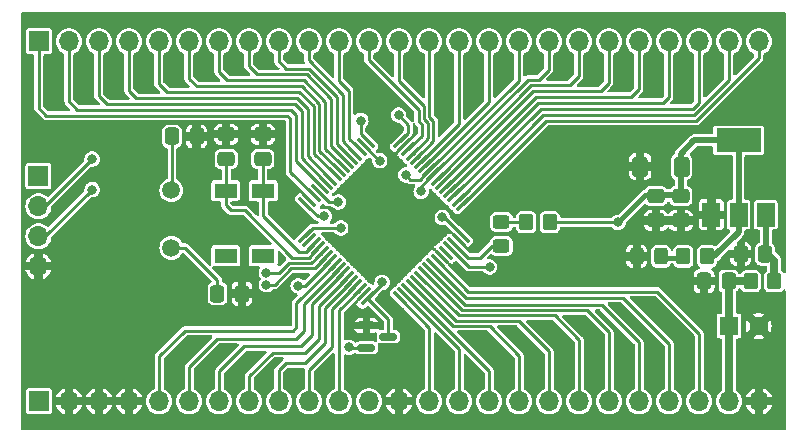
<source format=gbr>
%TF.GenerationSoftware,KiCad,Pcbnew,8.0.1*%
%TF.CreationDate,2024-03-27T10:15:15-03:00*%
%TF.ProjectId,CPU Stm32G431,43505520-5374-46d3-9332-473433312e6b,rev?*%
%TF.SameCoordinates,Original*%
%TF.FileFunction,Copper,L1,Top*%
%TF.FilePolarity,Positive*%
%FSLAX46Y46*%
G04 Gerber Fmt 4.6, Leading zero omitted, Abs format (unit mm)*
G04 Created by KiCad (PCBNEW 8.0.1) date 2024-03-27 10:15:15*
%MOMM*%
%LPD*%
G01*
G04 APERTURE LIST*
G04 Aperture macros list*
%AMRoundRect*
0 Rectangle with rounded corners*
0 $1 Rounding radius*
0 $2 $3 $4 $5 $6 $7 $8 $9 X,Y pos of 4 corners*
0 Add a 4 corners polygon primitive as box body*
4,1,4,$2,$3,$4,$5,$6,$7,$8,$9,$2,$3,0*
0 Add four circle primitives for the rounded corners*
1,1,$1+$1,$2,$3*
1,1,$1+$1,$4,$5*
1,1,$1+$1,$6,$7*
1,1,$1+$1,$8,$9*
0 Add four rect primitives between the rounded corners*
20,1,$1+$1,$2,$3,$4,$5,0*
20,1,$1+$1,$4,$5,$6,$7,0*
20,1,$1+$1,$6,$7,$8,$9,0*
20,1,$1+$1,$8,$9,$2,$3,0*%
G04 Aperture macros list end*
%TA.AperFunction,SMDPad,CuDef*%
%ADD10RoundRect,0.150000X-0.587500X-0.150000X0.587500X-0.150000X0.587500X0.150000X-0.587500X0.150000X0*%
%TD*%
%TA.AperFunction,SMDPad,CuDef*%
%ADD11RoundRect,0.250000X-0.350000X-0.450000X0.350000X-0.450000X0.350000X0.450000X-0.350000X0.450000X0*%
%TD*%
%TA.AperFunction,SMDPad,CuDef*%
%ADD12RoundRect,0.250000X-0.400000X-0.600000X0.400000X-0.600000X0.400000X0.600000X-0.400000X0.600000X0*%
%TD*%
%TA.AperFunction,SMDPad,CuDef*%
%ADD13RoundRect,0.250000X-0.337500X-0.475000X0.337500X-0.475000X0.337500X0.475000X-0.337500X0.475000X0*%
%TD*%
%TA.AperFunction,SMDPad,CuDef*%
%ADD14RoundRect,0.250000X0.475000X-0.337500X0.475000X0.337500X-0.475000X0.337500X-0.475000X-0.337500X0*%
%TD*%
%TA.AperFunction,ComponentPad*%
%ADD15R,1.600000X1.600000*%
%TD*%
%TA.AperFunction,ComponentPad*%
%ADD16C,1.600000*%
%TD*%
%TA.AperFunction,SMDPad,CuDef*%
%ADD17RoundRect,0.250000X-0.475000X0.337500X-0.475000X-0.337500X0.475000X-0.337500X0.475000X0.337500X0*%
%TD*%
%TA.AperFunction,SMDPad,CuDef*%
%ADD18RoundRect,0.250000X0.337500X0.475000X-0.337500X0.475000X-0.337500X-0.475000X0.337500X-0.475000X0*%
%TD*%
%TA.AperFunction,SMDPad,CuDef*%
%ADD19RoundRect,0.250000X-0.325000X-0.450000X0.325000X-0.450000X0.325000X0.450000X-0.325000X0.450000X0*%
%TD*%
%TA.AperFunction,ComponentPad*%
%ADD20C,1.500000*%
%TD*%
%TA.AperFunction,SMDPad,CuDef*%
%ADD21RoundRect,0.250000X0.450000X-0.325000X0.450000X0.325000X-0.450000X0.325000X-0.450000X-0.325000X0*%
%TD*%
%TA.AperFunction,SMDPad,CuDef*%
%ADD22R,1.500000X2.000000*%
%TD*%
%TA.AperFunction,SMDPad,CuDef*%
%ADD23R,3.800000X2.000000*%
%TD*%
%TA.AperFunction,ComponentPad*%
%ADD24R,1.700000X1.700000*%
%TD*%
%TA.AperFunction,ComponentPad*%
%ADD25O,1.700000X1.700000*%
%TD*%
%TA.AperFunction,SMDPad,CuDef*%
%ADD26RoundRect,0.250000X0.350000X0.450000X-0.350000X0.450000X-0.350000X-0.450000X0.350000X-0.450000X0*%
%TD*%
%TA.AperFunction,SMDPad,CuDef*%
%ADD27RoundRect,0.075000X-0.441942X-0.548008X0.548008X0.441942X0.441942X0.548008X-0.548008X-0.441942X0*%
%TD*%
%TA.AperFunction,SMDPad,CuDef*%
%ADD28RoundRect,0.075000X0.441942X-0.548008X0.548008X-0.441942X-0.441942X0.548008X-0.548008X0.441942X0*%
%TD*%
%TA.AperFunction,SMDPad,CuDef*%
%ADD29R,1.900000X1.300000*%
%TD*%
%TA.AperFunction,ViaPad*%
%ADD30C,0.800000*%
%TD*%
%TA.AperFunction,ViaPad*%
%ADD31C,0.400000*%
%TD*%
%TA.AperFunction,Conductor*%
%ADD32C,0.250000*%
%TD*%
%TA.AperFunction,Conductor*%
%ADD33C,0.700000*%
%TD*%
%TA.AperFunction,Conductor*%
%ADD34C,0.400000*%
%TD*%
%TA.AperFunction,Conductor*%
%ADD35C,0.500000*%
%TD*%
G04 APERTURE END LIST*
D10*
%TO.P,U4,1,GND*%
%TO.N,GND*%
X147062500Y-113250000D03*
%TO.P,U4,2,VOUT*%
%TO.N,/Mcu/NRST*%
X147062500Y-115150000D03*
%TO.P,U4,3,VDD*%
%TO.N,VDD*%
X148937500Y-114200000D03*
%TD*%
D11*
%TO.P,R8,1*%
%TO.N,VCC*%
X179600000Y-109500000D03*
%TO.P,R8,2*%
%TO.N,Net-(U3-VI)*%
X181600000Y-109500000D03*
%TD*%
D12*
%TO.P,D6,1,A1*%
%TO.N,GND*%
X170250000Y-99800000D03*
%TO.P,D6,2,A2*%
%TO.N,VDD*%
X173750000Y-99800000D03*
%TD*%
D13*
%TO.P,C18,1*%
%TO.N,GND*%
X178762500Y-107200000D03*
%TO.P,C18,2*%
%TO.N,Net-(U3-VI)*%
X180837500Y-107200000D03*
%TD*%
D14*
%TO.P,C10,1*%
%TO.N,GND*%
X171580000Y-104357500D03*
%TO.P,C10,2*%
%TO.N,VDD*%
X171580000Y-102282500D03*
%TD*%
D15*
%TO.P,C7,1*%
%TO.N,VCC*%
X177774888Y-113300000D03*
D16*
%TO.P,C7,2*%
%TO.N,GND*%
X180274888Y-113300000D03*
%TD*%
D17*
%TO.P,C5,1*%
%TO.N,GND*%
X135200000Y-97062500D03*
%TO.P,C5,2*%
%TO.N,RTC2*%
X135200000Y-99137500D03*
%TD*%
D18*
%TO.P,C3,1*%
%TO.N,GND*%
X136537500Y-110550000D03*
%TO.P,C3,2*%
%TO.N,OSC2*%
X134462500Y-110550000D03*
%TD*%
D19*
%TO.P,D2,1,K*%
%TO.N,GND*%
X169955000Y-107400000D03*
%TO.P,D2,2,A*%
%TO.N,Net-(D2-A)*%
X172005000Y-107400000D03*
%TD*%
D20*
%TO.P,Y1,1,1*%
%TO.N,OSC1*%
X130550000Y-101800000D03*
%TO.P,Y1,2,2*%
%TO.N,OSC2*%
X130550000Y-106680000D03*
%TD*%
D18*
%TO.P,C2,1*%
%TO.N,GND*%
X132687500Y-97250000D03*
%TO.P,C2,2*%
%TO.N,OSC1*%
X130612500Y-97250000D03*
%TD*%
D14*
%TO.P,C9,1*%
%TO.N,GND*%
X173680000Y-104357500D03*
%TO.P,C9,2*%
%TO.N,VDD*%
X173680000Y-102282500D03*
%TD*%
D21*
%TO.P,D1,1,K*%
%TO.N,/Mcu/LED_ON*%
X158500000Y-106525000D03*
%TO.P,D1,2,A*%
%TO.N,Net-(D1-A)*%
X158500000Y-104475000D03*
%TD*%
D13*
%TO.P,C8,1*%
%TO.N,GND*%
X175662500Y-109500000D03*
%TO.P,C8,2*%
%TO.N,VCC*%
X177737500Y-109500000D03*
%TD*%
D22*
%TO.P,U3,1,GND*%
%TO.N,GND*%
X176280000Y-103870000D03*
%TO.P,U3,2,VO*%
%TO.N,VDD*%
X178580000Y-103870000D03*
D23*
X178580000Y-97570000D03*
D22*
%TO.P,U3,3,VI*%
%TO.N,Net-(U3-VI)*%
X180880000Y-103870000D03*
%TD*%
D24*
%TO.P,J1,1,Pin_1*%
%TO.N,VDD*%
X119300000Y-100620000D03*
D25*
%TO.P,J1,2,Pin_2*%
%TO.N,/Mcu/SWDIO*%
X119300000Y-103160000D03*
%TO.P,J1,3,Pin_3*%
%TO.N,/Mcu/SWCLK*%
X119300000Y-105700000D03*
%TO.P,J1,4,Pin_4*%
%TO.N,GND*%
X119300000Y-108240000D03*
%TD*%
D26*
%TO.P,R2,1*%
%TO.N,VDD*%
X162600000Y-104500000D03*
%TO.P,R2,2*%
%TO.N,Net-(D1-A)*%
X160600000Y-104500000D03*
%TD*%
%TO.P,R3,1*%
%TO.N,VDD*%
X175900000Y-107400000D03*
%TO.P,R3,2*%
%TO.N,Net-(D2-A)*%
X173900000Y-107400000D03*
%TD*%
D17*
%TO.P,C4,1*%
%TO.N,GND*%
X138300000Y-97062500D03*
%TO.P,C4,2*%
%TO.N,RTC1*%
X138300000Y-99137500D03*
%TD*%
D27*
%TO.P,U1,1,VBAT*%
%TO.N,VDDBAT*%
X141895519Y-105661181D03*
%TO.P,U1,2,PC13*%
%TO.N,unconnected-(U1-PC13-Pad2)*%
X142249072Y-106014734D03*
%TO.P,U1,3,PC14*%
%TO.N,RTC1*%
X142602625Y-106368287D03*
%TO.P,U1,4,PC15*%
%TO.N,RTC2*%
X142956179Y-106721841D03*
%TO.P,U1,5,PF0*%
%TO.N,OSC1*%
X143309732Y-107075394D03*
%TO.P,U1,6,PF1*%
%TO.N,OSC2*%
X143663286Y-107428948D03*
%TO.P,U1,7,PG10*%
%TO.N,/Mcu/NRST*%
X144016839Y-107782501D03*
%TO.P,U1,8,PC0*%
%TO.N,/Mcu/PC0*%
X144370392Y-108136054D03*
%TO.P,U1,9,PC1*%
%TO.N,/Mcu/PC1*%
X144723946Y-108489608D03*
%TO.P,U1,10,PC2*%
%TO.N,/Mcu/PC2*%
X145077499Y-108843161D03*
%TO.P,U1,11,PC3*%
%TO.N,/Mcu/PC3*%
X145431052Y-109196714D03*
%TO.P,U1,12,PA0*%
%TO.N,/Mcu/PA0*%
X145784606Y-109550268D03*
%TO.P,U1,13,PA1*%
%TO.N,/Mcu/PA1*%
X146138159Y-109903821D03*
%TO.P,U1,14,PA2*%
%TO.N,/Mcu/PA2*%
X146491713Y-110257375D03*
%TO.P,U1,15,VSS*%
%TO.N,GND*%
X146845266Y-110610928D03*
%TO.P,U1,16,VDD*%
%TO.N,VDD*%
X147198819Y-110964481D03*
D28*
%TO.P,U1,17,PA3*%
%TO.N,/Mcu/PA3*%
X149921181Y-110964481D03*
%TO.P,U1,18,PA4*%
%TO.N,/Mcu/PA4*%
X150274734Y-110610928D03*
%TO.P,U1,19,PA5*%
%TO.N,/Mcu/PA5*%
X150628287Y-110257375D03*
%TO.P,U1,20,PA6*%
%TO.N,/Mcu/PA6*%
X150981841Y-109903821D03*
%TO.P,U1,21,PA7*%
%TO.N,/Mcu/PA7*%
X151335394Y-109550268D03*
%TO.P,U1,22,PC4*%
%TO.N,/Mcu/PC4*%
X151688948Y-109196714D03*
%TO.P,U1,23,PC5*%
%TO.N,/Mcu/PC5*%
X152042501Y-108843161D03*
%TO.P,U1,24,PB0*%
%TO.N,/Mcu/PB0*%
X152396054Y-108489608D03*
%TO.P,U1,25,PB1*%
%TO.N,/Mcu/PB1*%
X152749608Y-108136054D03*
%TO.P,U1,26,PB2*%
%TO.N,/Mcu/PB2*%
X153103161Y-107782501D03*
%TO.P,U1,27,VSSA*%
%TO.N,GND*%
X153456714Y-107428948D03*
%TO.P,U1,28,VREF+*%
%TO.N,unconnected-(U1-VREF+-Pad28)*%
X153810268Y-107075394D03*
%TO.P,U1,29,VDDA*%
%TO.N,VDD*%
X154163821Y-106721841D03*
%TO.P,U1,30,PB10*%
%TO.N,/Mcu/LED_ON*%
X154517375Y-106368287D03*
%TO.P,U1,31,VSS*%
%TO.N,GND*%
X154870928Y-106014734D03*
%TO.P,U1,32,VDD*%
%TO.N,VDD*%
X155224481Y-105661181D03*
D27*
%TO.P,U1,33,PB11*%
%TO.N,/Mcu/PB11*%
X155224481Y-102938819D03*
%TO.P,U1,34,PB12*%
%TO.N,/Mcu/PB12*%
X154870928Y-102585266D03*
%TO.P,U1,35,PB13*%
%TO.N,/Mcu/PB13*%
X154517375Y-102231713D03*
%TO.P,U1,36,PB14*%
%TO.N,/Mcu/PB14*%
X154163821Y-101878159D03*
%TO.P,U1,37,PB15*%
%TO.N,/Mcu/PB15*%
X153810268Y-101524606D03*
%TO.P,U1,38,PC6*%
%TO.N,/Mcu/PC6*%
X153456714Y-101171052D03*
%TO.P,U1,39,PC7*%
%TO.N,/Mcu/PC7*%
X153103161Y-100817499D03*
%TO.P,U1,40,PC8*%
%TO.N,SCL*%
X152749608Y-100463946D03*
%TO.P,U1,41,PC9*%
%TO.N,SDA*%
X152396054Y-100110392D03*
%TO.P,U1,42,PA8*%
%TO.N,/Mcu/PA8*%
X152042501Y-99756839D03*
%TO.P,U1,43,PA9*%
%TO.N,/Mcu/PA9*%
X151688948Y-99403286D03*
%TO.P,U1,44,PA10*%
%TO.N,/Mcu/PA10*%
X151335394Y-99049732D03*
%TO.P,U1,45,PA11*%
%TO.N,/Mcu/PA11*%
X150981841Y-98696179D03*
%TO.P,U1,46,PA12*%
%TO.N,/Mcu/PA12*%
X150628287Y-98342625D03*
%TO.P,U1,47,VSS*%
%TO.N,GND*%
X150274734Y-97989072D03*
%TO.P,U1,48,VDD*%
%TO.N,VDD*%
X149921181Y-97635519D03*
D28*
%TO.P,U1,49,PA13*%
%TO.N,/Mcu/SWDIO*%
X147198819Y-97635519D03*
%TO.P,U1,50,PA14*%
%TO.N,/Mcu/SWCLK*%
X146845266Y-97989072D03*
%TO.P,U1,51,PA15*%
%TO.N,/Mcu/PA15*%
X146491713Y-98342625D03*
%TO.P,U1,52,PC10*%
%TO.N,/Mcu/PC10*%
X146138159Y-98696179D03*
%TO.P,U1,53,PC11*%
%TO.N,/Mcu/PC11*%
X145784606Y-99049732D03*
%TO.P,U1,54,PC12*%
%TO.N,/Mcu/PC12*%
X145431052Y-99403286D03*
%TO.P,U1,55,PD2*%
%TO.N,/Mcu/PD2*%
X145077499Y-99756839D03*
%TO.P,U1,56,PB3*%
%TO.N,/Mcu/PB3*%
X144723946Y-100110392D03*
%TO.P,U1,57,PB4*%
%TO.N,/Mcu/PB4*%
X144370392Y-100463946D03*
%TO.P,U1,58,PB5*%
%TO.N,/Mcu/PB5*%
X144016839Y-100817499D03*
%TO.P,U1,59,PB6*%
%TO.N,/Mcu/PB6*%
X143663286Y-101171052D03*
%TO.P,U1,60,PB7*%
%TO.N,/Mcu/PB7*%
X143309732Y-101524606D03*
%TO.P,U1,61,PB8*%
%TO.N,Net-(U1-PB8)*%
X142956179Y-101878159D03*
%TO.P,U1,62,PB9*%
%TO.N,/Mcu/PB9*%
X142602625Y-102231713D03*
%TO.P,U1,63,VSS*%
%TO.N,GND*%
X142249072Y-102585266D03*
%TO.P,U1,64,VDD*%
%TO.N,VDD*%
X141895519Y-102938819D03*
%TD*%
D29*
%TO.P,Y2,1,1*%
%TO.N,RTC2*%
X135150000Y-101850000D03*
%TO.P,Y2,2,2*%
%TO.N,RTC1*%
X138350000Y-101850000D03*
%TO.P,Y2,3*%
%TO.N,N/C*%
X135150000Y-107350000D03*
%TO.P,Y2,4*%
X138350000Y-107350000D03*
%TD*%
D24*
%TO.P,J3,1,Pin_1*%
%TO.N,VDD*%
X119350000Y-119670000D03*
D25*
%TO.P,J3,2,Pin_2*%
%TO.N,GND*%
X121890000Y-119670000D03*
%TO.P,J3,3,Pin_3*%
X124430000Y-119670000D03*
%TO.P,J3,4,Pin_4*%
X126970000Y-119670000D03*
%TO.P,J3,5,Pin_5*%
%TO.N,/Mcu/PC0*%
X129510000Y-119670000D03*
%TO.P,J3,6,Pin_6*%
%TO.N,/Mcu/PC1*%
X132050000Y-119670000D03*
%TO.P,J3,7,Pin_7*%
%TO.N,/Mcu/PC2*%
X134590000Y-119670000D03*
%TO.P,J3,8,Pin_8*%
%TO.N,/Mcu/PC3*%
X137130000Y-119670000D03*
%TO.P,J3,9,Pin_9*%
%TO.N,/Mcu/PA0*%
X139670000Y-119670000D03*
%TO.P,J3,10,Pin_10*%
%TO.N,/Mcu/PA1*%
X142210000Y-119670000D03*
%TO.P,J3,11,Pin_11*%
%TO.N,/Mcu/PA2*%
X144750000Y-119670000D03*
%TO.P,J3,12,Pin_12*%
%TO.N,VBT1*%
X147290000Y-119670000D03*
%TO.P,J3,13,Pin_13*%
%TO.N,GND*%
X149830000Y-119670000D03*
%TO.P,J3,14,Pin_14*%
%TO.N,/Mcu/PA3*%
X152370000Y-119670000D03*
%TO.P,J3,15,Pin_15*%
%TO.N,/Mcu/PA4*%
X154910000Y-119670000D03*
%TO.P,J3,16,Pin_16*%
%TO.N,/Mcu/PA5*%
X157450000Y-119670000D03*
%TO.P,J3,17,Pin_17*%
%TO.N,/Mcu/PA6*%
X159990000Y-119670000D03*
%TO.P,J3,18,Pin_18*%
%TO.N,/Mcu/PA7*%
X162530000Y-119670000D03*
%TO.P,J3,19,Pin_19*%
%TO.N,/Mcu/PC4*%
X165070000Y-119670000D03*
%TO.P,J3,20,Pin_20*%
%TO.N,/Mcu/PC5*%
X167610000Y-119670000D03*
%TO.P,J3,21,Pin_21*%
%TO.N,/Mcu/PB0*%
X170150000Y-119670000D03*
%TO.P,J3,22,Pin_22*%
%TO.N,/Mcu/PB1*%
X172690000Y-119670000D03*
%TO.P,J3,23,Pin_23*%
%TO.N,/Mcu/PB2*%
X175230000Y-119670000D03*
%TO.P,J3,24,Pin_24*%
%TO.N,VCC*%
X177770000Y-119670000D03*
%TO.P,J3,25,Pin_25*%
%TO.N,GND*%
X180310000Y-119670000D03*
%TD*%
D24*
%TO.P,J2,1,Pin_1*%
%TO.N,/Mcu/PB9*%
X119340000Y-89190000D03*
D25*
%TO.P,J2,2,Pin_2*%
%TO.N,/Mcu/PB7*%
X121880000Y-89190000D03*
%TO.P,J2,3,Pin_3*%
%TO.N,/Mcu/PB6*%
X124420000Y-89190000D03*
%TO.P,J2,4,Pin_4*%
%TO.N,/Mcu/PB5*%
X126960000Y-89190000D03*
%TO.P,J2,5,Pin_5*%
%TO.N,/Mcu/PB4*%
X129500000Y-89190000D03*
%TO.P,J2,6,Pin_6*%
%TO.N,/Mcu/PB3*%
X132040000Y-89190000D03*
%TO.P,J2,7,Pin_7*%
%TO.N,/Mcu/PD2*%
X134580000Y-89190000D03*
%TO.P,J2,8,Pin_8*%
%TO.N,/Mcu/PC12*%
X137120000Y-89190000D03*
%TO.P,J2,9,Pin_9*%
%TO.N,/Mcu/PC11*%
X139660000Y-89190000D03*
%TO.P,J2,10,Pin_10*%
%TO.N,/Mcu/PC10*%
X142200000Y-89190000D03*
%TO.P,J2,11,Pin_11*%
%TO.N,/Mcu/PA15*%
X144740000Y-89190000D03*
%TO.P,J2,12,Pin_12*%
%TO.N,/Mcu/PA12*%
X147280000Y-89190000D03*
%TO.P,J2,13,Pin_13*%
%TO.N,/Mcu/PA11*%
X149820000Y-89190000D03*
%TO.P,J2,14,Pin_14*%
%TO.N,/Mcu/PA10*%
X152360000Y-89190000D03*
%TO.P,J2,15,Pin_15*%
%TO.N,/Mcu/PA9*%
X154900000Y-89190000D03*
%TO.P,J2,16,Pin_16*%
%TO.N,/Mcu/PA8*%
X157440000Y-89190000D03*
%TO.P,J2,17,Pin_17*%
%TO.N,SDA*%
X159980000Y-89190000D03*
%TO.P,J2,18,Pin_18*%
%TO.N,SCL*%
X162520000Y-89190000D03*
%TO.P,J2,19,Pin_19*%
%TO.N,/Mcu/PC7*%
X165060000Y-89190000D03*
%TO.P,J2,20,Pin_20*%
%TO.N,/Mcu/PC6*%
X167600000Y-89190000D03*
%TO.P,J2,21,Pin_21*%
%TO.N,/Mcu/PB15*%
X170140000Y-89190000D03*
%TO.P,J2,22,Pin_22*%
%TO.N,/Mcu/PB14*%
X172680000Y-89190000D03*
%TO.P,J2,23,Pin_23*%
%TO.N,/Mcu/PB13*%
X175220000Y-89190000D03*
%TO.P,J2,24,Pin_24*%
%TO.N,/Mcu/PB12*%
X177760000Y-89190000D03*
%TO.P,J2,25,Pin_25*%
%TO.N,/Mcu/PB11*%
X180300000Y-89190000D03*
%TD*%
D30*
%TO.N,GND*%
X127000000Y-98100000D03*
X127000000Y-96900000D03*
X140000000Y-112800000D03*
X138800000Y-112800000D03*
X169200000Y-105700000D03*
X145600000Y-112800000D03*
X122500000Y-97600000D03*
X123700000Y-97600000D03*
X126800000Y-101900000D03*
X125600000Y-101900000D03*
X118300000Y-97000000D03*
X118300000Y-98200000D03*
X118400000Y-111800000D03*
X118400000Y-110700000D03*
%TO.N,/Mcu/NRST*%
X145600000Y-115100000D03*
%TO.N,GND*%
X149900000Y-113200000D03*
X145600000Y-113800000D03*
X174500000Y-111200000D03*
X173700000Y-110400000D03*
X171900000Y-105700000D03*
X182100000Y-105700000D03*
D31*
X140000000Y-104600000D03*
D30*
X176270000Y-101845000D03*
D31*
X136000000Y-112000000D03*
X133000000Y-112000000D03*
X128000000Y-109000000D03*
D30*
X162500000Y-109000000D03*
D31*
X140000000Y-110000000D03*
D30*
X164200000Y-109000000D03*
X174000000Y-105700000D03*
D31*
X140000000Y-103000000D03*
D30*
X146600000Y-94500000D03*
D31*
X134000000Y-112000000D03*
D30*
X180820000Y-101795000D03*
D31*
X128000000Y-110000000D03*
D30*
X168900000Y-109500000D03*
D31*
X128000000Y-101000000D03*
D30*
X166700000Y-108200000D03*
X182120000Y-119170000D03*
D31*
X133000000Y-110000000D03*
X140000000Y-100000000D03*
X135400000Y-104200000D03*
X138000000Y-112000000D03*
D30*
X182120000Y-120420000D03*
D31*
X136000000Y-96000000D03*
D30*
X176200000Y-105700000D03*
X126000000Y-117400000D03*
D31*
X137200000Y-103000000D03*
X138600000Y-106200000D03*
X140000000Y-104000000D03*
X130000000Y-96000000D03*
D30*
X149300000Y-117800000D03*
D31*
X134800000Y-103800000D03*
X129000000Y-96000000D03*
X140000000Y-111000000D03*
X139000000Y-112000000D03*
D30*
X148500000Y-93500000D03*
D31*
X136800000Y-100600000D03*
D30*
X181925000Y-88625000D03*
D31*
X128000000Y-107000000D03*
D30*
X124000000Y-117400000D03*
D31*
X134400000Y-100500000D03*
D30*
X146700000Y-117800000D03*
D31*
X133600000Y-101300000D03*
X136800000Y-99000000D03*
X131000000Y-96000000D03*
X136400000Y-102800000D03*
D30*
X159000000Y-100800000D03*
X147800000Y-92800000D03*
X145800000Y-117800000D03*
X181770000Y-112270000D03*
X141000000Y-101800000D03*
D31*
X133600000Y-100500000D03*
D30*
X150000000Y-104200000D03*
X177400000Y-107900000D03*
D31*
X129000000Y-110000000D03*
D30*
X172900000Y-109600000D03*
X150200000Y-117800000D03*
D31*
X137000000Y-112000000D03*
D30*
X180795000Y-93095000D03*
D31*
X139300000Y-100600000D03*
D30*
X153600000Y-91800000D03*
X166400000Y-91800000D03*
D31*
X140000000Y-101000000D03*
D30*
X150000000Y-105200000D03*
D31*
X136000000Y-100600000D03*
X139000000Y-96000000D03*
X140000000Y-107600000D03*
X136800000Y-101400000D03*
X128000000Y-100000000D03*
X139000000Y-103200000D03*
X128000000Y-106000000D03*
D30*
X157000000Y-104300000D03*
D31*
X140600000Y-105200000D03*
X137000000Y-96000000D03*
X133554255Y-102108510D03*
D30*
X160900000Y-109000000D03*
D31*
X137400000Y-105200000D03*
D30*
X171600000Y-109500000D03*
D31*
X139400000Y-104000000D03*
D30*
X168400000Y-99800000D03*
X163000000Y-99800000D03*
D31*
X137800000Y-103600000D03*
D30*
X147700000Y-100400000D03*
D31*
X128000000Y-99000000D03*
X131000000Y-110000000D03*
X132000000Y-96000000D03*
D30*
X151200000Y-91800000D03*
D31*
X128000000Y-98000000D03*
X134200000Y-103400000D03*
D30*
X179700000Y-105700000D03*
X170100000Y-109500000D03*
D31*
X133600000Y-102800000D03*
X140000000Y-98000000D03*
D30*
X159000000Y-101800000D03*
D31*
X128000000Y-97000000D03*
X136800000Y-99800000D03*
X140000000Y-99000000D03*
D30*
X148000000Y-95900000D03*
X120800000Y-110700000D03*
D31*
X140000000Y-97000000D03*
D30*
X181300000Y-111200000D03*
D31*
X128000000Y-108000000D03*
X128000000Y-103000000D03*
X136800000Y-104600000D03*
D30*
X168800000Y-91800000D03*
D31*
X136200000Y-104200000D03*
X128000000Y-104000000D03*
X130000000Y-110000000D03*
X133000000Y-111000000D03*
D30*
X176270000Y-100890000D03*
D31*
X128000000Y-96000000D03*
D30*
X149000000Y-104200000D03*
X145800000Y-106600000D03*
D31*
X138000000Y-105800000D03*
X128000000Y-102000000D03*
X137600000Y-100600000D03*
D30*
X171400000Y-91800000D03*
X122000000Y-110700000D03*
X128000000Y-117400000D03*
X181925000Y-89700000D03*
D31*
X140000000Y-102000000D03*
D30*
X167200000Y-99800000D03*
X180810000Y-100840000D03*
X177370000Y-95345000D03*
D31*
X128000000Y-105000000D03*
D30*
X181770000Y-113920000D03*
X150000000Y-103200000D03*
D31*
X132000000Y-110000000D03*
D30*
X146800000Y-100400000D03*
D31*
X138000000Y-96000000D03*
X135000000Y-96000000D03*
D30*
X180795000Y-95345000D03*
D31*
X136800000Y-102200000D03*
X135000000Y-112000000D03*
X140000000Y-112000000D03*
X140000000Y-96000000D03*
X133000000Y-96000000D03*
D30*
X121925000Y-117375000D03*
D31*
X134000000Y-96000000D03*
D30*
%TO.N,OSC1*%
X138600000Y-108800497D03*
%TO.N,OSC2*%
X138600000Y-109800000D03*
%TO.N,VDD*%
X149800000Y-95437500D03*
X157500000Y-108300000D03*
X148400000Y-109600000D03*
X168380000Y-104520000D03*
X153500000Y-104100000D03*
X143500000Y-104000000D03*
%TO.N,/Mcu/NRST*%
X141300000Y-109900000D03*
%TO.N,Net-(U1-PB8)*%
X144700000Y-102800000D03*
%TO.N,VDDBAT*%
X144900000Y-105000000D03*
%TO.N,/Mcu/SWDIO*%
X123850000Y-99150000D03*
X146600000Y-95900000D03*
%TO.N,/Mcu/SWCLK*%
X148200000Y-99300000D03*
X123850000Y-101750000D03*
%TO.N,SDA*%
X150400000Y-100500000D03*
%TO.N,SCL*%
X151700000Y-101900000D03*
%TD*%
D32*
%TO.N,VDD*%
X168360000Y-104500000D02*
X168380000Y-104520000D01*
X162600000Y-104500000D02*
X168360000Y-104500000D01*
%TO.N,/Mcu/NRST*%
X145650000Y-115150000D02*
X145600000Y-115100000D01*
X147062500Y-115150000D02*
X145650000Y-115150000D01*
%TO.N,VDD*%
X147198819Y-110998819D02*
X148937500Y-112737500D01*
X148937500Y-112737500D02*
X148937500Y-114200000D01*
X147198819Y-110964481D02*
X147198819Y-110998819D01*
D33*
%TO.N,Net-(U3-VI)*%
X181000000Y-107200000D02*
X181600000Y-107800000D01*
X180837500Y-107200000D02*
X181000000Y-107200000D01*
X181600000Y-107800000D02*
X181600000Y-109500000D01*
%TO.N,VCC*%
X177737500Y-109500000D02*
X179600000Y-109500000D01*
X177774888Y-109537388D02*
X177737500Y-109500000D01*
X177774888Y-113300000D02*
X177774888Y-109537388D01*
D34*
%TO.N,Net-(D2-A)*%
X172105000Y-107500000D02*
X172005000Y-107400000D01*
X173800000Y-107500000D02*
X172105000Y-107500000D01*
X173900000Y-107400000D02*
X173800000Y-107500000D01*
D35*
%TO.N,VDD*%
X176500000Y-107400000D02*
X175900000Y-107400000D01*
X178580000Y-105320000D02*
X176500000Y-107400000D01*
X178580000Y-103870000D02*
X178580000Y-105320000D01*
X174830000Y-97570000D02*
X178580000Y-97570000D01*
X173680000Y-98720000D02*
X174830000Y-97570000D01*
X173680000Y-102182500D02*
X173680000Y-98720000D01*
D32*
%TO.N,OSC1*%
X130612500Y-102137500D02*
X130600000Y-102150000D01*
X142421415Y-107963711D02*
X143309732Y-107075394D01*
X138600000Y-108800497D02*
X139663107Y-108800497D01*
X130612500Y-97250000D02*
X130612500Y-101737500D01*
X140499893Y-107963711D02*
X142421415Y-107963711D01*
X139663107Y-108800497D02*
X140499893Y-107963711D01*
X130612500Y-101737500D02*
X130550000Y-101800000D01*
%TO.N,OSC2*%
X130550000Y-106680000D02*
X131730000Y-106680000D01*
X131730000Y-106680000D02*
X134462500Y-109412500D01*
X138600000Y-109800000D02*
X139300000Y-109800000D01*
X139300000Y-109800000D02*
X140686289Y-108413711D01*
X140686289Y-108413711D02*
X142678523Y-108413711D01*
X134462500Y-109412500D02*
X134462500Y-110550000D01*
X142678523Y-108413711D02*
X143663286Y-107428948D01*
%TO.N,RTC1*%
X138350000Y-103950000D02*
X138350000Y-101850000D01*
X138300000Y-99137500D02*
X138300000Y-101263604D01*
X142602625Y-106368287D02*
X141970912Y-107000000D01*
X141970912Y-107000000D02*
X141400000Y-107000000D01*
X141400000Y-107000000D02*
X138350000Y-103950000D01*
X138300000Y-101263604D02*
X138031802Y-101531802D01*
%TO.N,RTC2*%
X135600000Y-103500000D02*
X136800000Y-103500000D01*
X135150000Y-103050000D02*
X135600000Y-103500000D01*
X142178020Y-107500000D02*
X142956179Y-106721841D01*
X135200000Y-99137500D02*
X135200000Y-101800000D01*
X136800000Y-103500000D02*
X140800000Y-107500000D01*
X135200000Y-101800000D02*
X135150000Y-101850000D01*
X140800000Y-107500000D02*
X142178020Y-107500000D01*
X135150000Y-101850000D02*
X135150000Y-103050000D01*
D33*
%TO.N,VCC*%
X177770000Y-119670000D02*
X177770000Y-112974888D01*
D35*
%TO.N,Net-(U3-VI)*%
X180870000Y-107282500D02*
X180880000Y-107272500D01*
D33*
%TO.N,VCC*%
X177770000Y-112974888D02*
X177774888Y-112970000D01*
D35*
%TO.N,Net-(U3-VI)*%
X180880000Y-107272500D02*
X180880000Y-103870000D01*
D34*
%TO.N,VDD*%
X170680000Y-102220000D02*
X168380000Y-104520000D01*
D32*
X148400000Y-109763300D02*
X147198819Y-110964481D01*
X155224481Y-105661181D02*
X153663300Y-104100000D01*
X157500000Y-108300000D02*
X155741980Y-108300000D01*
X142956700Y-104000000D02*
X143500000Y-104000000D01*
D35*
X178580000Y-103870000D02*
X178580000Y-97570000D01*
X172380000Y-102220000D02*
X173642500Y-102220000D01*
D32*
X150600000Y-96237500D02*
X149800000Y-95437500D01*
X149921181Y-97635519D02*
X150600000Y-96956700D01*
D34*
X172380000Y-102220000D02*
X170680000Y-102220000D01*
D32*
X149800000Y-95437500D02*
X149937500Y-95437500D01*
X155741980Y-108300000D02*
X154163821Y-106721841D01*
X150600000Y-96956700D02*
X150600000Y-96237500D01*
X141895519Y-102938819D02*
X142956700Y-104000000D01*
X149921181Y-97621181D02*
X149921181Y-97635519D01*
X153663300Y-104100000D02*
X153500000Y-104100000D01*
X148400000Y-109600000D02*
X148400000Y-109763300D01*
%TO.N,/Mcu/NRST*%
X141899340Y-109900000D02*
X141300000Y-109900000D01*
X144016839Y-107782501D02*
X141899340Y-109900000D01*
%TO.N,Net-(U1-PB8)*%
X143878020Y-102800000D02*
X144700000Y-102800000D01*
X142956179Y-101878159D02*
X143878020Y-102800000D01*
%TO.N,VDDBAT*%
X144900000Y-105000000D02*
X142556700Y-105000000D01*
X142556700Y-105000000D02*
X141895519Y-105661181D01*
%TO.N,/Mcu/LED_ON*%
X158500000Y-106525000D02*
X157675000Y-106525000D01*
X157675000Y-106525000D02*
X156700000Y-107500000D01*
X156700000Y-107500000D02*
X155649088Y-107500000D01*
X155649088Y-107500000D02*
X154517375Y-106368287D01*
%TO.N,Net-(D1-A)*%
X158525000Y-104500000D02*
X158500000Y-104475000D01*
X160600000Y-104500000D02*
X158525000Y-104500000D01*
%TO.N,/Mcu/SWDIO*%
X119840000Y-103160000D02*
X119300000Y-103160000D01*
X123850000Y-99150000D02*
X119840000Y-103160000D01*
X146600000Y-97036700D02*
X147198819Y-97635519D01*
X146600000Y-95900000D02*
X146600000Y-97036700D01*
%TO.N,/Mcu/SWCLK*%
X119900000Y-105700000D02*
X119300000Y-105700000D01*
X148200000Y-99300000D02*
X148156194Y-99300000D01*
X148156194Y-99300000D02*
X146845266Y-97989072D01*
X123850000Y-101750000D02*
X119900000Y-105700000D01*
%TO.N,/Mcu/PA15*%
X145600000Y-93400000D02*
X144740000Y-92540000D01*
X144740000Y-92540000D02*
X144740000Y-89190000D01*
X145600000Y-97450912D02*
X145600000Y-93400000D01*
X146491713Y-98342625D02*
X145600000Y-97450912D01*
%TO.N,/Mcu/PC10*%
X145100000Y-93700000D02*
X142200000Y-90800000D01*
X146138159Y-98696179D02*
X145100000Y-97658020D01*
X145100000Y-97658020D02*
X145100000Y-93700000D01*
X142200000Y-90800000D02*
X142200000Y-89190000D01*
%TO.N,/Mcu/PC11*%
X142200000Y-91500000D02*
X140300000Y-91500000D01*
X139660000Y-90860000D02*
X139660000Y-89190000D01*
X144600000Y-97865126D02*
X144600000Y-93900000D01*
X140300000Y-91500000D02*
X139660000Y-90860000D01*
X145784606Y-99049732D02*
X144600000Y-97865126D01*
X144600000Y-93900000D02*
X142200000Y-91500000D01*
%TO.N,/Mcu/PC12*%
X137800000Y-92000000D02*
X137120000Y-91320000D01*
X142000000Y-92000000D02*
X137800000Y-92000000D01*
X144100000Y-94100000D02*
X142000000Y-92000000D01*
X144100000Y-98072234D02*
X144100000Y-94100000D01*
X137120000Y-91320000D02*
X137120000Y-89190000D01*
X145431052Y-99403286D02*
X144100000Y-98072234D01*
%TO.N,/Mcu/PD2*%
X134580000Y-91780000D02*
X134580000Y-89190000D01*
X143600000Y-98279340D02*
X143600000Y-94300000D01*
X141800000Y-92500000D02*
X135300000Y-92500000D01*
X145077499Y-99756839D02*
X143600000Y-98279340D01*
X143600000Y-94300000D02*
X141800000Y-92500000D01*
X135300000Y-92500000D02*
X134580000Y-91780000D01*
%TO.N,/Mcu/PB3*%
X132040000Y-92340000D02*
X132040000Y-89190000D01*
X132700000Y-93000000D02*
X132040000Y-92340000D01*
X143100000Y-94500000D02*
X141600000Y-93000000D01*
X144723946Y-100110392D02*
X143100000Y-98486446D01*
X141600000Y-93000000D02*
X132700000Y-93000000D01*
X143100000Y-98486446D02*
X143100000Y-94500000D01*
%TO.N,/Mcu/PB4*%
X141400000Y-93500000D02*
X130200000Y-93500000D01*
X130200000Y-93500000D02*
X129500000Y-92800000D01*
X144370392Y-100463946D02*
X142600000Y-98693554D01*
X142600000Y-94700000D02*
X141400000Y-93500000D01*
X129500000Y-92800000D02*
X129500000Y-89190000D01*
X142600000Y-98693554D02*
X142600000Y-94700000D01*
%TO.N,/Mcu/PB5*%
X142100000Y-98900660D02*
X142100000Y-94900000D01*
X141200000Y-94000000D02*
X127600000Y-94000000D01*
X142100000Y-94900000D02*
X141200000Y-94000000D01*
X127600000Y-94000000D02*
X126960000Y-93360000D01*
X126960000Y-93360000D02*
X126960000Y-89190000D01*
X144016839Y-100817499D02*
X142100000Y-98900660D01*
%TO.N,/Mcu/PB6*%
X143663286Y-101171052D02*
X141600000Y-99107766D01*
X141600000Y-95100000D02*
X141000000Y-94500000D01*
X141600000Y-99107766D02*
X141600000Y-95100000D01*
X125100000Y-94500000D02*
X124420000Y-93820000D01*
X141000000Y-94500000D02*
X125100000Y-94500000D01*
X124420000Y-93820000D02*
X124420000Y-89190000D01*
%TO.N,/Mcu/PB7*%
X121880000Y-94280000D02*
X121880000Y-89190000D01*
X140700000Y-95000000D02*
X122600000Y-95000000D01*
X143309732Y-101524606D02*
X141100000Y-99314874D01*
X122600000Y-95000000D02*
X121880000Y-94280000D01*
X141100000Y-95400000D02*
X140700000Y-95000000D01*
X141100000Y-99314874D02*
X141100000Y-95400000D01*
%TO.N,/Mcu/PB9*%
X119340000Y-94840000D02*
X119340000Y-89190000D01*
X140600000Y-100229088D02*
X140600000Y-95700000D01*
X140375000Y-95475000D02*
X119975000Y-95475000D01*
X119975000Y-95475000D02*
X119340000Y-94840000D01*
X142602625Y-102231713D02*
X140600000Y-100229088D01*
X140600000Y-95700000D02*
X140375000Y-95475000D01*
%TO.N,/Mcu/PC0*%
X141150000Y-113400000D02*
X141150000Y-111356446D01*
X141203223Y-111303223D02*
X144370392Y-108136054D01*
X131700000Y-113700000D02*
X140850000Y-113700000D01*
X140850000Y-113700000D02*
X141150000Y-113400000D01*
X129530000Y-115870000D02*
X131700000Y-113700000D01*
X141150000Y-111356446D02*
X141203223Y-111303223D01*
X129530000Y-119670000D02*
X129530000Y-115870000D01*
%TO.N,/Mcu/PC1*%
X132070000Y-119670000D02*
X132070000Y-116730000D01*
X132070000Y-119670000D02*
X132730000Y-119670000D01*
X141150000Y-114400000D02*
X141806777Y-113743223D01*
X141806777Y-111406777D02*
X144723946Y-108489608D01*
X141806777Y-113743223D02*
X141806777Y-111406777D01*
X134400000Y-114400000D02*
X141150000Y-114400000D01*
X132070000Y-116730000D02*
X134400000Y-114400000D01*
%TO.N,/Mcu/PC2*%
X136750000Y-115000000D02*
X141550000Y-115000000D01*
X142485330Y-111435330D02*
X145077499Y-108843161D01*
X142485330Y-114064670D02*
X142485330Y-111435330D01*
X134610000Y-119670000D02*
X134752792Y-119670000D01*
X134610000Y-117140000D02*
X136750000Y-115000000D01*
X134610000Y-119670000D02*
X134610000Y-117140000D01*
X141550000Y-115000000D02*
X142485330Y-114064670D01*
%TO.N,/Mcu/PC3*%
X141900000Y-115550000D02*
X143050000Y-114400000D01*
X139150000Y-115550000D02*
X141900000Y-115550000D01*
X137150000Y-117550000D02*
X139150000Y-115550000D01*
X137150000Y-119670000D02*
X137150000Y-117550000D01*
X143050000Y-114400000D02*
X143050000Y-111577766D01*
X143050000Y-111577766D02*
X145431052Y-109196714D01*
%TO.N,/Mcu/PA0*%
X139650000Y-119630000D02*
X139690000Y-119670000D01*
X143600000Y-114700000D02*
X141850000Y-116450000D01*
X141850000Y-116450000D02*
X140250000Y-116450000D01*
X140250000Y-116450000D02*
X139650000Y-117050000D01*
X143600000Y-111734874D02*
X143600000Y-114700000D01*
X139650000Y-117050000D02*
X139650000Y-119630000D01*
X145784606Y-109550268D02*
X143600000Y-111734874D01*
%TO.N,/Mcu/PA1*%
X144150000Y-111891980D02*
X144150000Y-115100000D01*
X142230000Y-117020000D02*
X142230000Y-119670000D01*
X144150000Y-115100000D02*
X142230000Y-117020000D01*
X146138159Y-109903821D02*
X144150000Y-111891980D01*
%TO.N,/Mcu/PA2*%
X146491713Y-110257375D02*
X144770000Y-111979088D01*
X144770000Y-111979088D02*
X144770000Y-119670000D01*
%TO.N,/Mcu/PA3*%
X152390000Y-113433300D02*
X152390000Y-119670000D01*
X149921181Y-110964481D02*
X152390000Y-113433300D01*
%TO.N,/Mcu/PA12*%
X147280000Y-89190000D02*
X147280000Y-90780000D01*
X151800000Y-97170912D02*
X150628287Y-98342625D01*
X151500000Y-95000000D02*
X151500000Y-95936396D01*
X151500000Y-95936396D02*
X151800000Y-96236396D01*
X147280000Y-90780000D02*
X151500000Y-95000000D01*
X151800000Y-96236396D02*
X151800000Y-97170912D01*
%TO.N,/Mcu/PA11*%
X150981841Y-98696179D02*
X152300000Y-97378020D01*
X152300000Y-97378020D02*
X152300000Y-96100000D01*
X152300000Y-96100000D02*
X151950000Y-95750000D01*
X151950000Y-94650000D02*
X149820000Y-92520000D01*
X149820000Y-92520000D02*
X149820000Y-89190000D01*
X151950000Y-95750000D02*
X151950000Y-94650000D01*
%TO.N,/Mcu/PA10*%
X152400000Y-89230000D02*
X152360000Y-89190000D01*
X152750000Y-95913604D02*
X152400000Y-95563604D01*
X152400000Y-95563604D02*
X152400000Y-89230000D01*
X151335394Y-99049732D02*
X152750000Y-97635126D01*
X152750000Y-97635126D02*
X152750000Y-95913604D01*
%TO.N,/Mcu/PA9*%
X151688948Y-99403286D02*
X154900000Y-96192234D01*
X154900000Y-96192234D02*
X154900000Y-89190000D01*
%TO.N,/Mcu/PA8*%
X152042501Y-99756839D02*
X157440000Y-94359340D01*
X157440000Y-94359340D02*
X157440000Y-89190000D01*
%TO.N,SDA*%
X152396054Y-100110392D02*
X159980000Y-92526446D01*
X159980000Y-92526446D02*
X159980000Y-89190000D01*
X151606446Y-100900000D02*
X152396054Y-100110392D01*
X150800000Y-100900000D02*
X151606446Y-100900000D01*
X150400000Y-100500000D02*
X150800000Y-100900000D01*
%TO.N,SCL*%
X160763554Y-92450000D02*
X161650000Y-92450000D01*
X152749608Y-100463946D02*
X160763554Y-92450000D01*
X151700000Y-101900000D02*
X151700000Y-101513554D01*
X151700000Y-101513554D02*
X152749608Y-100463946D01*
X162520000Y-91580000D02*
X162520000Y-89190000D01*
X161650000Y-92450000D02*
X162520000Y-91580000D01*
%TO.N,/Mcu/PC7*%
X161020660Y-92900000D02*
X164300000Y-92900000D01*
X165060000Y-92140000D02*
X165060000Y-89190000D01*
X153103161Y-100817499D02*
X161020660Y-92900000D01*
X164300000Y-92900000D02*
X165060000Y-92140000D01*
%TO.N,/Mcu/PC6*%
X153456714Y-101171052D02*
X153456714Y-101143286D01*
X161200000Y-93400000D02*
X166900000Y-93400000D01*
X167600000Y-92700000D02*
X167600000Y-89190000D01*
X153456714Y-101143286D02*
X161200000Y-93400000D01*
X166900000Y-93400000D02*
X167600000Y-92700000D01*
%TO.N,/Mcu/PB15*%
X170140000Y-93260000D02*
X170140000Y-89190000D01*
X169500000Y-93900000D02*
X170140000Y-93260000D01*
X161434874Y-93900000D02*
X169500000Y-93900000D01*
X153810268Y-101524606D02*
X161434874Y-93900000D01*
%TO.N,/Mcu/PB14*%
X172680000Y-93920000D02*
X172680000Y-89190000D01*
X161641980Y-94400000D02*
X172200000Y-94400000D01*
X154163821Y-101878159D02*
X161641980Y-94400000D01*
X172200000Y-94400000D02*
X172680000Y-93920000D01*
%TO.N,/Mcu/PB13*%
X174700000Y-94900000D02*
X175220000Y-94380000D01*
X161849088Y-94900000D02*
X174700000Y-94900000D01*
X175220000Y-94380000D02*
X175220000Y-89190000D01*
X154517375Y-102231713D02*
X161849088Y-94900000D01*
%TO.N,/Mcu/PB12*%
X174836396Y-95400000D02*
X177760000Y-92476396D01*
X154870928Y-102585266D02*
X162056194Y-95400000D01*
X162056194Y-95400000D02*
X174836396Y-95400000D01*
X177760000Y-92476396D02*
X177760000Y-89190000D01*
%TO.N,/Mcu/PB11*%
X180300000Y-90600000D02*
X175000000Y-95900000D01*
X155261181Y-102938819D02*
X155224481Y-102938819D01*
X162300000Y-95900000D02*
X155261181Y-102938819D01*
X175000000Y-95900000D02*
X162300000Y-95900000D01*
X180300000Y-89190000D02*
X180300000Y-90600000D01*
%TO.N,/Mcu/PB2*%
X175250000Y-113950000D02*
X171675000Y-110375000D01*
X175250000Y-119670000D02*
X175250000Y-113950000D01*
X171675000Y-110375000D02*
X155695660Y-110375000D01*
X155695660Y-110375000D02*
X153103161Y-107782501D01*
%TO.N,/Mcu/PB1*%
X172710000Y-114810000D02*
X168800000Y-110900000D01*
X168800000Y-110900000D02*
X155513554Y-110900000D01*
X155513554Y-110900000D02*
X152749608Y-108136054D01*
X172710000Y-119670000D02*
X172710000Y-114810000D01*
%TO.N,/Mcu/PB0*%
X152396054Y-108489608D02*
X155406446Y-111500000D01*
X155406446Y-111500000D02*
X167000000Y-111500000D01*
X167000000Y-111500000D02*
X170170000Y-114670000D01*
X170170000Y-114670000D02*
X170170000Y-119670000D01*
%TO.N,/Mcu/PC5*%
X165750000Y-111950000D02*
X167630000Y-113830000D01*
X152042501Y-108843161D02*
X155149340Y-111950000D01*
X155149340Y-111950000D02*
X165750000Y-111950000D01*
X167630000Y-113830000D02*
X167630000Y-119670000D01*
%TO.N,/Mcu/PC4*%
X151688948Y-109196714D02*
X154892234Y-112400000D01*
X165090000Y-114490000D02*
X165090000Y-119670000D01*
X163000000Y-112400000D02*
X165090000Y-114490000D01*
X154892234Y-112400000D02*
X163000000Y-112400000D01*
%TO.N,/Mcu/PA7*%
X151335394Y-109550268D02*
X154635126Y-112850000D01*
X159950000Y-112850000D02*
X162550000Y-115450000D01*
X162550000Y-115450000D02*
X162550000Y-119670000D01*
X154635126Y-112850000D02*
X159950000Y-112850000D01*
%TO.N,/Mcu/PA6*%
X157500000Y-113300000D02*
X160010000Y-115810000D01*
X154378020Y-113300000D02*
X157500000Y-113300000D01*
X160010000Y-115810000D02*
X160010000Y-119670000D01*
X150981841Y-109903821D02*
X154378020Y-113300000D01*
%TO.N,/Mcu/PA5*%
X150628287Y-110257375D02*
X157470000Y-117099088D01*
X157470000Y-117099088D02*
X157470000Y-119670000D01*
%TO.N,/Mcu/PA4*%
X150274734Y-110610928D02*
X154930000Y-115266194D01*
X154930000Y-115266194D02*
X154930000Y-119670000D01*
%TD*%
%TA.AperFunction,Conductor*%
%TO.N,GND*%
G36*
X146331056Y-111126542D02*
G01*
X146364048Y-111188131D01*
X146359196Y-111255931D01*
X146338153Y-111313743D01*
X146309314Y-111359011D01*
X146195252Y-111473073D01*
X146222376Y-111493298D01*
X146222379Y-111493300D01*
X146299210Y-111519676D01*
X146356226Y-111560061D01*
X146359847Y-111565524D01*
X146364571Y-111571680D01*
X146364572Y-111571683D01*
X146393680Y-111609618D01*
X146553682Y-111769619D01*
X146575159Y-111786099D01*
X146591615Y-111798727D01*
X146591616Y-111798727D01*
X146591617Y-111798728D01*
X146699483Y-111837988D01*
X146699485Y-111837988D01*
X146814270Y-111837988D01*
X146814272Y-111837988D01*
X146922138Y-111798728D01*
X146960072Y-111769620D01*
X147111648Y-111618043D01*
X147172969Y-111584560D01*
X147242660Y-111589544D01*
X147287008Y-111618045D01*
X148525681Y-112856718D01*
X148559166Y-112918041D01*
X148562000Y-112944399D01*
X148562000Y-113525500D01*
X148542315Y-113592539D01*
X148489511Y-113638294D01*
X148438001Y-113649500D01*
X148318481Y-113649500D01*
X148228062Y-113663821D01*
X148158769Y-113654865D01*
X148105318Y-113609868D01*
X148096492Y-113581325D01*
X148074266Y-113550000D01*
X147362500Y-113550000D01*
X147362500Y-113849999D01*
X147704196Y-113849999D01*
X147734606Y-113847148D01*
X147794942Y-113826036D01*
X147864721Y-113822475D01*
X147925348Y-113857204D01*
X147957575Y-113919197D01*
X147958369Y-113962475D01*
X147949500Y-114018474D01*
X147949500Y-114381517D01*
X147965881Y-114484943D01*
X147963857Y-114485263D01*
X147965490Y-114542516D01*
X147929407Y-114602347D01*
X147866704Y-114633171D01*
X147797290Y-114625203D01*
X147789280Y-114621475D01*
X147775304Y-114614354D01*
X147775303Y-114614353D01*
X147775300Y-114614352D01*
X147775301Y-114614352D01*
X147681524Y-114599500D01*
X146443482Y-114599500D01*
X146362519Y-114612323D01*
X146349696Y-114614354D01*
X146236658Y-114671950D01*
X146236656Y-114671951D01*
X146227963Y-114676381D01*
X146226709Y-114673920D01*
X146175120Y-114692323D01*
X146107067Y-114676494D01*
X146085822Y-114661341D01*
X146067983Y-114645537D01*
X145972240Y-114560717D01*
X145972238Y-114560716D01*
X145972237Y-114560715D01*
X145832365Y-114487303D01*
X145678986Y-114449500D01*
X145678985Y-114449500D01*
X145521015Y-114449500D01*
X145521014Y-114449500D01*
X145367635Y-114487303D01*
X145327125Y-114508565D01*
X145258617Y-114522289D01*
X145193564Y-114496797D01*
X145152620Y-114440181D01*
X145145500Y-114398768D01*
X145145500Y-113550000D01*
X146050733Y-113550000D01*
X146072653Y-113612644D01*
X146153207Y-113721792D01*
X146262354Y-113802346D01*
X146390397Y-113847149D01*
X146420792Y-113849999D01*
X146762499Y-113849999D01*
X146762500Y-113849998D01*
X146762500Y-113550000D01*
X146050733Y-113550000D01*
X145145500Y-113550000D01*
X145145500Y-112950000D01*
X146050733Y-112950000D01*
X146762500Y-112950000D01*
X146762500Y-112650000D01*
X147362500Y-112650000D01*
X147362500Y-112950000D01*
X148074267Y-112950000D01*
X148074266Y-112949999D01*
X148052346Y-112887355D01*
X147971792Y-112778207D01*
X147862645Y-112697653D01*
X147734602Y-112652850D01*
X147704207Y-112650000D01*
X147362500Y-112650000D01*
X146762500Y-112650000D01*
X146420804Y-112650000D01*
X146390393Y-112652851D01*
X146262354Y-112697653D01*
X146153207Y-112778207D01*
X146072653Y-112887355D01*
X146050733Y-112949999D01*
X146050733Y-112950000D01*
X145145500Y-112950000D01*
X145145500Y-112185986D01*
X145165185Y-112118947D01*
X145181814Y-112098309D01*
X146153883Y-111126240D01*
X146199161Y-111097398D01*
X146200274Y-111096993D01*
X146270003Y-111092567D01*
X146331056Y-111126542D01*
G37*
%TD.AperFunction*%
%TA.AperFunction,Conductor*%
G36*
X139755703Y-106987186D02*
G01*
X139762181Y-106993218D01*
X140263084Y-107494121D01*
X140296569Y-107555444D01*
X140291585Y-107625136D01*
X140263084Y-107669483D01*
X139750804Y-108181762D01*
X139689481Y-108215247D01*
X139619789Y-108210263D01*
X139563856Y-108168391D01*
X139539439Y-108102927D01*
X139541506Y-108069888D01*
X139550500Y-108024675D01*
X139550500Y-107080899D01*
X139570185Y-107013860D01*
X139622989Y-106968105D01*
X139692147Y-106958161D01*
X139755703Y-106987186D01*
G37*
%TD.AperFunction*%
%TA.AperFunction,Conductor*%
G36*
X151180703Y-96146581D02*
G01*
X151197877Y-96164809D01*
X151199524Y-96166956D01*
X151199525Y-96166958D01*
X151199528Y-96166961D01*
X151388181Y-96355614D01*
X151421666Y-96416937D01*
X151424500Y-96443295D01*
X151424500Y-96964012D01*
X151404815Y-97031051D01*
X151388181Y-97051693D01*
X150966115Y-97473758D01*
X150920810Y-97502611D01*
X150919699Y-97503015D01*
X150849969Y-97507426D01*
X150788923Y-97473438D01*
X150755944Y-97411841D01*
X150760821Y-97344018D01*
X150761230Y-97342895D01*
X150790048Y-97297688D01*
X150900470Y-97187267D01*
X150900470Y-97187266D01*
X150900474Y-97187263D01*
X150903722Y-97181638D01*
X150949910Y-97101638D01*
X150970184Y-97025975D01*
X150975500Y-97006136D01*
X150975500Y-96907264D01*
X150975500Y-96240294D01*
X150995185Y-96173255D01*
X151047989Y-96127500D01*
X151117147Y-96117556D01*
X151180703Y-96146581D01*
G37*
%TD.AperFunction*%
%TA.AperFunction,Conductor*%
G36*
X182522524Y-86720238D02*
G01*
X182568286Y-86773035D01*
X182579500Y-86824564D01*
X182579500Y-108683180D01*
X182559815Y-108750219D01*
X182507011Y-108795974D01*
X182437853Y-108805918D01*
X182374297Y-108776893D01*
X182356234Y-108757492D01*
X182307546Y-108692454D01*
X182307542Y-108692451D01*
X182250188Y-108649515D01*
X182208318Y-108593581D01*
X182200500Y-108550249D01*
X182200500Y-107720944D01*
X182200499Y-107720940D01*
X182196397Y-107705629D01*
X182159577Y-107568215D01*
X182123553Y-107505820D01*
X182080520Y-107431284D01*
X181968716Y-107319480D01*
X181968715Y-107319479D01*
X181964385Y-107315149D01*
X181964374Y-107315139D01*
X181711818Y-107062583D01*
X181678333Y-107001260D01*
X181675499Y-106974902D01*
X181675499Y-106677129D01*
X181675498Y-106677123D01*
X181675497Y-106677116D01*
X181669768Y-106623812D01*
X181669091Y-106617516D01*
X181618797Y-106482671D01*
X181618793Y-106482664D01*
X181532547Y-106367455D01*
X181430188Y-106290828D01*
X181388318Y-106234894D01*
X181380500Y-106191562D01*
X181380500Y-105244500D01*
X181400185Y-105177461D01*
X181452989Y-105131706D01*
X181504500Y-105120500D01*
X181654676Y-105120500D01*
X181654677Y-105120499D01*
X181727740Y-105105966D01*
X181810601Y-105050601D01*
X181865966Y-104967740D01*
X181880500Y-104894674D01*
X181880500Y-102845326D01*
X181880500Y-102845323D01*
X181880499Y-102845321D01*
X181865967Y-102772264D01*
X181865966Y-102772260D01*
X181851638Y-102750816D01*
X181810601Y-102689399D01*
X181741430Y-102643181D01*
X181727739Y-102634033D01*
X181727735Y-102634032D01*
X181654677Y-102619500D01*
X181654674Y-102619500D01*
X180105326Y-102619500D01*
X180105323Y-102619500D01*
X180032264Y-102634032D01*
X180032260Y-102634033D01*
X179949399Y-102689399D01*
X179894033Y-102772260D01*
X179894032Y-102772264D01*
X179879500Y-102845321D01*
X179879500Y-104894678D01*
X179894032Y-104967735D01*
X179894033Y-104967739D01*
X179911946Y-104994548D01*
X179949399Y-105050601D01*
X180004719Y-105087564D01*
X180032260Y-105105966D01*
X180032264Y-105105967D01*
X180105321Y-105120499D01*
X180105324Y-105120500D01*
X180105326Y-105120500D01*
X180255500Y-105120500D01*
X180322539Y-105140185D01*
X180368294Y-105192989D01*
X180379500Y-105244500D01*
X180379500Y-106149668D01*
X180359815Y-106216707D01*
X180307011Y-106262462D01*
X180298834Y-106265850D01*
X180257669Y-106281203D01*
X180257664Y-106281206D01*
X180142455Y-106367452D01*
X180142452Y-106367455D01*
X180056206Y-106482664D01*
X180056202Y-106482671D01*
X180005908Y-106617517D01*
X179999501Y-106677116D01*
X179999501Y-106677123D01*
X179999500Y-106677135D01*
X179999500Y-107722870D01*
X179999501Y-107722876D01*
X180005908Y-107782483D01*
X180056202Y-107917328D01*
X180056206Y-107917335D01*
X180142452Y-108032544D01*
X180142455Y-108032547D01*
X180257664Y-108118793D01*
X180257671Y-108118797D01*
X180302618Y-108135561D01*
X180392517Y-108169091D01*
X180452127Y-108175500D01*
X180875500Y-108175499D01*
X180942539Y-108195183D01*
X180988294Y-108247987D01*
X180999500Y-108299499D01*
X180999500Y-108550249D01*
X180979815Y-108617288D01*
X180949812Y-108649515D01*
X180892457Y-108692451D01*
X180892451Y-108692457D01*
X180806206Y-108807664D01*
X180806202Y-108807671D01*
X180755908Y-108942517D01*
X180750329Y-108994414D01*
X180749501Y-109002123D01*
X180749500Y-109002135D01*
X180749500Y-109997870D01*
X180749501Y-109997876D01*
X180755908Y-110057483D01*
X180806202Y-110192328D01*
X180806206Y-110192335D01*
X180892452Y-110307544D01*
X180892455Y-110307547D01*
X181007664Y-110393793D01*
X181007671Y-110393797D01*
X181142517Y-110444091D01*
X181142516Y-110444091D01*
X181149444Y-110444835D01*
X181202127Y-110450500D01*
X181997872Y-110450499D01*
X182057483Y-110444091D01*
X182192331Y-110393796D01*
X182307546Y-110307546D01*
X182356234Y-110242507D01*
X182412167Y-110200637D01*
X182481859Y-110195653D01*
X182543182Y-110229138D01*
X182576666Y-110290462D01*
X182579500Y-110316819D01*
X182579500Y-121965564D01*
X182559815Y-122032603D01*
X182507011Y-122078358D01*
X182455519Y-122089564D01*
X117924519Y-122099434D01*
X117857476Y-122079760D01*
X117811714Y-122026963D01*
X117800500Y-121975434D01*
X117800500Y-120544678D01*
X118249500Y-120544678D01*
X118264032Y-120617735D01*
X118264033Y-120617739D01*
X118264034Y-120617740D01*
X118319399Y-120700601D01*
X118402260Y-120755966D01*
X118402264Y-120755967D01*
X118475321Y-120770499D01*
X118475324Y-120770500D01*
X118475326Y-120770500D01*
X120224676Y-120770500D01*
X120224677Y-120770499D01*
X120297740Y-120755966D01*
X120380601Y-120700601D01*
X120435966Y-120617740D01*
X120450500Y-120544674D01*
X120450500Y-120020000D01*
X120793941Y-120020000D01*
X120813061Y-120087203D01*
X120813066Y-120087216D01*
X120908059Y-120277989D01*
X121036500Y-120448071D01*
X121194000Y-120591651D01*
X121194002Y-120591653D01*
X121375199Y-120703844D01*
X121375206Y-120703848D01*
X121540000Y-120767688D01*
X121540000Y-120027106D01*
X121582993Y-120070099D01*
X121697007Y-120135925D01*
X121824174Y-120170000D01*
X121955826Y-120170000D01*
X122082993Y-120135925D01*
X122197007Y-120070099D01*
X122240000Y-120027106D01*
X122240000Y-120767688D01*
X122404793Y-120703848D01*
X122404800Y-120703844D01*
X122585997Y-120591653D01*
X122585999Y-120591651D01*
X122743499Y-120448071D01*
X122871940Y-120277989D01*
X122966933Y-120087216D01*
X122966938Y-120087203D01*
X122986058Y-120020000D01*
X123333941Y-120020000D01*
X123353061Y-120087203D01*
X123353066Y-120087216D01*
X123448059Y-120277989D01*
X123576500Y-120448071D01*
X123734000Y-120591651D01*
X123734002Y-120591653D01*
X123915199Y-120703844D01*
X123915206Y-120703848D01*
X124080000Y-120767688D01*
X124080000Y-120027106D01*
X124122993Y-120070099D01*
X124237007Y-120135925D01*
X124364174Y-120170000D01*
X124495826Y-120170000D01*
X124622993Y-120135925D01*
X124737007Y-120070099D01*
X124780000Y-120027106D01*
X124780000Y-120767688D01*
X124944793Y-120703848D01*
X124944800Y-120703844D01*
X125125997Y-120591653D01*
X125125999Y-120591651D01*
X125283499Y-120448071D01*
X125411940Y-120277989D01*
X125506933Y-120087216D01*
X125506938Y-120087203D01*
X125526058Y-120020000D01*
X125873941Y-120020000D01*
X125893061Y-120087203D01*
X125893066Y-120087216D01*
X125988059Y-120277989D01*
X126116500Y-120448071D01*
X126274000Y-120591651D01*
X126274002Y-120591653D01*
X126455199Y-120703844D01*
X126455206Y-120703848D01*
X126620000Y-120767688D01*
X126620000Y-120027106D01*
X126662993Y-120070099D01*
X126777007Y-120135925D01*
X126904174Y-120170000D01*
X127035826Y-120170000D01*
X127162993Y-120135925D01*
X127277007Y-120070099D01*
X127320000Y-120027106D01*
X127320000Y-120767688D01*
X127484793Y-120703848D01*
X127484800Y-120703844D01*
X127665997Y-120591653D01*
X127665999Y-120591651D01*
X127823499Y-120448071D01*
X127951940Y-120277989D01*
X128046933Y-120087216D01*
X128046938Y-120087203D01*
X128066058Y-120020000D01*
X127327106Y-120020000D01*
X127370099Y-119977007D01*
X127435925Y-119862993D01*
X127470000Y-119735826D01*
X127470000Y-119604174D01*
X127435925Y-119477007D01*
X127370099Y-119362993D01*
X127327106Y-119320000D01*
X128066059Y-119320000D01*
X128066058Y-119319999D01*
X128046938Y-119252796D01*
X128046933Y-119252783D01*
X127951940Y-119062010D01*
X127823499Y-118891928D01*
X127665999Y-118748348D01*
X127665997Y-118748346D01*
X127484798Y-118636153D01*
X127484792Y-118636150D01*
X127320000Y-118572310D01*
X127320000Y-119312894D01*
X127277007Y-119269901D01*
X127162993Y-119204075D01*
X127035826Y-119170000D01*
X126904174Y-119170000D01*
X126777007Y-119204075D01*
X126662993Y-119269901D01*
X126620000Y-119312894D01*
X126620000Y-118572310D01*
X126455207Y-118636150D01*
X126455201Y-118636153D01*
X126274002Y-118748346D01*
X126274000Y-118748348D01*
X126116500Y-118891928D01*
X125988059Y-119062010D01*
X125893066Y-119252783D01*
X125893061Y-119252796D01*
X125873941Y-119319999D01*
X125873941Y-119320000D01*
X126612894Y-119320000D01*
X126569901Y-119362993D01*
X126504075Y-119477007D01*
X126470000Y-119604174D01*
X126470000Y-119735826D01*
X126504075Y-119862993D01*
X126569901Y-119977007D01*
X126612894Y-120020000D01*
X125873941Y-120020000D01*
X125526058Y-120020000D01*
X124787106Y-120020000D01*
X124830099Y-119977007D01*
X124895925Y-119862993D01*
X124930000Y-119735826D01*
X124930000Y-119604174D01*
X124895925Y-119477007D01*
X124830099Y-119362993D01*
X124787106Y-119320000D01*
X125526059Y-119320000D01*
X125526058Y-119319999D01*
X125506938Y-119252796D01*
X125506933Y-119252783D01*
X125411940Y-119062010D01*
X125283499Y-118891928D01*
X125125999Y-118748348D01*
X125125997Y-118748346D01*
X124944798Y-118636153D01*
X124944792Y-118636150D01*
X124780000Y-118572310D01*
X124780000Y-119312894D01*
X124737007Y-119269901D01*
X124622993Y-119204075D01*
X124495826Y-119170000D01*
X124364174Y-119170000D01*
X124237007Y-119204075D01*
X124122993Y-119269901D01*
X124080000Y-119312894D01*
X124080000Y-118572310D01*
X123915207Y-118636150D01*
X123915201Y-118636153D01*
X123734002Y-118748346D01*
X123734000Y-118748348D01*
X123576500Y-118891928D01*
X123448059Y-119062010D01*
X123353066Y-119252783D01*
X123353061Y-119252796D01*
X123333941Y-119319999D01*
X123333941Y-119320000D01*
X124072894Y-119320000D01*
X124029901Y-119362993D01*
X123964075Y-119477007D01*
X123930000Y-119604174D01*
X123930000Y-119735826D01*
X123964075Y-119862993D01*
X124029901Y-119977007D01*
X124072894Y-120020000D01*
X123333941Y-120020000D01*
X122986058Y-120020000D01*
X122247106Y-120020000D01*
X122290099Y-119977007D01*
X122355925Y-119862993D01*
X122390000Y-119735826D01*
X122390000Y-119604174D01*
X122355925Y-119477007D01*
X122290099Y-119362993D01*
X122247106Y-119320000D01*
X122986059Y-119320000D01*
X122986058Y-119319999D01*
X122966938Y-119252796D01*
X122966933Y-119252783D01*
X122871940Y-119062010D01*
X122743499Y-118891928D01*
X122585999Y-118748348D01*
X122585997Y-118748346D01*
X122404798Y-118636153D01*
X122404792Y-118636150D01*
X122240000Y-118572310D01*
X122240000Y-119312894D01*
X122197007Y-119269901D01*
X122082993Y-119204075D01*
X121955826Y-119170000D01*
X121824174Y-119170000D01*
X121697007Y-119204075D01*
X121582993Y-119269901D01*
X121540000Y-119312894D01*
X121540000Y-118572310D01*
X121375207Y-118636150D01*
X121375201Y-118636153D01*
X121194002Y-118748346D01*
X121194000Y-118748348D01*
X121036500Y-118891928D01*
X120908059Y-119062010D01*
X120813066Y-119252783D01*
X120813061Y-119252796D01*
X120793941Y-119319999D01*
X120793941Y-119320000D01*
X121532894Y-119320000D01*
X121489901Y-119362993D01*
X121424075Y-119477007D01*
X121390000Y-119604174D01*
X121390000Y-119735826D01*
X121424075Y-119862993D01*
X121489901Y-119977007D01*
X121532894Y-120020000D01*
X120793941Y-120020000D01*
X120450500Y-120020000D01*
X120450500Y-118795326D01*
X120450500Y-118795323D01*
X120450499Y-118795321D01*
X120435967Y-118722264D01*
X120435966Y-118722260D01*
X120380601Y-118639399D01*
X120297740Y-118584034D01*
X120297739Y-118584033D01*
X120297735Y-118584032D01*
X120224677Y-118569500D01*
X120224674Y-118569500D01*
X118475326Y-118569500D01*
X118475323Y-118569500D01*
X118402264Y-118584032D01*
X118402260Y-118584033D01*
X118319399Y-118639399D01*
X118264033Y-118722260D01*
X118264032Y-118722264D01*
X118249500Y-118795321D01*
X118249500Y-120544678D01*
X117800500Y-120544678D01*
X117800500Y-108590000D01*
X118203941Y-108590000D01*
X118223061Y-108657203D01*
X118223066Y-108657216D01*
X118318059Y-108847989D01*
X118446500Y-109018071D01*
X118604000Y-109161651D01*
X118604002Y-109161653D01*
X118785199Y-109273844D01*
X118785206Y-109273848D01*
X118950000Y-109337688D01*
X118950000Y-108597106D01*
X118992993Y-108640099D01*
X119107007Y-108705925D01*
X119234174Y-108740000D01*
X119365826Y-108740000D01*
X119492993Y-108705925D01*
X119607007Y-108640099D01*
X119650000Y-108597106D01*
X119650000Y-109337688D01*
X119814793Y-109273848D01*
X119814800Y-109273844D01*
X119995997Y-109161653D01*
X119995999Y-109161651D01*
X120153499Y-109018071D01*
X120281940Y-108847989D01*
X120376933Y-108657216D01*
X120376938Y-108657203D01*
X120396058Y-108590000D01*
X119657106Y-108590000D01*
X119700099Y-108547007D01*
X119765925Y-108432993D01*
X119800000Y-108305826D01*
X119800000Y-108174174D01*
X119765925Y-108047007D01*
X119700099Y-107932993D01*
X119657106Y-107890000D01*
X120396059Y-107890000D01*
X120396058Y-107889999D01*
X120376938Y-107822796D01*
X120376933Y-107822783D01*
X120281940Y-107632010D01*
X120153499Y-107461928D01*
X119995999Y-107318348D01*
X119995997Y-107318346D01*
X119814798Y-107206153D01*
X119814792Y-107206150D01*
X119650000Y-107142310D01*
X119650000Y-107882894D01*
X119607007Y-107839901D01*
X119492993Y-107774075D01*
X119365826Y-107740000D01*
X119234174Y-107740000D01*
X119107007Y-107774075D01*
X118992993Y-107839901D01*
X118950000Y-107882894D01*
X118950000Y-107142310D01*
X118785207Y-107206150D01*
X118785201Y-107206153D01*
X118604002Y-107318346D01*
X118604000Y-107318348D01*
X118446500Y-107461928D01*
X118318059Y-107632010D01*
X118223066Y-107822783D01*
X118223061Y-107822796D01*
X118203941Y-107889999D01*
X118203941Y-107890000D01*
X118942894Y-107890000D01*
X118899901Y-107932993D01*
X118834075Y-108047007D01*
X118800000Y-108174174D01*
X118800000Y-108305826D01*
X118834075Y-108432993D01*
X118899901Y-108547007D01*
X118942894Y-108590000D01*
X118203941Y-108590000D01*
X117800500Y-108590000D01*
X117800500Y-105700000D01*
X118194785Y-105700000D01*
X118213602Y-105903082D01*
X118269417Y-106099247D01*
X118269422Y-106099260D01*
X118360327Y-106281821D01*
X118483237Y-106444581D01*
X118610880Y-106560942D01*
X118632572Y-106580717D01*
X118633958Y-106581980D01*
X118633960Y-106581982D01*
X118723829Y-106637626D01*
X118807363Y-106689348D01*
X118997544Y-106763024D01*
X119198024Y-106800500D01*
X119198026Y-106800500D01*
X119401974Y-106800500D01*
X119401976Y-106800500D01*
X119602456Y-106763024D01*
X119792637Y-106689348D01*
X119807735Y-106680000D01*
X129544659Y-106680000D01*
X129563975Y-106876129D01*
X129621188Y-107064733D01*
X129714086Y-107238532D01*
X129714090Y-107238539D01*
X129839116Y-107390883D01*
X129991460Y-107515909D01*
X129991467Y-107515913D01*
X130165266Y-107608811D01*
X130165269Y-107608811D01*
X130165273Y-107608814D01*
X130353868Y-107666024D01*
X130550000Y-107685341D01*
X130746132Y-107666024D01*
X130934727Y-107608814D01*
X130951309Y-107599951D01*
X131108532Y-107515913D01*
X131108538Y-107515910D01*
X131260883Y-107390883D01*
X131385910Y-107238538D01*
X131436530Y-107143833D01*
X131485491Y-107093990D01*
X131553629Y-107078529D01*
X131619309Y-107102360D01*
X131633569Y-107114606D01*
X133941064Y-109422101D01*
X133974549Y-109483424D01*
X133969565Y-109553116D01*
X133927693Y-109609049D01*
X133896718Y-109625963D01*
X133882674Y-109631201D01*
X133882664Y-109631206D01*
X133767455Y-109717452D01*
X133767452Y-109717455D01*
X133681206Y-109832664D01*
X133681202Y-109832671D01*
X133630908Y-109967517D01*
X133624957Y-110022872D01*
X133624501Y-110027123D01*
X133624500Y-110027135D01*
X133624500Y-111072870D01*
X133624501Y-111072876D01*
X133630908Y-111132483D01*
X133681202Y-111267328D01*
X133681206Y-111267335D01*
X133767452Y-111382544D01*
X133767455Y-111382547D01*
X133882664Y-111468793D01*
X133882671Y-111468797D01*
X133894136Y-111473073D01*
X134017517Y-111519091D01*
X134077127Y-111525500D01*
X134847872Y-111525499D01*
X134907483Y-111519091D01*
X135042331Y-111468796D01*
X135157546Y-111382546D01*
X135243796Y-111267331D01*
X135294091Y-111132483D01*
X135300500Y-111072873D01*
X135300500Y-110900000D01*
X135650000Y-110900000D01*
X135650000Y-111068053D01*
X135660613Y-111156443D01*
X135716079Y-111297095D01*
X135807435Y-111417564D01*
X135927904Y-111508920D01*
X136068556Y-111564386D01*
X136156946Y-111575000D01*
X136187500Y-111575000D01*
X136187500Y-110900000D01*
X136887500Y-110900000D01*
X136887500Y-111575000D01*
X136918054Y-111575000D01*
X137006443Y-111564386D01*
X137147095Y-111508920D01*
X137267564Y-111417564D01*
X137358920Y-111297095D01*
X137414386Y-111156443D01*
X137425000Y-111068053D01*
X137425000Y-110900000D01*
X136887500Y-110900000D01*
X136187500Y-110900000D01*
X135650000Y-110900000D01*
X135300500Y-110900000D01*
X135300499Y-110200000D01*
X135650000Y-110200000D01*
X136187500Y-110200000D01*
X136187500Y-109525000D01*
X136887500Y-109525000D01*
X136887500Y-110200000D01*
X137425000Y-110200000D01*
X137425000Y-110031946D01*
X137414386Y-109943556D01*
X137358920Y-109802904D01*
X137267564Y-109682435D01*
X137147095Y-109591079D01*
X137006443Y-109535613D01*
X136918054Y-109525000D01*
X136887500Y-109525000D01*
X136187500Y-109525000D01*
X136156946Y-109525000D01*
X136068556Y-109535613D01*
X135927904Y-109591079D01*
X135807435Y-109682435D01*
X135716079Y-109802904D01*
X135660613Y-109943556D01*
X135650000Y-110031946D01*
X135650000Y-110200000D01*
X135300499Y-110200000D01*
X135300499Y-110027128D01*
X135294091Y-109967517D01*
X135293447Y-109965791D01*
X135243797Y-109832671D01*
X135243793Y-109832664D01*
X135157547Y-109717455D01*
X135157544Y-109717452D01*
X135042335Y-109631206D01*
X135042328Y-109631202D01*
X134918667Y-109585080D01*
X134862733Y-109543209D01*
X134838316Y-109477745D01*
X134838000Y-109468898D01*
X134838000Y-109363065D01*
X134835554Y-109353938D01*
X134835553Y-109353933D01*
X134812412Y-109267564D01*
X134790613Y-109229808D01*
X134762975Y-109181938D01*
X134035219Y-108454182D01*
X134001734Y-108392859D01*
X134006718Y-108323167D01*
X134048590Y-108267234D01*
X134114054Y-108242817D01*
X134147093Y-108244884D01*
X134175325Y-108250500D01*
X134175326Y-108250500D01*
X136124676Y-108250500D01*
X136124677Y-108250499D01*
X136197740Y-108235966D01*
X136280601Y-108180601D01*
X136335966Y-108097740D01*
X136350500Y-108024674D01*
X136350500Y-106675326D01*
X136350500Y-106675323D01*
X136350499Y-106675321D01*
X136335967Y-106602264D01*
X136335966Y-106602260D01*
X136329414Y-106592454D01*
X136280601Y-106519399D01*
X136203960Y-106468190D01*
X136197739Y-106464033D01*
X136197735Y-106464032D01*
X136124677Y-106449500D01*
X136124674Y-106449500D01*
X134175326Y-106449500D01*
X134175323Y-106449500D01*
X134102264Y-106464032D01*
X134102260Y-106464033D01*
X134019399Y-106519399D01*
X133964033Y-106602260D01*
X133964032Y-106602264D01*
X133949500Y-106675321D01*
X133949500Y-106675326D01*
X133949500Y-108024674D01*
X133951066Y-108032546D01*
X133955116Y-108052909D01*
X133948887Y-108122501D01*
X133906024Y-108177677D01*
X133840134Y-108200921D01*
X133772137Y-108184852D01*
X133745817Y-108164780D01*
X131960563Y-106379526D01*
X131960562Y-106379525D01*
X131874938Y-106330090D01*
X131827186Y-106317295D01*
X131827184Y-106317294D01*
X131827182Y-106317293D01*
X131779436Y-106304500D01*
X131779435Y-106304500D01*
X131558069Y-106304500D01*
X131491030Y-106284815D01*
X131448711Y-106238953D01*
X131385913Y-106121467D01*
X131385909Y-106121460D01*
X131260883Y-105969116D01*
X131108539Y-105844090D01*
X131108532Y-105844086D01*
X130934733Y-105751188D01*
X130934727Y-105751186D01*
X130785466Y-105705908D01*
X130746129Y-105693975D01*
X130550000Y-105674659D01*
X130353870Y-105693975D01*
X130165266Y-105751188D01*
X129991467Y-105844086D01*
X129991460Y-105844090D01*
X129839116Y-105969116D01*
X129714090Y-106121460D01*
X129714086Y-106121467D01*
X129621188Y-106295266D01*
X129563975Y-106483870D01*
X129544659Y-106680000D01*
X119807735Y-106680000D01*
X119966041Y-106581981D01*
X120095425Y-106464032D01*
X120116762Y-106444581D01*
X120131725Y-106424767D01*
X120239673Y-106281821D01*
X120330582Y-106099250D01*
X120386397Y-105903083D01*
X120398446Y-105773039D01*
X120424231Y-105708102D01*
X120434228Y-105696807D01*
X123694217Y-102436819D01*
X123755540Y-102403334D01*
X123781898Y-102400500D01*
X123928985Y-102400500D01*
X124082365Y-102362696D01*
X124090299Y-102358532D01*
X124222240Y-102289283D01*
X124340483Y-102184530D01*
X124430220Y-102054523D01*
X124486237Y-101906818D01*
X124499207Y-101800000D01*
X129544659Y-101800000D01*
X129563975Y-101996129D01*
X129563976Y-101996132D01*
X129616916Y-102170652D01*
X129621188Y-102184733D01*
X129714086Y-102358532D01*
X129714090Y-102358539D01*
X129839116Y-102510883D01*
X129991460Y-102635909D01*
X129991467Y-102635913D01*
X130165266Y-102728811D01*
X130165269Y-102728811D01*
X130165273Y-102728814D01*
X130353868Y-102786024D01*
X130550000Y-102805341D01*
X130746132Y-102786024D01*
X130934727Y-102728814D01*
X130950282Y-102720500D01*
X131108532Y-102635913D01*
X131108538Y-102635910D01*
X131260883Y-102510883D01*
X131385910Y-102358538D01*
X131478814Y-102184727D01*
X131536024Y-101996132D01*
X131555341Y-101800000D01*
X131536024Y-101603868D01*
X131478814Y-101415273D01*
X131478811Y-101415269D01*
X131478811Y-101415266D01*
X131385913Y-101241467D01*
X131385909Y-101241460D01*
X131260883Y-101089116D01*
X131108539Y-100964090D01*
X131108532Y-100964086D01*
X131053547Y-100934696D01*
X131003703Y-100885734D01*
X130988000Y-100825338D01*
X130988000Y-98331101D01*
X131007685Y-98264062D01*
X131060489Y-98218307D01*
X131068661Y-98214921D01*
X131192331Y-98168796D01*
X131307546Y-98082546D01*
X131393796Y-97967331D01*
X131444091Y-97832483D01*
X131450500Y-97772873D01*
X131450500Y-97600000D01*
X131800000Y-97600000D01*
X131800000Y-97768053D01*
X131810613Y-97856443D01*
X131866079Y-97997095D01*
X131957435Y-98117564D01*
X132077904Y-98208920D01*
X132218556Y-98264386D01*
X132306946Y-98275000D01*
X132337500Y-98275000D01*
X132337500Y-97600000D01*
X133037500Y-97600000D01*
X133037500Y-98275000D01*
X133068054Y-98275000D01*
X133156443Y-98264386D01*
X133297095Y-98208920D01*
X133417564Y-98117564D01*
X133508920Y-97997095D01*
X133564386Y-97856443D01*
X133575000Y-97768053D01*
X133575000Y-97600000D01*
X133037500Y-97600000D01*
X132337500Y-97600000D01*
X131800000Y-97600000D01*
X131450500Y-97600000D01*
X131450500Y-97412500D01*
X134175000Y-97412500D01*
X134175000Y-97443053D01*
X134185613Y-97531443D01*
X134241079Y-97672095D01*
X134332435Y-97792564D01*
X134452904Y-97883920D01*
X134593556Y-97939386D01*
X134681946Y-97950000D01*
X134850000Y-97950000D01*
X134850000Y-97412500D01*
X135550000Y-97412500D01*
X135550000Y-97950000D01*
X135718054Y-97950000D01*
X135806443Y-97939386D01*
X135947095Y-97883920D01*
X136067564Y-97792564D01*
X136158920Y-97672095D01*
X136214386Y-97531443D01*
X136225000Y-97443053D01*
X136225000Y-97412500D01*
X137275000Y-97412500D01*
X137275000Y-97443053D01*
X137285613Y-97531443D01*
X137341079Y-97672095D01*
X137432435Y-97792564D01*
X137552904Y-97883920D01*
X137693556Y-97939386D01*
X137781946Y-97950000D01*
X137950000Y-97950000D01*
X137950000Y-97412500D01*
X138650000Y-97412500D01*
X138650000Y-97950000D01*
X138818054Y-97950000D01*
X138906443Y-97939386D01*
X139047095Y-97883920D01*
X139167564Y-97792564D01*
X139258920Y-97672095D01*
X139314386Y-97531443D01*
X139325000Y-97443053D01*
X139325000Y-97412500D01*
X138650000Y-97412500D01*
X137950000Y-97412500D01*
X137275000Y-97412500D01*
X136225000Y-97412500D01*
X135550000Y-97412500D01*
X134850000Y-97412500D01*
X134175000Y-97412500D01*
X131450500Y-97412500D01*
X131450499Y-96900000D01*
X131800000Y-96900000D01*
X132337500Y-96900000D01*
X132337500Y-96225000D01*
X133037500Y-96225000D01*
X133037500Y-96900000D01*
X133575000Y-96900000D01*
X133575000Y-96731946D01*
X133572665Y-96712500D01*
X134175000Y-96712500D01*
X134850000Y-96712500D01*
X134850000Y-96175000D01*
X135550000Y-96175000D01*
X135550000Y-96712500D01*
X136225000Y-96712500D01*
X137275000Y-96712500D01*
X137950000Y-96712500D01*
X137950000Y-96175000D01*
X138650000Y-96175000D01*
X138650000Y-96712500D01*
X139325000Y-96712500D01*
X139325000Y-96681946D01*
X139314386Y-96593556D01*
X139258920Y-96452904D01*
X139167564Y-96332435D01*
X139047095Y-96241079D01*
X138906443Y-96185613D01*
X138818054Y-96175000D01*
X138650000Y-96175000D01*
X137950000Y-96175000D01*
X137781946Y-96175000D01*
X137693556Y-96185613D01*
X137552904Y-96241079D01*
X137432435Y-96332435D01*
X137341079Y-96452904D01*
X137285613Y-96593556D01*
X137275000Y-96681946D01*
X137275000Y-96712500D01*
X136225000Y-96712500D01*
X136225000Y-96681946D01*
X136214386Y-96593556D01*
X136158920Y-96452904D01*
X136067564Y-96332435D01*
X135947095Y-96241079D01*
X135806443Y-96185613D01*
X135718054Y-96175000D01*
X135550000Y-96175000D01*
X134850000Y-96175000D01*
X134681946Y-96175000D01*
X134593556Y-96185613D01*
X134452904Y-96241079D01*
X134332435Y-96332435D01*
X134241079Y-96452904D01*
X134185613Y-96593556D01*
X134175000Y-96681946D01*
X134175000Y-96712500D01*
X133572665Y-96712500D01*
X133564386Y-96643556D01*
X133508920Y-96502904D01*
X133417564Y-96382435D01*
X133297095Y-96291079D01*
X133156443Y-96235613D01*
X133068054Y-96225000D01*
X133037500Y-96225000D01*
X132337500Y-96225000D01*
X132306946Y-96225000D01*
X132218556Y-96235613D01*
X132077904Y-96291079D01*
X131957435Y-96382435D01*
X131866079Y-96502904D01*
X131810613Y-96643556D01*
X131800000Y-96731946D01*
X131800000Y-96900000D01*
X131450499Y-96900000D01*
X131450499Y-96727128D01*
X131444091Y-96667517D01*
X131416505Y-96593556D01*
X131393797Y-96532671D01*
X131393793Y-96532664D01*
X131307547Y-96417455D01*
X131307544Y-96417452D01*
X131192335Y-96331206D01*
X131192328Y-96331202D01*
X131057486Y-96280910D01*
X131057485Y-96280909D01*
X131057483Y-96280909D01*
X130997873Y-96274500D01*
X130997863Y-96274500D01*
X130227129Y-96274500D01*
X130227123Y-96274501D01*
X130167516Y-96280908D01*
X130032671Y-96331202D01*
X130032664Y-96331206D01*
X129917455Y-96417452D01*
X129917452Y-96417455D01*
X129831206Y-96532664D01*
X129831202Y-96532671D01*
X129780908Y-96667517D01*
X129775300Y-96719682D01*
X129774501Y-96727123D01*
X129774500Y-96727135D01*
X129774500Y-97772870D01*
X129774501Y-97772876D01*
X129780908Y-97832483D01*
X129831202Y-97967328D01*
X129831206Y-97967335D01*
X129917452Y-98082544D01*
X129917455Y-98082547D01*
X130032664Y-98168793D01*
X130032673Y-98168798D01*
X130101585Y-98194500D01*
X130156332Y-98214919D01*
X130212266Y-98256789D01*
X130236684Y-98322253D01*
X130237000Y-98331101D01*
X130237000Y-100758621D01*
X130217315Y-100825660D01*
X130169836Y-100866800D01*
X130170645Y-100868314D01*
X129991467Y-100964086D01*
X129991460Y-100964090D01*
X129839116Y-101089116D01*
X129714090Y-101241460D01*
X129714086Y-101241467D01*
X129621188Y-101415266D01*
X129563975Y-101603870D01*
X129544659Y-101800000D01*
X124499207Y-101800000D01*
X124505278Y-101750000D01*
X124500626Y-101711682D01*
X124486237Y-101593181D01*
X124451354Y-101501203D01*
X124430220Y-101445477D01*
X124340483Y-101315470D01*
X124222240Y-101210717D01*
X124222238Y-101210716D01*
X124222237Y-101210715D01*
X124082365Y-101137303D01*
X123928986Y-101099500D01*
X123928985Y-101099500D01*
X123771015Y-101099500D01*
X123771014Y-101099500D01*
X123617634Y-101137303D01*
X123477762Y-101210715D01*
X123443058Y-101241460D01*
X123363238Y-101312174D01*
X123359516Y-101315471D01*
X123269781Y-101445475D01*
X123269780Y-101445476D01*
X123213763Y-101593181D01*
X123194722Y-101750000D01*
X123194722Y-101750001D01*
X123200896Y-101800854D01*
X123189435Y-101869777D01*
X123165481Y-101903480D01*
X120198799Y-104870162D01*
X120137476Y-104903647D01*
X120067784Y-104898663D01*
X120027580Y-104874119D01*
X120007748Y-104856040D01*
X119966041Y-104818019D01*
X119966038Y-104818017D01*
X119966037Y-104818016D01*
X119792642Y-104710655D01*
X119792635Y-104710651D01*
X119636302Y-104650088D01*
X119602456Y-104636976D01*
X119401976Y-104599500D01*
X119198024Y-104599500D01*
X118997544Y-104636976D01*
X118997541Y-104636976D01*
X118997541Y-104636977D01*
X118807364Y-104710651D01*
X118807357Y-104710655D01*
X118633960Y-104818017D01*
X118633958Y-104818019D01*
X118483237Y-104955418D01*
X118360327Y-105118178D01*
X118269422Y-105300739D01*
X118269417Y-105300752D01*
X118213602Y-105496917D01*
X118194785Y-105699999D01*
X118194785Y-105700000D01*
X117800500Y-105700000D01*
X117800500Y-103160000D01*
X118194785Y-103160000D01*
X118213602Y-103363082D01*
X118269417Y-103559247D01*
X118269422Y-103559260D01*
X118360327Y-103741821D01*
X118483237Y-103904581D01*
X118633958Y-104041980D01*
X118633960Y-104041982D01*
X118719488Y-104094938D01*
X118807363Y-104149348D01*
X118997544Y-104223024D01*
X119198024Y-104260500D01*
X119198026Y-104260500D01*
X119401974Y-104260500D01*
X119401976Y-104260500D01*
X119602456Y-104223024D01*
X119792637Y-104149348D01*
X119966041Y-104041981D01*
X120113372Y-103907671D01*
X120116762Y-103904581D01*
X120116764Y-103904579D01*
X120239673Y-103741821D01*
X120330582Y-103559250D01*
X120386397Y-103363083D01*
X120404574Y-103166908D01*
X120430360Y-103101974D01*
X120440356Y-103090679D01*
X123694217Y-99836819D01*
X123755540Y-99803334D01*
X123781898Y-99800500D01*
X123928985Y-99800500D01*
X124082365Y-99762696D01*
X124136034Y-99734528D01*
X124222240Y-99689283D01*
X124340483Y-99584530D01*
X124430220Y-99454523D01*
X124486237Y-99306818D01*
X124505278Y-99150000D01*
X124505007Y-99147763D01*
X124486237Y-98993181D01*
X124440067Y-98871442D01*
X124430220Y-98845477D01*
X124340483Y-98715470D01*
X124222240Y-98610717D01*
X124222238Y-98610716D01*
X124222237Y-98610715D01*
X124082365Y-98537303D01*
X123928986Y-98499500D01*
X123928985Y-98499500D01*
X123771015Y-98499500D01*
X123771014Y-98499500D01*
X123617634Y-98537303D01*
X123477762Y-98610715D01*
X123359516Y-98715471D01*
X123269781Y-98845475D01*
X123269780Y-98845476D01*
X123213763Y-98993181D01*
X123194722Y-99150000D01*
X123194722Y-99150001D01*
X123200896Y-99200854D01*
X123189435Y-99269777D01*
X123165481Y-99303480D01*
X120167412Y-102301549D01*
X120106089Y-102335034D01*
X120036397Y-102330050D01*
X119996194Y-102305506D01*
X119966041Y-102278019D01*
X119966039Y-102278017D01*
X119792642Y-102170655D01*
X119792635Y-102170651D01*
X119634157Y-102109257D01*
X119602456Y-102096976D01*
X119401976Y-102059500D01*
X119198024Y-102059500D01*
X118997544Y-102096976D01*
X118997541Y-102096976D01*
X118997541Y-102096977D01*
X118807364Y-102170651D01*
X118807357Y-102170655D01*
X118633960Y-102278017D01*
X118633958Y-102278019D01*
X118483237Y-102415418D01*
X118360327Y-102578178D01*
X118269422Y-102760739D01*
X118269417Y-102760752D01*
X118213602Y-102956917D01*
X118194785Y-103159999D01*
X118194785Y-103160000D01*
X117800500Y-103160000D01*
X117800500Y-101494678D01*
X118199500Y-101494678D01*
X118214032Y-101567735D01*
X118214033Y-101567739D01*
X118232405Y-101595235D01*
X118269399Y-101650601D01*
X118321636Y-101685504D01*
X118352260Y-101705966D01*
X118352264Y-101705967D01*
X118425321Y-101720499D01*
X118425324Y-101720500D01*
X118425326Y-101720500D01*
X120174676Y-101720500D01*
X120174677Y-101720499D01*
X120247740Y-101705966D01*
X120330601Y-101650601D01*
X120385966Y-101567740D01*
X120400500Y-101494674D01*
X120400500Y-99745326D01*
X120400500Y-99745323D01*
X120400499Y-99745321D01*
X120385967Y-99672264D01*
X120385966Y-99672260D01*
X120381279Y-99665246D01*
X120330601Y-99589399D01*
X120247740Y-99534034D01*
X120247739Y-99534033D01*
X120247735Y-99534032D01*
X120174677Y-99519500D01*
X120174674Y-99519500D01*
X118425326Y-99519500D01*
X118425323Y-99519500D01*
X118352264Y-99534032D01*
X118352260Y-99534033D01*
X118269399Y-99589399D01*
X118214033Y-99672260D01*
X118214032Y-99672264D01*
X118199500Y-99745321D01*
X118199500Y-101494678D01*
X117800500Y-101494678D01*
X117800500Y-90064678D01*
X118239500Y-90064678D01*
X118254032Y-90137735D01*
X118254033Y-90137739D01*
X118254034Y-90137740D01*
X118309399Y-90220601D01*
X118392260Y-90275966D01*
X118392264Y-90275967D01*
X118465321Y-90290499D01*
X118465324Y-90290500D01*
X118465326Y-90290500D01*
X118840500Y-90290500D01*
X118907539Y-90310185D01*
X118953294Y-90362989D01*
X118964500Y-90414500D01*
X118964500Y-94889435D01*
X118990090Y-94984938D01*
X119027980Y-95050565D01*
X119039526Y-95070563D01*
X119744438Y-95775475D01*
X119830063Y-95824911D01*
X119925564Y-95850500D01*
X119925565Y-95850500D01*
X140100500Y-95850500D01*
X140167539Y-95870185D01*
X140213294Y-95922989D01*
X140224500Y-95974500D01*
X140224500Y-100278525D01*
X140235347Y-100319008D01*
X140250089Y-100374024D01*
X140250089Y-100374025D01*
X140250090Y-100374026D01*
X140299525Y-100459650D01*
X140299526Y-100459651D01*
X140299527Y-100459652D01*
X141733757Y-101893882D01*
X141762589Y-101939128D01*
X141762994Y-101940240D01*
X141767440Y-102009968D01*
X141733482Y-102071031D01*
X141671903Y-102104041D01*
X141604069Y-102099196D01*
X141546256Y-102078153D01*
X141500986Y-102049313D01*
X141386926Y-101935252D01*
X141366700Y-101962376D01*
X141366699Y-101962378D01*
X141340322Y-102039212D01*
X141299936Y-102096227D01*
X141294474Y-102099847D01*
X141250379Y-102133682D01*
X141090383Y-102293679D01*
X141061272Y-102331615D01*
X141022084Y-102439284D01*
X141022012Y-102439483D01*
X141022012Y-102554272D01*
X141061272Y-102662138D01*
X141075439Y-102680601D01*
X141090380Y-102700072D01*
X141090387Y-102700080D01*
X141877612Y-103487303D01*
X142134266Y-103743957D01*
X142172200Y-103773066D01*
X142188078Y-103778845D01*
X142233348Y-103807685D01*
X142726138Y-104300475D01*
X142811763Y-104349911D01*
X142907264Y-104375500D01*
X142907265Y-104375500D01*
X142907272Y-104375500D01*
X142915324Y-104376561D01*
X142915025Y-104378827D01*
X142970731Y-104395185D01*
X143005751Y-104429074D01*
X143006444Y-104430078D01*
X143028315Y-104496435D01*
X143010839Y-104564084D01*
X142959563Y-104611545D01*
X142904382Y-104624500D01*
X142507263Y-104624500D01*
X142460703Y-104636976D01*
X142460702Y-104636975D01*
X142411766Y-104650088D01*
X142411759Y-104650091D01*
X142326136Y-104699526D01*
X142326130Y-104699533D01*
X142326129Y-104699532D01*
X142233345Y-104792315D01*
X142188082Y-104821153D01*
X142172196Y-104826935D01*
X142134268Y-104856040D01*
X142134257Y-104856049D01*
X141090387Y-105899921D01*
X141090377Y-105899932D01*
X141063820Y-105934540D01*
X141007391Y-105975740D01*
X140937644Y-105979892D01*
X140877767Y-105946730D01*
X138761819Y-103830782D01*
X138728334Y-103769459D01*
X138725500Y-103743101D01*
X138725500Y-102874500D01*
X138745185Y-102807461D01*
X138797989Y-102761706D01*
X138849500Y-102750500D01*
X139324676Y-102750500D01*
X139324677Y-102750499D01*
X139397740Y-102735966D01*
X139480601Y-102680601D01*
X139535966Y-102597740D01*
X139550500Y-102524674D01*
X139550500Y-101175326D01*
X139550500Y-101175323D01*
X139550499Y-101175321D01*
X139535967Y-101102264D01*
X139535966Y-101102260D01*
X139527184Y-101089117D01*
X139480601Y-101019399D01*
X139397740Y-100964034D01*
X139397739Y-100964033D01*
X139397735Y-100964032D01*
X139324677Y-100949500D01*
X139324674Y-100949500D01*
X138799500Y-100949500D01*
X138732461Y-100929815D01*
X138686706Y-100877011D01*
X138675500Y-100825500D01*
X138675500Y-100099499D01*
X138695185Y-100032460D01*
X138747989Y-99986705D01*
X138799500Y-99975499D01*
X138822871Y-99975499D01*
X138822872Y-99975499D01*
X138882483Y-99969091D01*
X139017331Y-99918796D01*
X139132546Y-99832546D01*
X139218796Y-99717331D01*
X139269091Y-99582483D01*
X139275500Y-99522873D01*
X139275499Y-98752128D01*
X139269091Y-98692517D01*
X139267146Y-98687303D01*
X139218797Y-98557671D01*
X139218793Y-98557664D01*
X139132547Y-98442455D01*
X139132544Y-98442452D01*
X139017335Y-98356206D01*
X139017328Y-98356202D01*
X138882482Y-98305908D01*
X138882483Y-98305908D01*
X138822883Y-98299501D01*
X138822881Y-98299500D01*
X138822873Y-98299500D01*
X138822864Y-98299500D01*
X137777129Y-98299500D01*
X137777123Y-98299501D01*
X137717516Y-98305908D01*
X137582671Y-98356202D01*
X137582664Y-98356206D01*
X137467455Y-98442452D01*
X137467452Y-98442455D01*
X137381206Y-98557664D01*
X137381202Y-98557671D01*
X137330910Y-98692513D01*
X137330909Y-98692517D01*
X137324500Y-98752127D01*
X137324500Y-98752134D01*
X137324500Y-98752135D01*
X137324500Y-99522870D01*
X137324501Y-99522876D01*
X137330908Y-99582483D01*
X137381202Y-99717328D01*
X137381206Y-99717335D01*
X137467452Y-99832544D01*
X137467455Y-99832547D01*
X137582664Y-99918793D01*
X137582671Y-99918797D01*
X137627618Y-99935561D01*
X137717517Y-99969091D01*
X137777127Y-99975500D01*
X137800497Y-99975499D01*
X137867536Y-99995181D01*
X137913292Y-100047983D01*
X137924500Y-100099499D01*
X137924500Y-100825500D01*
X137904815Y-100892539D01*
X137852011Y-100938294D01*
X137800500Y-100949500D01*
X137375323Y-100949500D01*
X137302264Y-100964032D01*
X137302260Y-100964033D01*
X137219399Y-101019399D01*
X137164033Y-101102260D01*
X137164032Y-101102264D01*
X137149500Y-101175321D01*
X137149500Y-102524678D01*
X137164032Y-102597735D01*
X137164033Y-102597739D01*
X137164034Y-102597740D01*
X137219399Y-102680601D01*
X137287924Y-102726387D01*
X137302260Y-102735966D01*
X137302264Y-102735967D01*
X137375321Y-102750499D01*
X137375324Y-102750500D01*
X137375326Y-102750500D01*
X137850500Y-102750500D01*
X137917539Y-102770185D01*
X137963294Y-102822989D01*
X137974500Y-102874500D01*
X137974500Y-103844101D01*
X137954815Y-103911140D01*
X137902011Y-103956895D01*
X137832853Y-103966839D01*
X137769297Y-103937814D01*
X137762819Y-103931782D01*
X137030563Y-103199526D01*
X137030562Y-103199525D01*
X136944938Y-103150090D01*
X136897186Y-103137295D01*
X136897184Y-103137294D01*
X136897182Y-103137293D01*
X136849436Y-103124500D01*
X136849435Y-103124500D01*
X135806899Y-103124500D01*
X135739860Y-103104815D01*
X135719218Y-103088181D01*
X135593218Y-102962181D01*
X135559733Y-102900858D01*
X135564717Y-102831166D01*
X135606589Y-102775233D01*
X135672053Y-102750816D01*
X135680899Y-102750500D01*
X136124676Y-102750500D01*
X136124677Y-102750499D01*
X136197740Y-102735966D01*
X136280601Y-102680601D01*
X136335966Y-102597740D01*
X136350500Y-102524674D01*
X136350500Y-101175326D01*
X136350500Y-101175323D01*
X136350499Y-101175321D01*
X136335967Y-101102264D01*
X136335966Y-101102260D01*
X136327184Y-101089117D01*
X136280601Y-101019399D01*
X136197740Y-100964034D01*
X136197739Y-100964033D01*
X136197735Y-100964032D01*
X136124677Y-100949500D01*
X136124674Y-100949500D01*
X135699500Y-100949500D01*
X135632461Y-100929815D01*
X135586706Y-100877011D01*
X135575500Y-100825500D01*
X135575500Y-100099499D01*
X135595185Y-100032460D01*
X135647989Y-99986705D01*
X135699500Y-99975499D01*
X135722871Y-99975499D01*
X135722872Y-99975499D01*
X135782483Y-99969091D01*
X135917331Y-99918796D01*
X136032546Y-99832546D01*
X136118796Y-99717331D01*
X136169091Y-99582483D01*
X136175500Y-99522873D01*
X136175499Y-98752128D01*
X136169091Y-98692517D01*
X136167146Y-98687303D01*
X136118797Y-98557671D01*
X136118793Y-98557664D01*
X136032547Y-98442455D01*
X136032544Y-98442452D01*
X135917335Y-98356206D01*
X135917328Y-98356202D01*
X135782482Y-98305908D01*
X135782483Y-98305908D01*
X135722883Y-98299501D01*
X135722881Y-98299500D01*
X135722873Y-98299500D01*
X135722864Y-98299500D01*
X134677129Y-98299500D01*
X134677123Y-98299501D01*
X134617516Y-98305908D01*
X134482671Y-98356202D01*
X134482664Y-98356206D01*
X134367455Y-98442452D01*
X134367452Y-98442455D01*
X134281206Y-98557664D01*
X134281202Y-98557671D01*
X134230910Y-98692513D01*
X134230909Y-98692517D01*
X134224500Y-98752127D01*
X134224500Y-98752134D01*
X134224500Y-98752135D01*
X134224500Y-99522870D01*
X134224501Y-99522876D01*
X134230908Y-99582483D01*
X134281202Y-99717328D01*
X134281206Y-99717335D01*
X134367452Y-99832544D01*
X134367455Y-99832547D01*
X134482664Y-99918793D01*
X134482671Y-99918797D01*
X134527618Y-99935561D01*
X134617517Y-99969091D01*
X134677127Y-99975500D01*
X134700497Y-99975499D01*
X134767536Y-99995181D01*
X134813292Y-100047983D01*
X134824500Y-100099499D01*
X134824500Y-100825500D01*
X134804815Y-100892539D01*
X134752011Y-100938294D01*
X134700500Y-100949500D01*
X134175323Y-100949500D01*
X134102264Y-100964032D01*
X134102260Y-100964033D01*
X134019399Y-101019399D01*
X133964033Y-101102260D01*
X133964032Y-101102264D01*
X133949500Y-101175321D01*
X133949500Y-102524678D01*
X133964032Y-102597735D01*
X133964033Y-102597739D01*
X133964034Y-102597740D01*
X134019399Y-102680601D01*
X134087924Y-102726387D01*
X134102260Y-102735966D01*
X134102264Y-102735967D01*
X134175321Y-102750499D01*
X134175324Y-102750500D01*
X134175326Y-102750500D01*
X134650500Y-102750500D01*
X134717539Y-102770185D01*
X134763294Y-102822989D01*
X134774500Y-102874500D01*
X134774500Y-103099432D01*
X134774501Y-103099442D01*
X134775862Y-103104522D01*
X134775863Y-103104522D01*
X134775863Y-103104523D01*
X134781216Y-103124500D01*
X134800090Y-103194939D01*
X134812894Y-103217116D01*
X134825699Y-103239294D01*
X134849526Y-103280563D01*
X135299525Y-103730562D01*
X135369438Y-103800475D01*
X135443407Y-103843181D01*
X135455062Y-103849910D01*
X135502811Y-103862705D01*
X135502812Y-103862705D01*
X135512903Y-103865408D01*
X135550564Y-103875500D01*
X135550565Y-103875500D01*
X136593101Y-103875500D01*
X136660140Y-103895185D01*
X136680782Y-103911819D01*
X139006782Y-106237819D01*
X139040267Y-106299142D01*
X139035283Y-106368834D01*
X138993411Y-106424767D01*
X138927947Y-106449184D01*
X138919101Y-106449500D01*
X137375323Y-106449500D01*
X137302264Y-106464032D01*
X137302260Y-106464033D01*
X137219399Y-106519399D01*
X137164033Y-106602260D01*
X137164032Y-106602264D01*
X137149500Y-106675321D01*
X137149500Y-108024678D01*
X137164032Y-108097735D01*
X137164033Y-108097739D01*
X137164034Y-108097740D01*
X137219399Y-108180601D01*
X137285848Y-108225000D01*
X137302260Y-108235966D01*
X137302264Y-108235967D01*
X137375321Y-108250499D01*
X137375324Y-108250500D01*
X137375326Y-108250500D01*
X137952956Y-108250500D01*
X138019995Y-108270185D01*
X138065750Y-108322989D01*
X138075694Y-108392147D01*
X138055006Y-108444940D01*
X138019781Y-108495972D01*
X138019780Y-108495973D01*
X137963762Y-108643678D01*
X137944722Y-108800496D01*
X137944722Y-108800497D01*
X137963762Y-108957315D01*
X138002977Y-109060715D01*
X138019780Y-109105020D01*
X138072872Y-109181938D01*
X138105915Y-109229808D01*
X138127798Y-109296162D01*
X138110333Y-109363814D01*
X138105915Y-109370688D01*
X138019781Y-109495475D01*
X138019780Y-109495476D01*
X137963762Y-109643181D01*
X137944722Y-109799999D01*
X137944722Y-109800000D01*
X137963762Y-109956818D01*
X138011421Y-110082483D01*
X138019780Y-110104523D01*
X138109517Y-110234530D01*
X138227760Y-110339283D01*
X138227762Y-110339284D01*
X138367634Y-110412696D01*
X138521014Y-110450500D01*
X138521015Y-110450500D01*
X138678985Y-110450500D01*
X138832365Y-110412696D01*
X138867771Y-110394113D01*
X138972240Y-110339283D01*
X139090483Y-110234530D01*
X139094257Y-110229061D01*
X139148537Y-110185071D01*
X139196308Y-110175500D01*
X139349435Y-110175500D01*
X139349436Y-110175500D01*
X139397186Y-110162705D01*
X139444938Y-110149910D01*
X139530562Y-110100475D01*
X139600475Y-110030562D01*
X139600474Y-110030562D01*
X139659043Y-109971993D01*
X140805508Y-108825530D01*
X140866831Y-108792045D01*
X140893189Y-108789211D01*
X142179730Y-108789211D01*
X142246769Y-108808896D01*
X142292524Y-108861700D01*
X142302468Y-108930858D01*
X142273443Y-108994414D01*
X142267411Y-109000892D01*
X141879568Y-109388733D01*
X141818245Y-109422218D01*
X141748553Y-109417234D01*
X141709661Y-109393868D01*
X141672240Y-109360717D01*
X141672238Y-109360715D01*
X141532365Y-109287303D01*
X141378986Y-109249500D01*
X141378985Y-109249500D01*
X141221015Y-109249500D01*
X141221014Y-109249500D01*
X141067634Y-109287303D01*
X140927762Y-109360715D01*
X140809516Y-109465471D01*
X140719781Y-109595475D01*
X140719780Y-109595476D01*
X140663762Y-109743181D01*
X140644722Y-109899999D01*
X140644722Y-109900000D01*
X140663762Y-110056818D01*
X140708773Y-110175500D01*
X140719780Y-110204523D01*
X140809517Y-110334530D01*
X140927760Y-110439283D01*
X140927762Y-110439284D01*
X141067634Y-110512696D01*
X141117555Y-110525000D01*
X141171120Y-110538202D01*
X141231501Y-110573358D01*
X141263290Y-110635577D01*
X141256395Y-110705105D01*
X141229127Y-110746280D01*
X140972662Y-111002746D01*
X140972659Y-111002747D01*
X140972660Y-111002748D01*
X140902749Y-111072660D01*
X140902748Y-111072659D01*
X140849526Y-111125882D01*
X140800091Y-111211505D01*
X140800091Y-111211506D01*
X140800090Y-111211508D01*
X140774500Y-111307011D01*
X140774500Y-111307013D01*
X140774500Y-113193101D01*
X140754815Y-113260140D01*
X140738181Y-113280782D01*
X140730782Y-113288181D01*
X140669459Y-113321666D01*
X140643101Y-113324500D01*
X131650564Y-113324500D01*
X131602812Y-113337295D01*
X131602811Y-113337294D01*
X131555063Y-113350089D01*
X131555062Y-113350089D01*
X131469435Y-113399527D01*
X129229527Y-115639435D01*
X129229525Y-115639437D01*
X129229525Y-115639438D01*
X129194271Y-115700500D01*
X129180089Y-115725064D01*
X129175865Y-115740829D01*
X129160036Y-115799906D01*
X129160035Y-115799911D01*
X129154500Y-115820565D01*
X129154500Y-118542582D01*
X129134815Y-118609621D01*
X129082011Y-118655376D01*
X129075295Y-118658208D01*
X129017371Y-118680648D01*
X129017359Y-118680653D01*
X128843960Y-118788017D01*
X128843958Y-118788019D01*
X128693237Y-118925418D01*
X128570327Y-119088178D01*
X128479422Y-119270739D01*
X128479417Y-119270752D01*
X128423602Y-119466917D01*
X128404785Y-119669999D01*
X128404785Y-119670000D01*
X128423602Y-119873082D01*
X128479417Y-120069247D01*
X128479422Y-120069260D01*
X128570327Y-120251821D01*
X128693237Y-120414581D01*
X128843958Y-120551980D01*
X128843960Y-120551982D01*
X128943141Y-120613392D01*
X129017363Y-120659348D01*
X129207544Y-120733024D01*
X129408024Y-120770500D01*
X129408026Y-120770500D01*
X129611974Y-120770500D01*
X129611976Y-120770500D01*
X129812456Y-120733024D01*
X130002637Y-120659348D01*
X130176041Y-120551981D01*
X130326764Y-120414579D01*
X130449673Y-120251821D01*
X130540582Y-120069250D01*
X130596397Y-119873083D01*
X130615215Y-119670000D01*
X130609115Y-119604174D01*
X130596397Y-119466917D01*
X130540582Y-119270750D01*
X130540159Y-119269901D01*
X130490415Y-119170000D01*
X130449673Y-119088179D01*
X130326764Y-118925421D01*
X130326762Y-118925418D01*
X130176041Y-118788019D01*
X130176039Y-118788017D01*
X130002640Y-118680653D01*
X130002631Y-118680649D01*
X129984704Y-118673704D01*
X129929303Y-118631130D01*
X129905714Y-118565363D01*
X129905500Y-118558078D01*
X129905500Y-116076899D01*
X129925185Y-116009860D01*
X129941819Y-115989218D01*
X131819218Y-114111819D01*
X131880541Y-114078334D01*
X131906899Y-114075500D01*
X133894101Y-114075500D01*
X133961140Y-114095185D01*
X134006895Y-114147989D01*
X134016839Y-114217147D01*
X133987814Y-114280703D01*
X133981782Y-114287181D01*
X131769527Y-116499435D01*
X131720091Y-116585060D01*
X131720090Y-116585064D01*
X131697751Y-116668433D01*
X131696725Y-116671136D01*
X131694500Y-116680563D01*
X131694500Y-118542582D01*
X131674815Y-118609621D01*
X131622011Y-118655376D01*
X131615295Y-118658208D01*
X131557371Y-118680648D01*
X131557359Y-118680653D01*
X131383960Y-118788017D01*
X131383958Y-118788019D01*
X131233237Y-118925418D01*
X131110327Y-119088178D01*
X131019422Y-119270739D01*
X131019417Y-119270752D01*
X130963602Y-119466917D01*
X130944785Y-119669999D01*
X130944785Y-119670000D01*
X130963602Y-119873082D01*
X131019417Y-120069247D01*
X131019422Y-120069260D01*
X131110327Y-120251821D01*
X131233237Y-120414581D01*
X131383958Y-120551980D01*
X131383960Y-120551982D01*
X131483141Y-120613392D01*
X131557363Y-120659348D01*
X131747544Y-120733024D01*
X131948024Y-120770500D01*
X131948026Y-120770500D01*
X132151974Y-120770500D01*
X132151976Y-120770500D01*
X132352456Y-120733024D01*
X132542637Y-120659348D01*
X132716041Y-120551981D01*
X132866764Y-120414579D01*
X132989673Y-120251821D01*
X133080582Y-120069250D01*
X133136397Y-119873083D01*
X133155215Y-119670000D01*
X133149115Y-119604174D01*
X133136397Y-119466917D01*
X133080582Y-119270750D01*
X133080159Y-119269901D01*
X133030415Y-119170000D01*
X132989673Y-119088179D01*
X132866764Y-118925421D01*
X132866762Y-118925418D01*
X132716041Y-118788019D01*
X132716039Y-118788017D01*
X132542640Y-118680653D01*
X132542631Y-118680649D01*
X132524704Y-118673704D01*
X132469303Y-118631130D01*
X132445714Y-118565363D01*
X132445500Y-118558078D01*
X132445500Y-116936899D01*
X132465185Y-116869860D01*
X132481819Y-116849218D01*
X134519218Y-114811819D01*
X134580541Y-114778334D01*
X134606899Y-114775500D01*
X136144101Y-114775500D01*
X136211140Y-114795185D01*
X136256895Y-114847989D01*
X136266839Y-114917147D01*
X136237814Y-114980703D01*
X136231782Y-114987181D01*
X134309527Y-116909435D01*
X134260089Y-116995062D01*
X134260088Y-116995065D01*
X134250601Y-117030471D01*
X134250601Y-117030474D01*
X134240162Y-117069436D01*
X134240162Y-117069437D01*
X134234500Y-117090565D01*
X134234500Y-118542582D01*
X134214815Y-118609621D01*
X134162011Y-118655376D01*
X134155295Y-118658208D01*
X134097371Y-118680648D01*
X134097359Y-118680653D01*
X133923960Y-118788017D01*
X133923958Y-118788019D01*
X133773237Y-118925418D01*
X133650327Y-119088178D01*
X133559422Y-119270739D01*
X133559417Y-119270752D01*
X133503602Y-119466917D01*
X133484785Y-119669999D01*
X133484785Y-119670000D01*
X133503602Y-119873082D01*
X133559417Y-120069247D01*
X133559422Y-120069260D01*
X133650327Y-120251821D01*
X133773237Y-120414581D01*
X133923958Y-120551980D01*
X133923960Y-120551982D01*
X134023141Y-120613392D01*
X134097363Y-120659348D01*
X134287544Y-120733024D01*
X134488024Y-120770500D01*
X134488026Y-120770500D01*
X134691974Y-120770500D01*
X134691976Y-120770500D01*
X134892456Y-120733024D01*
X135082637Y-120659348D01*
X135256041Y-120551981D01*
X135406764Y-120414579D01*
X135529673Y-120251821D01*
X135620582Y-120069250D01*
X135676397Y-119873083D01*
X135695215Y-119670000D01*
X135689115Y-119604174D01*
X135676397Y-119466917D01*
X135620582Y-119270750D01*
X135620159Y-119269901D01*
X135570415Y-119170000D01*
X135529673Y-119088179D01*
X135406764Y-118925421D01*
X135406762Y-118925418D01*
X135256041Y-118788019D01*
X135256039Y-118788017D01*
X135082640Y-118680653D01*
X135082631Y-118680649D01*
X135064704Y-118673704D01*
X135009303Y-118631130D01*
X134985714Y-118565363D01*
X134985500Y-118558078D01*
X134985500Y-117346899D01*
X135005185Y-117279860D01*
X135021819Y-117259218D01*
X136869218Y-115411819D01*
X136930541Y-115378334D01*
X136956899Y-115375500D01*
X138494101Y-115375500D01*
X138561140Y-115395185D01*
X138606895Y-115447989D01*
X138616839Y-115517147D01*
X138587814Y-115580703D01*
X138581782Y-115587181D01*
X136849527Y-117319435D01*
X136849525Y-117319437D01*
X136849525Y-117319438D01*
X136818185Y-117373719D01*
X136800091Y-117405060D01*
X136800090Y-117405063D01*
X136781462Y-117474585D01*
X136781461Y-117474588D01*
X136774500Y-117500564D01*
X136774500Y-118542582D01*
X136754815Y-118609621D01*
X136702011Y-118655376D01*
X136695295Y-118658208D01*
X136637371Y-118680648D01*
X136637359Y-118680653D01*
X136463960Y-118788017D01*
X136463958Y-118788019D01*
X136313237Y-118925418D01*
X136190327Y-119088178D01*
X136099422Y-119270739D01*
X136099417Y-119270752D01*
X136043602Y-119466917D01*
X136024785Y-119669999D01*
X136024785Y-119670000D01*
X136043602Y-119873082D01*
X136099417Y-120069247D01*
X136099422Y-120069260D01*
X136190327Y-120251821D01*
X136313237Y-120414581D01*
X136463958Y-120551980D01*
X136463960Y-120551982D01*
X136563141Y-120613392D01*
X136637363Y-120659348D01*
X136827544Y-120733024D01*
X137028024Y-120770500D01*
X137028026Y-120770500D01*
X137231974Y-120770500D01*
X137231976Y-120770500D01*
X137432456Y-120733024D01*
X137622637Y-120659348D01*
X137796041Y-120551981D01*
X137946764Y-120414579D01*
X138069673Y-120251821D01*
X138160582Y-120069250D01*
X138216397Y-119873083D01*
X138235215Y-119670000D01*
X138229115Y-119604174D01*
X138216397Y-119466917D01*
X138160582Y-119270750D01*
X138160159Y-119269901D01*
X138110415Y-119170000D01*
X138069673Y-119088179D01*
X137946764Y-118925421D01*
X137946762Y-118925418D01*
X137796041Y-118788019D01*
X137796039Y-118788017D01*
X137622640Y-118680653D01*
X137622631Y-118680649D01*
X137604704Y-118673704D01*
X137549303Y-118631130D01*
X137525714Y-118565363D01*
X137525500Y-118558078D01*
X137525500Y-117756899D01*
X137545185Y-117689860D01*
X137561819Y-117669218D01*
X139269218Y-115961819D01*
X139330541Y-115928334D01*
X139356899Y-115925500D01*
X139946102Y-115925500D01*
X140013141Y-115945185D01*
X140058896Y-115997989D01*
X140068840Y-116067147D01*
X140039815Y-116130703D01*
X140021585Y-116147878D01*
X140019436Y-116149526D01*
X139349527Y-116819435D01*
X139300091Y-116905059D01*
X139300090Y-116905061D01*
X139300090Y-116905062D01*
X139287295Y-116952813D01*
X139287294Y-116952814D01*
X139275978Y-116995050D01*
X139275974Y-116995065D01*
X139274501Y-117000559D01*
X139274500Y-117000568D01*
X139274500Y-118558078D01*
X139254815Y-118625117D01*
X139202011Y-118670872D01*
X139195296Y-118673704D01*
X139177368Y-118680649D01*
X139177359Y-118680653D01*
X139003960Y-118788017D01*
X139003958Y-118788019D01*
X138853237Y-118925418D01*
X138730327Y-119088178D01*
X138639422Y-119270739D01*
X138639417Y-119270752D01*
X138583602Y-119466917D01*
X138564785Y-119669999D01*
X138564785Y-119670000D01*
X138583602Y-119873082D01*
X138639417Y-120069247D01*
X138639422Y-120069260D01*
X138730327Y-120251821D01*
X138853237Y-120414581D01*
X139003958Y-120551980D01*
X139003960Y-120551982D01*
X139103141Y-120613392D01*
X139177363Y-120659348D01*
X139367544Y-120733024D01*
X139568024Y-120770500D01*
X139568026Y-120770500D01*
X139771974Y-120770500D01*
X139771976Y-120770500D01*
X139972456Y-120733024D01*
X140162637Y-120659348D01*
X140336041Y-120551981D01*
X140486764Y-120414579D01*
X140609673Y-120251821D01*
X140700582Y-120069250D01*
X140756397Y-119873083D01*
X140775215Y-119670000D01*
X140769115Y-119604174D01*
X140756397Y-119466917D01*
X140700582Y-119270750D01*
X140700159Y-119269901D01*
X140650415Y-119170000D01*
X140609673Y-119088179D01*
X140486764Y-118925421D01*
X140486762Y-118925418D01*
X140336041Y-118788019D01*
X140336039Y-118788017D01*
X140162640Y-118680653D01*
X140162628Y-118680648D01*
X140104705Y-118658208D01*
X140049304Y-118615635D01*
X140025714Y-118549868D01*
X140025500Y-118542582D01*
X140025500Y-117256899D01*
X140045185Y-117189860D01*
X140061819Y-117169218D01*
X140369218Y-116861819D01*
X140430541Y-116828334D01*
X140456899Y-116825500D01*
X141732204Y-116825500D01*
X141799243Y-116845185D01*
X141844998Y-116897989D01*
X141855142Y-116965692D01*
X141854500Y-116970566D01*
X141854500Y-118542582D01*
X141834815Y-118609621D01*
X141782011Y-118655376D01*
X141775295Y-118658208D01*
X141717371Y-118680648D01*
X141717359Y-118680653D01*
X141543960Y-118788017D01*
X141543958Y-118788019D01*
X141393237Y-118925418D01*
X141270327Y-119088178D01*
X141179422Y-119270739D01*
X141179417Y-119270752D01*
X141123602Y-119466917D01*
X141104785Y-119669999D01*
X141104785Y-119670000D01*
X141123602Y-119873082D01*
X141179417Y-120069247D01*
X141179422Y-120069260D01*
X141270327Y-120251821D01*
X141393237Y-120414581D01*
X141543958Y-120551980D01*
X141543960Y-120551982D01*
X141643141Y-120613392D01*
X141717363Y-120659348D01*
X141907544Y-120733024D01*
X142108024Y-120770500D01*
X142108026Y-120770500D01*
X142311974Y-120770500D01*
X142311976Y-120770500D01*
X142512456Y-120733024D01*
X142702637Y-120659348D01*
X142876041Y-120551981D01*
X143026764Y-120414579D01*
X143149673Y-120251821D01*
X143240582Y-120069250D01*
X143296397Y-119873083D01*
X143315215Y-119670000D01*
X143309115Y-119604174D01*
X143296397Y-119466917D01*
X143240582Y-119270750D01*
X143240159Y-119269901D01*
X143190415Y-119170000D01*
X143149673Y-119088179D01*
X143026764Y-118925421D01*
X143026762Y-118925418D01*
X142876041Y-118788019D01*
X142876039Y-118788017D01*
X142702640Y-118680653D01*
X142702631Y-118680649D01*
X142684704Y-118673704D01*
X142629303Y-118631130D01*
X142605714Y-118565363D01*
X142605500Y-118558078D01*
X142605500Y-117226899D01*
X142625185Y-117159860D01*
X142641819Y-117139218D01*
X144182819Y-115598218D01*
X144244142Y-115564733D01*
X144313834Y-115569717D01*
X144369767Y-115611589D01*
X144394184Y-115677053D01*
X144394500Y-115685899D01*
X144394500Y-118542582D01*
X144374815Y-118609621D01*
X144322011Y-118655376D01*
X144315295Y-118658208D01*
X144257371Y-118680648D01*
X144257359Y-118680653D01*
X144083960Y-118788017D01*
X144083958Y-118788019D01*
X143933237Y-118925418D01*
X143810327Y-119088178D01*
X143719422Y-119270739D01*
X143719417Y-119270752D01*
X143663602Y-119466917D01*
X143644785Y-119669999D01*
X143644785Y-119670000D01*
X143663602Y-119873082D01*
X143719417Y-120069247D01*
X143719422Y-120069260D01*
X143810327Y-120251821D01*
X143933237Y-120414581D01*
X144083958Y-120551980D01*
X144083960Y-120551982D01*
X144183141Y-120613392D01*
X144257363Y-120659348D01*
X144447544Y-120733024D01*
X144648024Y-120770500D01*
X144648026Y-120770500D01*
X144851974Y-120770500D01*
X144851976Y-120770500D01*
X145052456Y-120733024D01*
X145242637Y-120659348D01*
X145416041Y-120551981D01*
X145566764Y-120414579D01*
X145689673Y-120251821D01*
X145780582Y-120069250D01*
X145836397Y-119873083D01*
X145855215Y-119670000D01*
X146184785Y-119670000D01*
X146203602Y-119873082D01*
X146259417Y-120069247D01*
X146259422Y-120069260D01*
X146350327Y-120251821D01*
X146473237Y-120414581D01*
X146623958Y-120551980D01*
X146623960Y-120551982D01*
X146723141Y-120613392D01*
X146797363Y-120659348D01*
X146987544Y-120733024D01*
X147188024Y-120770500D01*
X147188026Y-120770500D01*
X147391974Y-120770500D01*
X147391976Y-120770500D01*
X147592456Y-120733024D01*
X147782637Y-120659348D01*
X147956041Y-120551981D01*
X148106764Y-120414579D01*
X148229673Y-120251821D01*
X148320582Y-120069250D01*
X148334595Y-120020000D01*
X148733941Y-120020000D01*
X148753061Y-120087203D01*
X148753066Y-120087216D01*
X148848059Y-120277989D01*
X148976500Y-120448071D01*
X149134000Y-120591651D01*
X149134002Y-120591653D01*
X149315199Y-120703844D01*
X149315206Y-120703848D01*
X149480000Y-120767688D01*
X149480000Y-120027106D01*
X149522993Y-120070099D01*
X149637007Y-120135925D01*
X149764174Y-120170000D01*
X149895826Y-120170000D01*
X150022993Y-120135925D01*
X150137007Y-120070099D01*
X150180000Y-120027106D01*
X150180000Y-120767688D01*
X150344793Y-120703848D01*
X150344800Y-120703844D01*
X150525997Y-120591653D01*
X150525999Y-120591651D01*
X150683499Y-120448071D01*
X150811940Y-120277989D01*
X150906933Y-120087216D01*
X150906938Y-120087203D01*
X150926058Y-120020000D01*
X150187106Y-120020000D01*
X150230099Y-119977007D01*
X150295925Y-119862993D01*
X150330000Y-119735826D01*
X150330000Y-119604174D01*
X150295925Y-119477007D01*
X150230099Y-119362993D01*
X150187106Y-119320000D01*
X150926059Y-119320000D01*
X150926058Y-119319999D01*
X150906938Y-119252796D01*
X150906933Y-119252783D01*
X150811940Y-119062010D01*
X150683499Y-118891928D01*
X150525999Y-118748348D01*
X150525997Y-118748346D01*
X150344798Y-118636153D01*
X150344792Y-118636150D01*
X150180000Y-118572310D01*
X150180000Y-119312894D01*
X150137007Y-119269901D01*
X150022993Y-119204075D01*
X149895826Y-119170000D01*
X149764174Y-119170000D01*
X149637007Y-119204075D01*
X149522993Y-119269901D01*
X149480000Y-119312894D01*
X149480000Y-118572310D01*
X149315207Y-118636150D01*
X149315201Y-118636153D01*
X149134002Y-118748346D01*
X149134000Y-118748348D01*
X148976500Y-118891928D01*
X148848059Y-119062010D01*
X148753066Y-119252783D01*
X148753061Y-119252796D01*
X148733941Y-119319999D01*
X148733941Y-119320000D01*
X149472894Y-119320000D01*
X149429901Y-119362993D01*
X149364075Y-119477007D01*
X149330000Y-119604174D01*
X149330000Y-119735826D01*
X149364075Y-119862993D01*
X149429901Y-119977007D01*
X149472894Y-120020000D01*
X148733941Y-120020000D01*
X148334595Y-120020000D01*
X148376397Y-119873083D01*
X148395215Y-119670000D01*
X148389115Y-119604174D01*
X148376397Y-119466917D01*
X148320582Y-119270750D01*
X148320159Y-119269901D01*
X148270415Y-119170000D01*
X148229673Y-119088179D01*
X148106764Y-118925421D01*
X148106762Y-118925418D01*
X147956041Y-118788019D01*
X147956039Y-118788017D01*
X147782642Y-118680655D01*
X147782639Y-118680653D01*
X147782637Y-118680652D01*
X147782636Y-118680651D01*
X147782635Y-118680651D01*
X147645499Y-118627525D01*
X147592456Y-118606976D01*
X147391976Y-118569500D01*
X147188024Y-118569500D01*
X146987544Y-118606976D01*
X146987541Y-118606976D01*
X146987541Y-118606977D01*
X146797364Y-118680651D01*
X146797357Y-118680655D01*
X146623960Y-118788017D01*
X146623958Y-118788019D01*
X146473237Y-118925418D01*
X146350327Y-119088178D01*
X146259422Y-119270739D01*
X146259417Y-119270752D01*
X146203602Y-119466917D01*
X146184785Y-119669999D01*
X146184785Y-119670000D01*
X145855215Y-119670000D01*
X145849115Y-119604174D01*
X145836397Y-119466917D01*
X145780582Y-119270750D01*
X145780159Y-119269901D01*
X145730415Y-119170000D01*
X145689673Y-119088179D01*
X145566764Y-118925421D01*
X145566762Y-118925418D01*
X145416041Y-118788019D01*
X145416039Y-118788017D01*
X145242640Y-118680653D01*
X145242631Y-118680649D01*
X145224704Y-118673704D01*
X145169303Y-118631130D01*
X145145714Y-118565363D01*
X145145500Y-118558078D01*
X145145500Y-115801231D01*
X145165185Y-115734192D01*
X145217989Y-115688437D01*
X145287147Y-115678493D01*
X145327124Y-115691434D01*
X145367635Y-115712696D01*
X145417807Y-115725062D01*
X145521014Y-115750500D01*
X145521015Y-115750500D01*
X145678985Y-115750500D01*
X145832365Y-115712696D01*
X145883906Y-115685645D01*
X145972240Y-115639283D01*
X146031032Y-115587197D01*
X146094265Y-115557476D01*
X146163528Y-115566660D01*
X146200941Y-115592333D01*
X146236653Y-115628046D01*
X146236655Y-115628047D01*
X146236658Y-115628050D01*
X146333328Y-115677306D01*
X146349698Y-115685647D01*
X146443475Y-115700499D01*
X146443481Y-115700500D01*
X147681518Y-115700499D01*
X147775304Y-115685646D01*
X147888342Y-115628050D01*
X147978050Y-115538342D01*
X148035646Y-115425304D01*
X148035646Y-115425302D01*
X148035647Y-115425301D01*
X148050499Y-115331524D01*
X148050500Y-115331519D01*
X148050499Y-114968482D01*
X148035646Y-114874696D01*
X148035645Y-114874694D01*
X148034119Y-114865057D01*
X148036142Y-114864736D01*
X148034506Y-114807494D01*
X148070584Y-114747660D01*
X148133284Y-114716830D01*
X148202698Y-114724792D01*
X148210708Y-114728519D01*
X148224696Y-114735646D01*
X148224698Y-114735646D01*
X148224700Y-114735647D01*
X148224698Y-114735647D01*
X148318475Y-114750499D01*
X148318481Y-114750500D01*
X149556518Y-114750499D01*
X149650304Y-114735646D01*
X149763342Y-114678050D01*
X149853050Y-114588342D01*
X149910646Y-114475304D01*
X149910646Y-114475302D01*
X149910647Y-114475301D01*
X149925499Y-114381524D01*
X149925500Y-114381519D01*
X149925499Y-114018482D01*
X149910646Y-113924696D01*
X149853050Y-113811658D01*
X149853046Y-113811654D01*
X149853045Y-113811652D01*
X149763347Y-113721954D01*
X149763344Y-113721952D01*
X149763342Y-113721950D01*
X149686517Y-113682805D01*
X149650301Y-113664352D01*
X149556524Y-113649500D01*
X149556519Y-113649500D01*
X149437000Y-113649500D01*
X149369961Y-113629815D01*
X149324206Y-113577011D01*
X149313000Y-113525500D01*
X149313000Y-112688067D01*
X149313000Y-112688065D01*
X149287410Y-112592562D01*
X149237975Y-112506938D01*
X149168062Y-112437025D01*
X147818045Y-111087008D01*
X147784560Y-111025685D01*
X147789544Y-110955993D01*
X147818045Y-110911646D01*
X147898525Y-110831166D01*
X148003957Y-110725734D01*
X148033066Y-110687800D01*
X148038845Y-110671920D01*
X148067683Y-110626652D01*
X148114401Y-110579934D01*
X149047674Y-110579934D01*
X149086934Y-110687800D01*
X149086935Y-110687801D01*
X149116042Y-110725734D01*
X149116049Y-110725742D01*
X149899229Y-111508920D01*
X150159928Y-111769619D01*
X150197862Y-111798728D01*
X150213740Y-111804507D01*
X150259010Y-111833347D01*
X151978181Y-113552518D01*
X152011666Y-113613841D01*
X152014500Y-113640199D01*
X152014500Y-118542582D01*
X151994815Y-118609621D01*
X151942011Y-118655376D01*
X151935295Y-118658208D01*
X151877371Y-118680648D01*
X151877359Y-118680653D01*
X151703960Y-118788017D01*
X151703958Y-118788019D01*
X151553237Y-118925418D01*
X151430327Y-119088178D01*
X151339422Y-119270739D01*
X151339417Y-119270752D01*
X151283602Y-119466917D01*
X151264785Y-119669999D01*
X151264785Y-119670000D01*
X151283602Y-119873082D01*
X151339417Y-120069247D01*
X151339422Y-120069260D01*
X151430327Y-120251821D01*
X151553237Y-120414581D01*
X151703958Y-120551980D01*
X151703960Y-120551982D01*
X151803141Y-120613392D01*
X151877363Y-120659348D01*
X152067544Y-120733024D01*
X152268024Y-120770500D01*
X152268026Y-120770500D01*
X152471974Y-120770500D01*
X152471976Y-120770500D01*
X152672456Y-120733024D01*
X152862637Y-120659348D01*
X153036041Y-120551981D01*
X153186764Y-120414579D01*
X153309673Y-120251821D01*
X153400582Y-120069250D01*
X153456397Y-119873083D01*
X153475215Y-119670000D01*
X153469115Y-119604174D01*
X153456397Y-119466917D01*
X153400582Y-119270750D01*
X153400159Y-119269901D01*
X153350415Y-119170000D01*
X153309673Y-119088179D01*
X153186764Y-118925421D01*
X153186762Y-118925418D01*
X153036041Y-118788019D01*
X153036039Y-118788017D01*
X152862640Y-118680653D01*
X152862631Y-118680649D01*
X152844704Y-118673704D01*
X152789303Y-118631130D01*
X152765714Y-118565363D01*
X152765500Y-118558078D01*
X152765500Y-113932093D01*
X152785185Y-113865054D01*
X152837989Y-113819299D01*
X152907147Y-113809355D01*
X152970703Y-113838380D01*
X152977181Y-113844412D01*
X154518181Y-115385412D01*
X154551666Y-115446735D01*
X154554500Y-115473093D01*
X154554500Y-118542582D01*
X154534815Y-118609621D01*
X154482011Y-118655376D01*
X154475295Y-118658208D01*
X154417371Y-118680648D01*
X154417359Y-118680653D01*
X154243960Y-118788017D01*
X154243958Y-118788019D01*
X154093237Y-118925418D01*
X153970327Y-119088178D01*
X153879422Y-119270739D01*
X153879417Y-119270752D01*
X153823602Y-119466917D01*
X153804785Y-119669999D01*
X153804785Y-119670000D01*
X153823602Y-119873082D01*
X153879417Y-120069247D01*
X153879422Y-120069260D01*
X153970327Y-120251821D01*
X154093237Y-120414581D01*
X154243958Y-120551980D01*
X154243960Y-120551982D01*
X154343141Y-120613392D01*
X154417363Y-120659348D01*
X154607544Y-120733024D01*
X154808024Y-120770500D01*
X154808026Y-120770500D01*
X155011974Y-120770500D01*
X155011976Y-120770500D01*
X155212456Y-120733024D01*
X155402637Y-120659348D01*
X155576041Y-120551981D01*
X155726764Y-120414579D01*
X155849673Y-120251821D01*
X155940582Y-120069250D01*
X155996397Y-119873083D01*
X156015215Y-119670000D01*
X156009115Y-119604174D01*
X155996397Y-119466917D01*
X155940582Y-119270750D01*
X155940159Y-119269901D01*
X155890415Y-119170000D01*
X155849673Y-119088179D01*
X155726764Y-118925421D01*
X155726762Y-118925418D01*
X155576041Y-118788019D01*
X155576039Y-118788017D01*
X155402640Y-118680653D01*
X155402631Y-118680649D01*
X155384704Y-118673704D01*
X155329303Y-118631130D01*
X155305714Y-118565363D01*
X155305500Y-118558078D01*
X155305500Y-115764987D01*
X155325185Y-115697948D01*
X155377989Y-115652193D01*
X155447147Y-115642249D01*
X155510703Y-115671274D01*
X155517181Y-115677306D01*
X157058181Y-117218306D01*
X157091666Y-117279629D01*
X157094500Y-117305987D01*
X157094500Y-118542582D01*
X157074815Y-118609621D01*
X157022011Y-118655376D01*
X157015295Y-118658208D01*
X156957371Y-118680648D01*
X156957359Y-118680653D01*
X156783960Y-118788017D01*
X156783958Y-118788019D01*
X156633237Y-118925418D01*
X156510327Y-119088178D01*
X156419422Y-119270739D01*
X156419417Y-119270752D01*
X156363602Y-119466917D01*
X156344785Y-119669999D01*
X156344785Y-119670000D01*
X156363602Y-119873082D01*
X156419417Y-120069247D01*
X156419422Y-120069260D01*
X156510327Y-120251821D01*
X156633237Y-120414581D01*
X156783958Y-120551980D01*
X156783960Y-120551982D01*
X156883141Y-120613392D01*
X156957363Y-120659348D01*
X157147544Y-120733024D01*
X157348024Y-120770500D01*
X157348026Y-120770500D01*
X157551974Y-120770500D01*
X157551976Y-120770500D01*
X157752456Y-120733024D01*
X157942637Y-120659348D01*
X158116041Y-120551981D01*
X158266764Y-120414579D01*
X158389673Y-120251821D01*
X158480582Y-120069250D01*
X158536397Y-119873083D01*
X158555215Y-119670000D01*
X158549115Y-119604174D01*
X158536397Y-119466917D01*
X158480582Y-119270750D01*
X158480159Y-119269901D01*
X158430415Y-119170000D01*
X158389673Y-119088179D01*
X158266764Y-118925421D01*
X158266762Y-118925418D01*
X158116041Y-118788019D01*
X158116039Y-118788017D01*
X157942640Y-118680653D01*
X157942631Y-118680649D01*
X157924704Y-118673704D01*
X157869303Y-118631130D01*
X157845714Y-118565363D01*
X157845500Y-118558078D01*
X157845500Y-117049655D01*
X157845500Y-117049653D01*
X157819910Y-116954150D01*
X157770475Y-116868526D01*
X157700562Y-116798613D01*
X154789130Y-113887181D01*
X154755645Y-113825858D01*
X154760629Y-113756166D01*
X154802501Y-113700233D01*
X154867965Y-113675816D01*
X154876811Y-113675500D01*
X157293101Y-113675500D01*
X157360140Y-113695185D01*
X157380782Y-113711819D01*
X159598181Y-115929218D01*
X159631666Y-115990541D01*
X159634500Y-116016899D01*
X159634500Y-118542582D01*
X159614815Y-118609621D01*
X159562011Y-118655376D01*
X159555295Y-118658208D01*
X159497371Y-118680648D01*
X159497359Y-118680653D01*
X159323960Y-118788017D01*
X159323958Y-118788019D01*
X159173237Y-118925418D01*
X159050327Y-119088178D01*
X158959422Y-119270739D01*
X158959417Y-119270752D01*
X158903602Y-119466917D01*
X158884785Y-119669999D01*
X158884785Y-119670000D01*
X158903602Y-119873082D01*
X158959417Y-120069247D01*
X158959422Y-120069260D01*
X159050327Y-120251821D01*
X159173237Y-120414581D01*
X159323958Y-120551980D01*
X159323960Y-120551982D01*
X159423141Y-120613392D01*
X159497363Y-120659348D01*
X159687544Y-120733024D01*
X159888024Y-120770500D01*
X159888026Y-120770500D01*
X160091974Y-120770500D01*
X160091976Y-120770500D01*
X160292456Y-120733024D01*
X160482637Y-120659348D01*
X160656041Y-120551981D01*
X160806764Y-120414579D01*
X160929673Y-120251821D01*
X161020582Y-120069250D01*
X161076397Y-119873083D01*
X161095215Y-119670000D01*
X161089115Y-119604174D01*
X161076397Y-119466917D01*
X161020582Y-119270750D01*
X161020159Y-119269901D01*
X160970415Y-119170000D01*
X160929673Y-119088179D01*
X160806764Y-118925421D01*
X160806762Y-118925418D01*
X160656041Y-118788019D01*
X160656039Y-118788017D01*
X160482640Y-118680653D01*
X160482631Y-118680649D01*
X160464704Y-118673704D01*
X160409303Y-118631130D01*
X160385714Y-118565363D01*
X160385500Y-118558078D01*
X160385500Y-115760567D01*
X160385500Y-115760565D01*
X160359910Y-115665062D01*
X160310475Y-115579438D01*
X160240562Y-115509525D01*
X158168218Y-113437181D01*
X158134733Y-113375858D01*
X158139717Y-113306166D01*
X158181589Y-113250233D01*
X158247053Y-113225816D01*
X158255899Y-113225500D01*
X159743101Y-113225500D01*
X159810140Y-113245185D01*
X159830782Y-113261819D01*
X162138181Y-115569218D01*
X162171666Y-115630541D01*
X162174500Y-115656899D01*
X162174500Y-118542582D01*
X162154815Y-118609621D01*
X162102011Y-118655376D01*
X162095295Y-118658208D01*
X162037371Y-118680648D01*
X162037359Y-118680653D01*
X161863960Y-118788017D01*
X161863958Y-118788019D01*
X161713237Y-118925418D01*
X161590327Y-119088178D01*
X161499422Y-119270739D01*
X161499417Y-119270752D01*
X161443602Y-119466917D01*
X161424785Y-119669999D01*
X161424785Y-119670000D01*
X161443602Y-119873082D01*
X161499417Y-120069247D01*
X161499422Y-120069260D01*
X161590327Y-120251821D01*
X161713237Y-120414581D01*
X161863958Y-120551980D01*
X161863960Y-120551982D01*
X161963141Y-120613392D01*
X162037363Y-120659348D01*
X162227544Y-120733024D01*
X162428024Y-120770500D01*
X162428026Y-120770500D01*
X162631974Y-120770500D01*
X162631976Y-120770500D01*
X162832456Y-120733024D01*
X163022637Y-120659348D01*
X163196041Y-120551981D01*
X163346764Y-120414579D01*
X163469673Y-120251821D01*
X163560582Y-120069250D01*
X163616397Y-119873083D01*
X163635215Y-119670000D01*
X163629115Y-119604174D01*
X163616397Y-119466917D01*
X163560582Y-119270750D01*
X163560159Y-119269901D01*
X163510415Y-119170000D01*
X163469673Y-119088179D01*
X163346764Y-118925421D01*
X163346762Y-118925418D01*
X163196041Y-118788019D01*
X163196039Y-118788017D01*
X163022640Y-118680653D01*
X163022631Y-118680649D01*
X163004704Y-118673704D01*
X162949303Y-118631130D01*
X162925714Y-118565363D01*
X162925500Y-118558078D01*
X162925500Y-115400565D01*
X162920140Y-115380564D01*
X162920139Y-115380559D01*
X162903763Y-115319439D01*
X162901974Y-115312768D01*
X162899910Y-115305062D01*
X162850475Y-115219438D01*
X162780562Y-115149525D01*
X160618218Y-112987181D01*
X160584733Y-112925858D01*
X160589717Y-112856166D01*
X160631589Y-112800233D01*
X160697053Y-112775816D01*
X160705899Y-112775500D01*
X162793101Y-112775500D01*
X162860140Y-112795185D01*
X162880782Y-112811819D01*
X164678181Y-114609218D01*
X164711666Y-114670541D01*
X164714500Y-114696899D01*
X164714500Y-118542582D01*
X164694815Y-118609621D01*
X164642011Y-118655376D01*
X164635295Y-118658208D01*
X164577371Y-118680648D01*
X164577359Y-118680653D01*
X164403960Y-118788017D01*
X164403958Y-118788019D01*
X164253237Y-118925418D01*
X164130327Y-119088178D01*
X164039422Y-119270739D01*
X164039417Y-119270752D01*
X163983602Y-119466917D01*
X163964785Y-119669999D01*
X163964785Y-119670000D01*
X163983602Y-119873082D01*
X164039417Y-120069247D01*
X164039422Y-120069260D01*
X164130327Y-120251821D01*
X164253237Y-120414581D01*
X164403958Y-120551980D01*
X164403960Y-120551982D01*
X164503141Y-120613392D01*
X164577363Y-120659348D01*
X164767544Y-120733024D01*
X164968024Y-120770500D01*
X164968026Y-120770500D01*
X165171974Y-120770500D01*
X165171976Y-120770500D01*
X165372456Y-120733024D01*
X165562637Y-120659348D01*
X165736041Y-120551981D01*
X165886764Y-120414579D01*
X166009673Y-120251821D01*
X166100582Y-120069250D01*
X166156397Y-119873083D01*
X166175215Y-119670000D01*
X166169115Y-119604174D01*
X166156397Y-119466917D01*
X166100582Y-119270750D01*
X166100159Y-119269901D01*
X166050415Y-119170000D01*
X166009673Y-119088179D01*
X165886764Y-118925421D01*
X165886762Y-118925418D01*
X165736041Y-118788019D01*
X165736039Y-118788017D01*
X165562640Y-118680653D01*
X165562631Y-118680649D01*
X165544704Y-118673704D01*
X165489303Y-118631130D01*
X165465714Y-118565363D01*
X165465500Y-118558078D01*
X165465500Y-114440567D01*
X165465500Y-114440565D01*
X165439910Y-114345062D01*
X165390475Y-114259438D01*
X165320562Y-114189525D01*
X163668218Y-112537181D01*
X163634733Y-112475858D01*
X163639717Y-112406166D01*
X163681589Y-112350233D01*
X163747053Y-112325816D01*
X163755899Y-112325500D01*
X165543101Y-112325500D01*
X165610140Y-112345185D01*
X165630782Y-112361819D01*
X167218181Y-113949218D01*
X167251666Y-114010541D01*
X167254500Y-114036899D01*
X167254500Y-118542582D01*
X167234815Y-118609621D01*
X167182011Y-118655376D01*
X167175295Y-118658208D01*
X167117371Y-118680648D01*
X167117359Y-118680653D01*
X166943960Y-118788017D01*
X166943958Y-118788019D01*
X166793237Y-118925418D01*
X166670327Y-119088178D01*
X166579422Y-119270739D01*
X166579417Y-119270752D01*
X166523602Y-119466917D01*
X166504785Y-119669999D01*
X166504785Y-119670000D01*
X166523602Y-119873082D01*
X166579417Y-120069247D01*
X166579422Y-120069260D01*
X166670327Y-120251821D01*
X166793237Y-120414581D01*
X166943958Y-120551980D01*
X166943960Y-120551982D01*
X167043141Y-120613392D01*
X167117363Y-120659348D01*
X167307544Y-120733024D01*
X167508024Y-120770500D01*
X167508026Y-120770500D01*
X167711974Y-120770500D01*
X167711976Y-120770500D01*
X167912456Y-120733024D01*
X168102637Y-120659348D01*
X168276041Y-120551981D01*
X168426764Y-120414579D01*
X168549673Y-120251821D01*
X168640582Y-120069250D01*
X168696397Y-119873083D01*
X168715215Y-119670000D01*
X168709115Y-119604174D01*
X168696397Y-119466917D01*
X168640582Y-119270750D01*
X168640159Y-119269901D01*
X168590415Y-119170000D01*
X168549673Y-119088179D01*
X168426764Y-118925421D01*
X168426762Y-118925418D01*
X168276041Y-118788019D01*
X168276039Y-118788017D01*
X168102640Y-118680653D01*
X168102631Y-118680649D01*
X168084704Y-118673704D01*
X168029303Y-118631130D01*
X168005714Y-118565363D01*
X168005500Y-118558078D01*
X168005500Y-113780567D01*
X168005500Y-113780565D01*
X167979910Y-113685062D01*
X167930475Y-113599438D01*
X167860562Y-113529525D01*
X166418218Y-112087181D01*
X166384733Y-112025858D01*
X166389717Y-111956166D01*
X166431589Y-111900233D01*
X166497053Y-111875816D01*
X166505899Y-111875500D01*
X166793101Y-111875500D01*
X166860140Y-111895185D01*
X166880782Y-111911819D01*
X169758181Y-114789218D01*
X169791666Y-114850541D01*
X169794500Y-114876899D01*
X169794500Y-118542582D01*
X169774815Y-118609621D01*
X169722011Y-118655376D01*
X169715295Y-118658208D01*
X169657371Y-118680648D01*
X169657359Y-118680653D01*
X169483960Y-118788017D01*
X169483958Y-118788019D01*
X169333237Y-118925418D01*
X169210327Y-119088178D01*
X169119422Y-119270739D01*
X169119417Y-119270752D01*
X169063602Y-119466917D01*
X169044785Y-119669999D01*
X169044785Y-119670000D01*
X169063602Y-119873082D01*
X169119417Y-120069247D01*
X169119422Y-120069260D01*
X169210327Y-120251821D01*
X169333237Y-120414581D01*
X169483958Y-120551980D01*
X169483960Y-120551982D01*
X169583141Y-120613392D01*
X169657363Y-120659348D01*
X169847544Y-120733024D01*
X170048024Y-120770500D01*
X170048026Y-120770500D01*
X170251974Y-120770500D01*
X170251976Y-120770500D01*
X170452456Y-120733024D01*
X170642637Y-120659348D01*
X170816041Y-120551981D01*
X170966764Y-120414579D01*
X171089673Y-120251821D01*
X171180582Y-120069250D01*
X171236397Y-119873083D01*
X171255215Y-119670000D01*
X171249115Y-119604174D01*
X171236397Y-119466917D01*
X171180582Y-119270750D01*
X171180159Y-119269901D01*
X171130415Y-119170000D01*
X171089673Y-119088179D01*
X170966764Y-118925421D01*
X170966762Y-118925418D01*
X170816041Y-118788019D01*
X170816039Y-118788017D01*
X170642640Y-118680653D01*
X170642631Y-118680649D01*
X170624704Y-118673704D01*
X170569303Y-118631130D01*
X170545714Y-118565363D01*
X170545500Y-118558078D01*
X170545500Y-114620567D01*
X170545500Y-114620565D01*
X170519910Y-114525062D01*
X170470475Y-114439438D01*
X170400562Y-114369525D01*
X167518218Y-111487181D01*
X167484733Y-111425858D01*
X167489717Y-111356166D01*
X167531589Y-111300233D01*
X167597053Y-111275816D01*
X167605899Y-111275500D01*
X168593101Y-111275500D01*
X168660140Y-111295185D01*
X168680782Y-111311819D01*
X172298181Y-114929218D01*
X172331666Y-114990541D01*
X172334500Y-115016899D01*
X172334500Y-118542582D01*
X172314815Y-118609621D01*
X172262011Y-118655376D01*
X172255295Y-118658208D01*
X172197371Y-118680648D01*
X172197359Y-118680653D01*
X172023960Y-118788017D01*
X172023958Y-118788019D01*
X171873237Y-118925418D01*
X171750327Y-119088178D01*
X171659422Y-119270739D01*
X171659417Y-119270752D01*
X171603602Y-119466917D01*
X171584785Y-119669999D01*
X171584785Y-119670000D01*
X171603602Y-119873082D01*
X171659417Y-120069247D01*
X171659422Y-120069260D01*
X171750327Y-120251821D01*
X171873237Y-120414581D01*
X172023958Y-120551980D01*
X172023960Y-120551982D01*
X172123141Y-120613392D01*
X172197363Y-120659348D01*
X172387544Y-120733024D01*
X172588024Y-120770500D01*
X172588026Y-120770500D01*
X172791974Y-120770500D01*
X172791976Y-120770500D01*
X172992456Y-120733024D01*
X173182637Y-120659348D01*
X173356041Y-120551981D01*
X173506764Y-120414579D01*
X173629673Y-120251821D01*
X173720582Y-120069250D01*
X173776397Y-119873083D01*
X173795215Y-119670000D01*
X173789115Y-119604174D01*
X173776397Y-119466917D01*
X173720582Y-119270750D01*
X173720159Y-119269901D01*
X173670415Y-119170000D01*
X173629673Y-119088179D01*
X173506764Y-118925421D01*
X173506762Y-118925418D01*
X173356041Y-118788019D01*
X173356039Y-118788017D01*
X173182640Y-118680653D01*
X173182631Y-118680649D01*
X173164704Y-118673704D01*
X173109303Y-118631130D01*
X173085714Y-118565363D01*
X173085500Y-118558078D01*
X173085500Y-114760566D01*
X173085499Y-114760562D01*
X173074781Y-114720563D01*
X173074780Y-114720559D01*
X173063390Y-114678048D01*
X173063389Y-114678048D01*
X173059910Y-114665062D01*
X173010475Y-114579438D01*
X172940562Y-114509525D01*
X169393218Y-110962181D01*
X169359733Y-110900858D01*
X169364717Y-110831166D01*
X169406589Y-110775233D01*
X169472053Y-110750816D01*
X169480899Y-110750500D01*
X171468101Y-110750500D01*
X171535140Y-110770185D01*
X171555782Y-110786819D01*
X174838181Y-114069218D01*
X174871666Y-114130541D01*
X174874500Y-114156899D01*
X174874500Y-118542582D01*
X174854815Y-118609621D01*
X174802011Y-118655376D01*
X174795295Y-118658208D01*
X174737371Y-118680648D01*
X174737359Y-118680653D01*
X174563960Y-118788017D01*
X174563958Y-118788019D01*
X174413237Y-118925418D01*
X174290327Y-119088178D01*
X174199422Y-119270739D01*
X174199417Y-119270752D01*
X174143602Y-119466917D01*
X174124785Y-119669999D01*
X174124785Y-119670000D01*
X174143602Y-119873082D01*
X174199417Y-120069247D01*
X174199422Y-120069260D01*
X174290327Y-120251821D01*
X174413237Y-120414581D01*
X174563958Y-120551980D01*
X174563960Y-120551982D01*
X174663141Y-120613392D01*
X174737363Y-120659348D01*
X174927544Y-120733024D01*
X175128024Y-120770500D01*
X175128026Y-120770500D01*
X175331974Y-120770500D01*
X175331976Y-120770500D01*
X175532456Y-120733024D01*
X175722637Y-120659348D01*
X175896041Y-120551981D01*
X176046764Y-120414579D01*
X176169673Y-120251821D01*
X176260582Y-120069250D01*
X176316397Y-119873083D01*
X176335215Y-119670000D01*
X176664785Y-119670000D01*
X176683602Y-119873082D01*
X176739417Y-120069247D01*
X176739422Y-120069260D01*
X176830327Y-120251821D01*
X176953237Y-120414581D01*
X177103958Y-120551980D01*
X177103960Y-120551982D01*
X177203141Y-120613392D01*
X177277363Y-120659348D01*
X177467544Y-120733024D01*
X177668024Y-120770500D01*
X177668026Y-120770500D01*
X177871974Y-120770500D01*
X177871976Y-120770500D01*
X178072456Y-120733024D01*
X178262637Y-120659348D01*
X178436041Y-120551981D01*
X178586764Y-120414579D01*
X178709673Y-120251821D01*
X178800582Y-120069250D01*
X178814595Y-120020000D01*
X179213941Y-120020000D01*
X179233061Y-120087203D01*
X179233066Y-120087216D01*
X179328059Y-120277989D01*
X179456500Y-120448071D01*
X179614000Y-120591651D01*
X179614002Y-120591653D01*
X179795199Y-120703844D01*
X179795206Y-120703848D01*
X179960000Y-120767688D01*
X179960000Y-120027106D01*
X180002993Y-120070099D01*
X180117007Y-120135925D01*
X180244174Y-120170000D01*
X180375826Y-120170000D01*
X180502993Y-120135925D01*
X180617007Y-120070099D01*
X180660000Y-120027106D01*
X180660000Y-120767688D01*
X180824793Y-120703848D01*
X180824800Y-120703844D01*
X181005997Y-120591653D01*
X181005999Y-120591651D01*
X181163499Y-120448071D01*
X181291940Y-120277989D01*
X181386933Y-120087216D01*
X181386938Y-120087203D01*
X181406058Y-120020000D01*
X180667106Y-120020000D01*
X180710099Y-119977007D01*
X180775925Y-119862993D01*
X180810000Y-119735826D01*
X180810000Y-119604174D01*
X180775925Y-119477007D01*
X180710099Y-119362993D01*
X180667106Y-119320000D01*
X181406059Y-119320000D01*
X181406058Y-119319999D01*
X181386938Y-119252796D01*
X181386933Y-119252783D01*
X181291940Y-119062010D01*
X181163499Y-118891928D01*
X181005999Y-118748348D01*
X181005997Y-118748346D01*
X180824798Y-118636153D01*
X180824792Y-118636150D01*
X180660000Y-118572310D01*
X180660000Y-119312894D01*
X180617007Y-119269901D01*
X180502993Y-119204075D01*
X180375826Y-119170000D01*
X180244174Y-119170000D01*
X180117007Y-119204075D01*
X180002993Y-119269901D01*
X179960000Y-119312894D01*
X179960000Y-118572310D01*
X179795207Y-118636150D01*
X179795201Y-118636153D01*
X179614002Y-118748346D01*
X179614000Y-118748348D01*
X179456500Y-118891928D01*
X179328059Y-119062010D01*
X179233066Y-119252783D01*
X179233061Y-119252796D01*
X179213941Y-119319999D01*
X179213941Y-119320000D01*
X179952894Y-119320000D01*
X179909901Y-119362993D01*
X179844075Y-119477007D01*
X179810000Y-119604174D01*
X179810000Y-119735826D01*
X179844075Y-119862993D01*
X179909901Y-119977007D01*
X179952894Y-120020000D01*
X179213941Y-120020000D01*
X178814595Y-120020000D01*
X178856397Y-119873083D01*
X178875215Y-119670000D01*
X178869115Y-119604174D01*
X178856397Y-119466917D01*
X178800582Y-119270750D01*
X178800159Y-119269901D01*
X178750415Y-119170000D01*
X178709673Y-119088179D01*
X178586764Y-118925421D01*
X178586762Y-118925418D01*
X178436042Y-118788020D01*
X178436041Y-118788019D01*
X178429221Y-118783796D01*
X178382587Y-118731769D01*
X178370500Y-118678370D01*
X178370500Y-114474500D01*
X178390185Y-114407461D01*
X178442989Y-114361706D01*
X178494500Y-114350500D01*
X178599564Y-114350500D01*
X178599565Y-114350499D01*
X178672628Y-114335966D01*
X178743938Y-114288319D01*
X179781541Y-114288319D01*
X179782477Y-114288899D01*
X179972565Y-114362539D01*
X180172960Y-114400000D01*
X180376816Y-114400000D01*
X180577209Y-114362539D01*
X180767304Y-114288896D01*
X180768234Y-114288320D01*
X180274889Y-113794974D01*
X180274888Y-113794974D01*
X179781541Y-114288319D01*
X178743938Y-114288319D01*
X178755489Y-114280601D01*
X178810854Y-114197740D01*
X178825388Y-114124674D01*
X178825388Y-113300000D01*
X179170175Y-113300000D01*
X179188984Y-113502989D01*
X179188985Y-113502992D01*
X179244769Y-113699056D01*
X179244777Y-113699076D01*
X179290006Y-113789907D01*
X179727253Y-113352661D01*
X179874888Y-113352661D01*
X179902147Y-113454394D01*
X179954808Y-113545606D01*
X180029282Y-113620080D01*
X180120494Y-113672741D01*
X180222227Y-113700000D01*
X180327549Y-113700000D01*
X180429282Y-113672741D01*
X180520494Y-113620080D01*
X180594968Y-113545606D01*
X180647629Y-113454394D01*
X180674888Y-113352661D01*
X180674888Y-113300000D01*
X180769862Y-113300000D01*
X181259768Y-113789906D01*
X181259769Y-113789906D01*
X181304998Y-113699074D01*
X181305003Y-113699063D01*
X181360790Y-113502991D01*
X181360791Y-113502989D01*
X181379601Y-113300000D01*
X181379601Y-113299999D01*
X181360791Y-113097010D01*
X181360790Y-113097007D01*
X181305004Y-112900936D01*
X181305001Y-112900930D01*
X181259769Y-112810091D01*
X180769862Y-113299999D01*
X180769862Y-113300000D01*
X180674888Y-113300000D01*
X180674888Y-113247339D01*
X180647629Y-113145606D01*
X180594968Y-113054394D01*
X180520494Y-112979920D01*
X180429282Y-112927259D01*
X180327549Y-112900000D01*
X180222227Y-112900000D01*
X180120494Y-112927259D01*
X180029282Y-112979920D01*
X179954808Y-113054394D01*
X179902147Y-113145606D01*
X179874888Y-113247339D01*
X179874888Y-113352661D01*
X179727253Y-113352661D01*
X179779913Y-113300001D01*
X179779913Y-113299999D01*
X179290006Y-112810091D01*
X179244774Y-112900932D01*
X179244769Y-112900943D01*
X179188985Y-113097007D01*
X179188984Y-113097010D01*
X179170175Y-113299999D01*
X179170175Y-113300000D01*
X178825388Y-113300000D01*
X178825388Y-112475326D01*
X178825388Y-112475323D01*
X178825387Y-112475321D01*
X178810855Y-112402264D01*
X178810854Y-112402260D01*
X178755489Y-112319399D01*
X178743935Y-112311679D01*
X179781541Y-112311679D01*
X180274888Y-112805025D01*
X180274889Y-112805025D01*
X180768233Y-112311679D01*
X180767301Y-112311101D01*
X180577209Y-112237460D01*
X180376816Y-112200000D01*
X180172960Y-112200000D01*
X179972566Y-112237460D01*
X179782472Y-112311102D01*
X179781541Y-112311679D01*
X178743935Y-112311679D01*
X178672628Y-112264034D01*
X178672627Y-112264033D01*
X178672623Y-112264032D01*
X178599565Y-112249500D01*
X178599562Y-112249500D01*
X178499388Y-112249500D01*
X178432349Y-112229815D01*
X178386594Y-112177011D01*
X178375388Y-112125500D01*
X178375388Y-110437403D01*
X178395073Y-110370364D01*
X178425076Y-110338137D01*
X178432546Y-110332546D01*
X178518796Y-110217331D01*
X178528119Y-110192335D01*
X178532285Y-110181166D01*
X178574157Y-110125233D01*
X178639621Y-110100816D01*
X178648467Y-110100500D01*
X178685859Y-110100500D01*
X178752898Y-110120185D01*
X178798653Y-110172989D01*
X178802030Y-110181140D01*
X178806204Y-110192331D01*
X178806205Y-110192332D01*
X178806206Y-110192335D01*
X178892452Y-110307544D01*
X178892455Y-110307547D01*
X179007664Y-110393793D01*
X179007671Y-110393797D01*
X179142517Y-110444091D01*
X179142516Y-110444091D01*
X179149444Y-110444835D01*
X179202127Y-110450500D01*
X179997872Y-110450499D01*
X180057483Y-110444091D01*
X180192331Y-110393796D01*
X180307546Y-110307546D01*
X180393796Y-110192331D01*
X180444091Y-110057483D01*
X180450500Y-109997873D01*
X180450499Y-109002128D01*
X180444091Y-108942517D01*
X180439742Y-108930858D01*
X180393797Y-108807671D01*
X180393793Y-108807664D01*
X180307547Y-108692455D01*
X180307544Y-108692452D01*
X180192335Y-108606206D01*
X180192328Y-108606202D01*
X180057482Y-108555908D01*
X180057483Y-108555908D01*
X179997883Y-108549501D01*
X179997881Y-108549500D01*
X179997873Y-108549500D01*
X179997864Y-108549500D01*
X179202129Y-108549500D01*
X179202123Y-108549501D01*
X179142516Y-108555908D01*
X179007671Y-108606202D01*
X179007664Y-108606206D01*
X178892455Y-108692452D01*
X178892452Y-108692455D01*
X178806206Y-108807664D01*
X178806204Y-108807668D01*
X178806204Y-108807669D01*
X178802039Y-108818834D01*
X178760171Y-108874766D01*
X178694707Y-108899184D01*
X178685859Y-108899500D01*
X178648467Y-108899500D01*
X178581428Y-108879815D01*
X178535673Y-108827011D01*
X178532285Y-108818834D01*
X178518796Y-108782669D01*
X178518793Y-108782664D01*
X178432547Y-108667455D01*
X178432544Y-108667452D01*
X178317335Y-108581206D01*
X178317328Y-108581202D01*
X178182486Y-108530910D01*
X178182485Y-108530909D01*
X178182483Y-108530909D01*
X178122873Y-108524500D01*
X178122863Y-108524500D01*
X177352129Y-108524500D01*
X177352123Y-108524501D01*
X177292516Y-108530908D01*
X177157671Y-108581202D01*
X177157664Y-108581206D01*
X177042455Y-108667452D01*
X177042452Y-108667455D01*
X176956206Y-108782664D01*
X176956202Y-108782671D01*
X176905908Y-108917517D01*
X176899501Y-108977116D01*
X176899500Y-108977135D01*
X176899500Y-110022870D01*
X176899501Y-110022876D01*
X176905908Y-110082483D01*
X176956202Y-110217328D01*
X176956206Y-110217335D01*
X177042452Y-110332544D01*
X177042453Y-110332545D01*
X177042454Y-110332546D01*
X177124699Y-110394115D01*
X177166570Y-110450046D01*
X177174388Y-110493380D01*
X177174388Y-112125500D01*
X177154703Y-112192539D01*
X177101899Y-112238294D01*
X177050388Y-112249500D01*
X176950211Y-112249500D01*
X176877152Y-112264032D01*
X176877148Y-112264033D01*
X176794287Y-112319399D01*
X176738921Y-112402260D01*
X176738920Y-112402264D01*
X176724388Y-112475321D01*
X176724388Y-114124678D01*
X176738920Y-114197735D01*
X176738921Y-114197739D01*
X176738922Y-114197740D01*
X176794287Y-114280601D01*
X176877148Y-114335966D01*
X176877152Y-114335967D01*
X176950209Y-114350499D01*
X176950212Y-114350500D01*
X176950214Y-114350500D01*
X177045500Y-114350500D01*
X177112539Y-114370185D01*
X177158294Y-114422989D01*
X177169500Y-114474500D01*
X177169500Y-118678370D01*
X177149815Y-118745409D01*
X177110778Y-118783797D01*
X177103957Y-118788020D01*
X176953237Y-118925418D01*
X176830327Y-119088178D01*
X176739422Y-119270739D01*
X176739417Y-119270752D01*
X176683602Y-119466917D01*
X176664785Y-119669999D01*
X176664785Y-119670000D01*
X176335215Y-119670000D01*
X176329115Y-119604174D01*
X176316397Y-119466917D01*
X176260582Y-119270750D01*
X176260159Y-119269901D01*
X176210415Y-119170000D01*
X176169673Y-119088179D01*
X176046764Y-118925421D01*
X176046762Y-118925418D01*
X175896041Y-118788019D01*
X175896039Y-118788017D01*
X175722640Y-118680653D01*
X175722631Y-118680649D01*
X175704704Y-118673704D01*
X175649303Y-118631130D01*
X175625714Y-118565363D01*
X175625500Y-118558078D01*
X175625500Y-113900564D01*
X175622176Y-113888161D01*
X175622175Y-113888157D01*
X175611950Y-113849998D01*
X175610594Y-113844937D01*
X175599910Y-113805062D01*
X175550475Y-113719438D01*
X175480562Y-113649525D01*
X171905563Y-110074526D01*
X171905562Y-110074525D01*
X171819938Y-110025090D01*
X171740207Y-110003726D01*
X171724436Y-109999500D01*
X171724435Y-109999500D01*
X171724434Y-109999500D01*
X155902559Y-109999500D01*
X155835520Y-109979815D01*
X155814878Y-109963181D01*
X155701697Y-109850000D01*
X174775000Y-109850000D01*
X174775000Y-110018053D01*
X174785613Y-110106443D01*
X174841079Y-110247095D01*
X174932435Y-110367564D01*
X175052904Y-110458920D01*
X175193556Y-110514386D01*
X175281946Y-110525000D01*
X175312500Y-110525000D01*
X175312500Y-109850000D01*
X176012500Y-109850000D01*
X176012500Y-110525000D01*
X176043054Y-110525000D01*
X176131443Y-110514386D01*
X176272095Y-110458920D01*
X176392564Y-110367564D01*
X176483920Y-110247095D01*
X176539386Y-110106443D01*
X176550000Y-110018053D01*
X176550000Y-109850000D01*
X176012500Y-109850000D01*
X175312500Y-109850000D01*
X174775000Y-109850000D01*
X155701697Y-109850000D01*
X153972027Y-108120330D01*
X153943196Y-108075086D01*
X153942789Y-108073968D01*
X153938344Y-108004244D01*
X153972302Y-107943181D01*
X154033881Y-107910171D01*
X154101711Y-107915013D01*
X154159527Y-107936057D01*
X154204795Y-107964896D01*
X154318859Y-108078960D01*
X154339083Y-108051840D01*
X154365461Y-107975004D01*
X154405847Y-107917988D01*
X154411313Y-107914365D01*
X154417468Y-107909641D01*
X154417470Y-107909641D01*
X154455405Y-107880533D01*
X154535759Y-107800178D01*
X154597080Y-107766693D01*
X154666772Y-107771677D01*
X154711121Y-107800178D01*
X155511412Y-108600471D01*
X155511416Y-108600474D01*
X155511417Y-108600475D01*
X155554227Y-108625190D01*
X155554228Y-108625191D01*
X155559964Y-108628503D01*
X155597042Y-108649910D01*
X155644793Y-108662705D01*
X155692544Y-108675500D01*
X155692545Y-108675500D01*
X156903692Y-108675500D01*
X156970731Y-108695185D01*
X157005742Y-108729061D01*
X157008163Y-108732569D01*
X157009515Y-108734528D01*
X157009517Y-108734530D01*
X157127760Y-108839283D01*
X157127762Y-108839284D01*
X157267634Y-108912696D01*
X157421014Y-108950500D01*
X157421015Y-108950500D01*
X157578985Y-108950500D01*
X157732365Y-108912696D01*
X157746781Y-108905130D01*
X157872240Y-108839283D01*
X157990483Y-108734530D01*
X158080220Y-108604523D01*
X158136237Y-108456818D01*
X158155278Y-108300000D01*
X158146172Y-108225000D01*
X158136237Y-108143181D01*
X158102001Y-108052909D01*
X158080220Y-107995477D01*
X157990483Y-107865470D01*
X157872240Y-107760717D01*
X157872238Y-107760716D01*
X157872237Y-107760715D01*
X157851822Y-107750000D01*
X169080000Y-107750000D01*
X169080000Y-107893053D01*
X169090613Y-107981443D01*
X169146079Y-108122095D01*
X169237435Y-108242564D01*
X169357904Y-108333920D01*
X169498556Y-108389386D01*
X169586946Y-108400000D01*
X169605000Y-108400000D01*
X169605000Y-107750000D01*
X170305000Y-107750000D01*
X170305000Y-108400000D01*
X170323054Y-108400000D01*
X170411443Y-108389386D01*
X170552095Y-108333920D01*
X170672564Y-108242564D01*
X170763920Y-108122095D01*
X170819386Y-107981443D01*
X170829422Y-107897870D01*
X171179500Y-107897870D01*
X171179501Y-107897876D01*
X171185908Y-107957483D01*
X171236202Y-108092328D01*
X171236206Y-108092335D01*
X171322452Y-108207544D01*
X171322455Y-108207547D01*
X171437664Y-108293793D01*
X171437671Y-108293797D01*
X171469923Y-108305826D01*
X171572517Y-108344091D01*
X171632127Y-108350500D01*
X172377872Y-108350499D01*
X172437483Y-108344091D01*
X172572331Y-108293796D01*
X172687546Y-108207546D01*
X172773796Y-108092331D01*
X172782167Y-108069888D01*
X172796609Y-108031167D01*
X172838480Y-107975233D01*
X172903944Y-107950816D01*
X172912791Y-107950500D01*
X172967209Y-107950500D01*
X173034248Y-107970185D01*
X173080003Y-108022989D01*
X173083391Y-108031167D01*
X173106202Y-108092328D01*
X173106206Y-108092335D01*
X173192452Y-108207544D01*
X173192455Y-108207547D01*
X173307664Y-108293793D01*
X173307671Y-108293797D01*
X173442517Y-108344091D01*
X173442516Y-108344091D01*
X173449444Y-108344835D01*
X173502127Y-108350500D01*
X174297872Y-108350499D01*
X174357483Y-108344091D01*
X174492331Y-108293796D01*
X174607546Y-108207546D01*
X174693796Y-108092331D01*
X174744091Y-107957483D01*
X174750500Y-107897873D01*
X174750499Y-106902128D01*
X174744091Y-106842517D01*
X174730493Y-106806060D01*
X174693797Y-106707671D01*
X174693793Y-106707664D01*
X174607547Y-106592455D01*
X174607544Y-106592452D01*
X174492335Y-106506206D01*
X174492328Y-106506202D01*
X174357482Y-106455908D01*
X174357483Y-106455908D01*
X174297883Y-106449501D01*
X174297881Y-106449500D01*
X174297873Y-106449500D01*
X174297864Y-106449500D01*
X173502129Y-106449500D01*
X173502123Y-106449501D01*
X173442516Y-106455908D01*
X173307671Y-106506202D01*
X173307664Y-106506206D01*
X173192455Y-106592452D01*
X173192452Y-106592455D01*
X173106206Y-106707664D01*
X173106202Y-106707671D01*
X173056182Y-106841784D01*
X173014311Y-106897718D01*
X172948847Y-106922135D01*
X172880574Y-106907283D01*
X172831168Y-106857878D01*
X172823818Y-106841784D01*
X172773797Y-106707671D01*
X172773793Y-106707664D01*
X172687547Y-106592455D01*
X172687544Y-106592452D01*
X172572335Y-106506206D01*
X172572328Y-106506202D01*
X172437486Y-106455910D01*
X172437485Y-106455909D01*
X172437483Y-106455909D01*
X172377873Y-106449500D01*
X172377863Y-106449500D01*
X171632129Y-106449500D01*
X171632123Y-106449501D01*
X171572516Y-106455908D01*
X171437671Y-106506202D01*
X171437664Y-106506206D01*
X171322455Y-106592452D01*
X171322452Y-106592455D01*
X171236206Y-106707664D01*
X171236202Y-106707671D01*
X171185908Y-106842517D01*
X171180498Y-106892843D01*
X171179501Y-106902123D01*
X171179500Y-106902135D01*
X171179500Y-107897870D01*
X170829422Y-107897870D01*
X170830000Y-107893053D01*
X170830000Y-107750000D01*
X170305000Y-107750000D01*
X169605000Y-107750000D01*
X169080000Y-107750000D01*
X157851822Y-107750000D01*
X157732365Y-107687303D01*
X157578986Y-107649500D01*
X157578985Y-107649500D01*
X157421015Y-107649500D01*
X157421012Y-107649500D01*
X157402371Y-107654094D01*
X157332569Y-107651022D01*
X157275508Y-107610700D01*
X157249306Y-107545929D01*
X157262281Y-107477275D01*
X157285015Y-107446020D01*
X157520292Y-107210743D01*
X157581613Y-107177260D01*
X157651305Y-107182244D01*
X157684399Y-107203508D01*
X157685355Y-107202232D01*
X157807664Y-107293793D01*
X157807671Y-107293797D01*
X157942517Y-107344091D01*
X157942516Y-107344091D01*
X157949444Y-107344835D01*
X158002127Y-107350500D01*
X158997872Y-107350499D01*
X159057483Y-107344091D01*
X159192331Y-107293796D01*
X159307546Y-107207546D01*
X159393796Y-107092331D01*
X159409584Y-107050000D01*
X169080000Y-107050000D01*
X169605000Y-107050000D01*
X169605000Y-106400000D01*
X170305000Y-106400000D01*
X170305000Y-107050000D01*
X170830000Y-107050000D01*
X170830000Y-106906946D01*
X170819386Y-106818556D01*
X170763920Y-106677904D01*
X170672564Y-106557435D01*
X170552095Y-106466079D01*
X170411443Y-106410613D01*
X170323054Y-106400000D01*
X170305000Y-106400000D01*
X169605000Y-106400000D01*
X169586946Y-106400000D01*
X169498556Y-106410613D01*
X169357904Y-106466079D01*
X169237435Y-106557435D01*
X169146079Y-106677904D01*
X169090613Y-106818556D01*
X169080000Y-106906946D01*
X169080000Y-107050000D01*
X159409584Y-107050000D01*
X159444091Y-106957483D01*
X159450500Y-106897873D01*
X159450499Y-106152128D01*
X159444091Y-106092517D01*
X159438192Y-106076702D01*
X159393797Y-105957671D01*
X159393793Y-105957664D01*
X159307547Y-105842455D01*
X159307544Y-105842452D01*
X159192335Y-105756206D01*
X159192328Y-105756202D01*
X159057482Y-105705908D01*
X159057483Y-105705908D01*
X158997883Y-105699501D01*
X158997881Y-105699500D01*
X158997873Y-105699500D01*
X158997864Y-105699500D01*
X158002129Y-105699500D01*
X158002123Y-105699501D01*
X157942516Y-105705908D01*
X157807671Y-105756202D01*
X157807664Y-105756206D01*
X157692455Y-105842452D01*
X157692452Y-105842455D01*
X157606206Y-105957664D01*
X157606202Y-105957671D01*
X157555908Y-106092516D01*
X157554888Y-106102011D01*
X157528150Y-106166562D01*
X157493602Y-106196139D01*
X157444438Y-106224525D01*
X157444435Y-106224527D01*
X156580782Y-107088181D01*
X156519459Y-107121666D01*
X156493101Y-107124500D01*
X155855988Y-107124500D01*
X155788949Y-107104815D01*
X155768307Y-107088181D01*
X155386242Y-106706116D01*
X155357389Y-106660811D01*
X155356985Y-106659700D01*
X155352574Y-106589970D01*
X155386562Y-106528924D01*
X155448159Y-106495945D01*
X155515926Y-106500801D01*
X155573742Y-106521845D01*
X155619011Y-106550684D01*
X155733073Y-106664746D01*
X155753297Y-106637626D01*
X155779675Y-106560790D01*
X155820061Y-106503774D01*
X155825525Y-106500153D01*
X155831683Y-106495428D01*
X155869618Y-106466320D01*
X156029619Y-106306318D01*
X156058728Y-106268383D01*
X156097988Y-106160517D01*
X156097988Y-106045728D01*
X156058728Y-105937862D01*
X156029620Y-105899928D01*
X156029619Y-105899927D01*
X156029612Y-105899919D01*
X154985740Y-104856049D01*
X154985734Y-104856043D01*
X154975083Y-104847870D01*
X157549500Y-104847870D01*
X157549501Y-104847876D01*
X157555908Y-104907483D01*
X157606202Y-105042328D01*
X157606206Y-105042335D01*
X157692452Y-105157544D01*
X157692455Y-105157547D01*
X157807664Y-105243793D01*
X157807671Y-105243797D01*
X157942517Y-105294091D01*
X157942516Y-105294091D01*
X157949444Y-105294835D01*
X158002127Y-105300500D01*
X158997872Y-105300499D01*
X159057483Y-105294091D01*
X159192331Y-105243796D01*
X159307546Y-105157546D01*
X159393796Y-105042331D01*
X159406559Y-105008111D01*
X159425934Y-104956166D01*
X159467806Y-104900233D01*
X159533270Y-104875816D01*
X159542116Y-104875500D01*
X159625501Y-104875500D01*
X159692540Y-104895185D01*
X159738295Y-104947989D01*
X159748437Y-104994611D01*
X159749099Y-104994576D01*
X159749146Y-104994571D01*
X159749146Y-104994573D01*
X159749324Y-104994564D01*
X159749501Y-104997876D01*
X159755908Y-105057483D01*
X159806202Y-105192328D01*
X159806206Y-105192335D01*
X159892452Y-105307544D01*
X159892455Y-105307547D01*
X160007664Y-105393793D01*
X160007671Y-105393797D01*
X160142517Y-105444091D01*
X160142516Y-105444091D01*
X160149444Y-105444835D01*
X160202127Y-105450500D01*
X160997872Y-105450499D01*
X161057483Y-105444091D01*
X161192331Y-105393796D01*
X161307546Y-105307546D01*
X161393796Y-105192331D01*
X161444091Y-105057483D01*
X161450500Y-104997873D01*
X161450500Y-104997870D01*
X161749500Y-104997870D01*
X161749501Y-104997876D01*
X161755908Y-105057483D01*
X161806202Y-105192328D01*
X161806206Y-105192335D01*
X161892452Y-105307544D01*
X161892455Y-105307547D01*
X162007664Y-105393793D01*
X162007671Y-105393797D01*
X162142517Y-105444091D01*
X162142516Y-105444091D01*
X162149444Y-105444835D01*
X162202127Y-105450500D01*
X162997872Y-105450499D01*
X163057483Y-105444091D01*
X163192331Y-105393796D01*
X163307546Y-105307546D01*
X163393796Y-105192331D01*
X163444091Y-105057483D01*
X163450500Y-104997873D01*
X163450500Y-104997845D01*
X163450678Y-104994548D01*
X163451934Y-104994615D01*
X163470185Y-104932461D01*
X163522989Y-104886706D01*
X163574500Y-104875500D01*
X167769887Y-104875500D01*
X167836926Y-104895185D01*
X167871935Y-104929058D01*
X167889517Y-104954530D01*
X168007760Y-105059283D01*
X168007762Y-105059284D01*
X168147634Y-105132696D01*
X168301014Y-105170500D01*
X168301015Y-105170500D01*
X168458985Y-105170500D01*
X168612365Y-105132696D01*
X168663294Y-105105966D01*
X168752240Y-105059283D01*
X168870483Y-104954530D01*
X168960220Y-104824523D01*
X169004601Y-104707500D01*
X170555000Y-104707500D01*
X170555000Y-104738053D01*
X170565613Y-104826443D01*
X170621079Y-104967095D01*
X170712435Y-105087564D01*
X170832904Y-105178920D01*
X170973556Y-105234386D01*
X171061946Y-105245000D01*
X171230000Y-105245000D01*
X171230000Y-104707500D01*
X171930000Y-104707500D01*
X171930000Y-105245000D01*
X172098054Y-105245000D01*
X172186443Y-105234386D01*
X172327095Y-105178920D01*
X172447566Y-105087563D01*
X172531196Y-104977282D01*
X172587389Y-104935758D01*
X172657110Y-104931207D01*
X172718224Y-104965072D01*
X172728804Y-104977282D01*
X172812433Y-105087563D01*
X172932904Y-105178920D01*
X173073556Y-105234386D01*
X173161946Y-105245000D01*
X173330000Y-105245000D01*
X173330000Y-104707500D01*
X174030000Y-104707500D01*
X174030000Y-105245000D01*
X174198054Y-105245000D01*
X174286443Y-105234386D01*
X174427095Y-105178920D01*
X174547564Y-105087564D01*
X174638920Y-104967095D01*
X174694386Y-104826443D01*
X174705000Y-104738053D01*
X174705000Y-104707500D01*
X174030000Y-104707500D01*
X173330000Y-104707500D01*
X171930000Y-104707500D01*
X171230000Y-104707500D01*
X170555000Y-104707500D01*
X169004601Y-104707500D01*
X169016237Y-104676818D01*
X169032632Y-104541787D01*
X169060254Y-104477611D01*
X169068036Y-104469065D01*
X169317101Y-104220000D01*
X175230001Y-104220000D01*
X175230001Y-104914785D01*
X175230002Y-104914808D01*
X175232908Y-104939869D01*
X175232909Y-104939873D01*
X175278211Y-105042474D01*
X175278214Y-105042479D01*
X175357520Y-105121785D01*
X175357525Y-105121788D01*
X175460123Y-105167089D01*
X175485206Y-105169999D01*
X175929999Y-105169999D01*
X175930000Y-105169998D01*
X175930000Y-104220000D01*
X176630000Y-104220000D01*
X176630000Y-105169999D01*
X177074786Y-105169999D01*
X177074808Y-105169997D01*
X177099869Y-105167091D01*
X177099873Y-105167090D01*
X177202474Y-105121788D01*
X177202479Y-105121785D01*
X177281785Y-105042479D01*
X177281788Y-105042474D01*
X177327089Y-104939877D01*
X177327089Y-104939875D01*
X177329999Y-104914794D01*
X177330000Y-104914791D01*
X177330000Y-104220000D01*
X176630000Y-104220000D01*
X175930000Y-104220000D01*
X175230001Y-104220000D01*
X169317101Y-104220000D01*
X169529601Y-104007500D01*
X170555000Y-104007500D01*
X171230000Y-104007500D01*
X171230000Y-103470000D01*
X171930000Y-103470000D01*
X171930000Y-104007500D01*
X173330000Y-104007500D01*
X173330000Y-103470000D01*
X174030000Y-103470000D01*
X174030000Y-104007500D01*
X174705000Y-104007500D01*
X174705000Y-103976946D01*
X174694386Y-103888556D01*
X174638920Y-103747904D01*
X174547564Y-103627435D01*
X174427095Y-103536079D01*
X174386321Y-103520000D01*
X175230000Y-103520000D01*
X175930000Y-103520000D01*
X175930000Y-102570000D01*
X176630000Y-102570000D01*
X176630000Y-103520000D01*
X177329999Y-103520000D01*
X177329999Y-102825214D01*
X177329997Y-102825191D01*
X177327091Y-102800130D01*
X177327090Y-102800126D01*
X177281788Y-102697525D01*
X177281785Y-102697520D01*
X177202479Y-102618214D01*
X177202474Y-102618211D01*
X177099876Y-102572910D01*
X177074794Y-102570000D01*
X176630000Y-102570000D01*
X175930000Y-102570000D01*
X175485214Y-102570000D01*
X175485191Y-102570002D01*
X175460130Y-102572908D01*
X175460126Y-102572909D01*
X175357525Y-102618211D01*
X175357520Y-102618214D01*
X175278214Y-102697520D01*
X175278211Y-102697525D01*
X175232910Y-102800122D01*
X175232910Y-102800124D01*
X175230000Y-102825205D01*
X175230000Y-103520000D01*
X174386321Y-103520000D01*
X174286443Y-103480613D01*
X174198054Y-103470000D01*
X174030000Y-103470000D01*
X173330000Y-103470000D01*
X173161946Y-103470000D01*
X173073556Y-103480613D01*
X172932904Y-103536079D01*
X172812432Y-103627436D01*
X172728803Y-103737718D01*
X172672611Y-103779241D01*
X172602889Y-103783792D01*
X172541776Y-103749927D01*
X172531197Y-103737718D01*
X172447567Y-103627436D01*
X172327095Y-103536079D01*
X172186443Y-103480613D01*
X172098054Y-103470000D01*
X171930000Y-103470000D01*
X171230000Y-103470000D01*
X171061946Y-103470000D01*
X170973556Y-103480613D01*
X170832904Y-103536079D01*
X170712435Y-103627435D01*
X170621079Y-103747904D01*
X170565613Y-103888556D01*
X170555000Y-103976946D01*
X170555000Y-104007500D01*
X169529601Y-104007500D01*
X170565825Y-102971276D01*
X170627146Y-102937793D01*
X170696838Y-102942777D01*
X170741182Y-102971274D01*
X170747451Y-102977542D01*
X170747454Y-102977546D01*
X170747457Y-102977548D01*
X170862664Y-103063793D01*
X170862671Y-103063797D01*
X170997517Y-103114091D01*
X170997516Y-103114091D01*
X171004444Y-103114835D01*
X171057127Y-103120500D01*
X172102872Y-103120499D01*
X172162483Y-103114091D01*
X172297331Y-103063796D01*
X172412546Y-102977546D01*
X172498796Y-102862331D01*
X172498798Y-102862326D01*
X172513818Y-102822056D01*
X172555688Y-102766122D01*
X172621153Y-102741704D01*
X172689426Y-102756555D01*
X172738832Y-102805960D01*
X172746182Y-102822056D01*
X172761201Y-102862326D01*
X172761206Y-102862335D01*
X172847452Y-102977544D01*
X172847455Y-102977547D01*
X172962664Y-103063793D01*
X172962671Y-103063797D01*
X173097517Y-103114091D01*
X173097516Y-103114091D01*
X173104444Y-103114835D01*
X173157127Y-103120500D01*
X174202872Y-103120499D01*
X174262483Y-103114091D01*
X174397331Y-103063796D01*
X174512546Y-102977546D01*
X174598796Y-102862331D01*
X174649091Y-102727483D01*
X174655500Y-102667873D01*
X174655499Y-101897128D01*
X174649091Y-101837517D01*
X174641136Y-101816189D01*
X174598797Y-101702671D01*
X174598793Y-101702664D01*
X174512547Y-101587455D01*
X174512544Y-101587452D01*
X174397335Y-101501206D01*
X174397330Y-101501203D01*
X174261166Y-101450417D01*
X174205233Y-101408545D01*
X174180816Y-101343081D01*
X174180500Y-101334235D01*
X174180500Y-101008899D01*
X174200185Y-100941860D01*
X174252989Y-100896105D01*
X174261167Y-100892717D01*
X174303277Y-100877011D01*
X174392331Y-100843796D01*
X174507546Y-100757546D01*
X174593796Y-100642331D01*
X174644091Y-100507483D01*
X174650500Y-100447873D01*
X174650499Y-99152128D01*
X174644091Y-99092517D01*
X174634726Y-99067409D01*
X174593797Y-98957671D01*
X174593793Y-98957664D01*
X174507547Y-98842455D01*
X174493188Y-98831706D01*
X174483600Y-98824528D01*
X174441730Y-98768594D01*
X174436746Y-98698902D01*
X174470229Y-98637583D01*
X175000995Y-98106819D01*
X175062318Y-98073334D01*
X175088676Y-98070500D01*
X176305500Y-98070500D01*
X176372539Y-98090185D01*
X176418294Y-98142989D01*
X176429500Y-98194500D01*
X176429500Y-98594678D01*
X176444032Y-98667735D01*
X176444033Y-98667739D01*
X176460589Y-98692517D01*
X176499399Y-98750601D01*
X176582260Y-98805966D01*
X176582264Y-98805967D01*
X176655321Y-98820499D01*
X176655324Y-98820500D01*
X176655326Y-98820500D01*
X177955500Y-98820500D01*
X178022539Y-98840185D01*
X178068294Y-98892989D01*
X178079500Y-98944500D01*
X178079500Y-102495500D01*
X178059815Y-102562539D01*
X178007011Y-102608294D01*
X177955500Y-102619500D01*
X177805323Y-102619500D01*
X177732264Y-102634032D01*
X177732260Y-102634033D01*
X177649399Y-102689399D01*
X177594033Y-102772260D01*
X177594032Y-102772264D01*
X177579500Y-102845321D01*
X177579500Y-104894678D01*
X177594032Y-104967735D01*
X177594033Y-104967739D01*
X177611946Y-104994548D01*
X177649399Y-105050601D01*
X177704719Y-105087564D01*
X177732260Y-105105966D01*
X177732264Y-105105967D01*
X177799964Y-105119434D01*
X177861875Y-105151819D01*
X177896449Y-105212535D01*
X177892710Y-105282304D01*
X177863454Y-105328732D01*
X176679053Y-106513131D01*
X176617730Y-106546616D01*
X176548038Y-106541632D01*
X176517061Y-106524717D01*
X176492330Y-106506203D01*
X176492328Y-106506202D01*
X176357482Y-106455908D01*
X176357483Y-106455908D01*
X176297883Y-106449501D01*
X176297881Y-106449500D01*
X176297873Y-106449500D01*
X176297864Y-106449500D01*
X175502129Y-106449500D01*
X175502123Y-106449501D01*
X175442516Y-106455908D01*
X175307671Y-106506202D01*
X175307664Y-106506206D01*
X175192455Y-106592452D01*
X175192452Y-106592455D01*
X175106206Y-106707664D01*
X175106202Y-106707671D01*
X175055908Y-106842517D01*
X175050498Y-106892843D01*
X175049501Y-106902123D01*
X175049500Y-106902135D01*
X175049500Y-107897870D01*
X175049501Y-107897876D01*
X175055908Y-107957483D01*
X175106202Y-108092328D01*
X175106206Y-108092335D01*
X175167472Y-108174174D01*
X175192454Y-108207546D01*
X175264938Y-108261808D01*
X175306809Y-108317741D01*
X175311793Y-108387433D01*
X175278308Y-108448756D01*
X175216984Y-108482240D01*
X175205413Y-108484189D01*
X175193560Y-108485612D01*
X175052904Y-108541079D01*
X174932435Y-108632435D01*
X174841079Y-108752904D01*
X174785613Y-108893556D01*
X174775000Y-108981946D01*
X174775000Y-109150000D01*
X176550000Y-109150000D01*
X176550000Y-108981946D01*
X176539386Y-108893556D01*
X176483920Y-108752904D01*
X176392563Y-108632432D01*
X176303969Y-108565249D01*
X176262446Y-108509057D01*
X176257895Y-108439336D01*
X176291760Y-108378222D01*
X176350383Y-108345768D01*
X176357476Y-108344091D01*
X176357483Y-108344091D01*
X176492331Y-108293796D01*
X176607546Y-108207546D01*
X176693796Y-108092331D01*
X176744091Y-107957483D01*
X176746724Y-107932993D01*
X176750856Y-107894569D01*
X176751790Y-107894669D01*
X176773693Y-107832517D01*
X176802006Y-107806933D01*
X176800866Y-107805447D01*
X176807306Y-107800504D01*
X176807314Y-107800500D01*
X177057813Y-107550000D01*
X177875000Y-107550000D01*
X177875000Y-107718053D01*
X177885613Y-107806443D01*
X177941079Y-107947095D01*
X178032435Y-108067564D01*
X178152904Y-108158920D01*
X178293556Y-108214386D01*
X178381946Y-108225000D01*
X178412500Y-108225000D01*
X178412500Y-107550000D01*
X179112500Y-107550000D01*
X179112500Y-108225000D01*
X179143054Y-108225000D01*
X179231443Y-108214386D01*
X179372095Y-108158920D01*
X179492564Y-108067564D01*
X179583920Y-107947095D01*
X179639386Y-107806443D01*
X179650000Y-107718053D01*
X179650000Y-107550000D01*
X179112500Y-107550000D01*
X178412500Y-107550000D01*
X177875000Y-107550000D01*
X177057813Y-107550000D01*
X177728727Y-106879085D01*
X177790048Y-106845602D01*
X177851545Y-106850000D01*
X178412500Y-106850000D01*
X178412500Y-106246674D01*
X178432185Y-106179635D01*
X178435920Y-106175000D01*
X179112500Y-106175000D01*
X179112500Y-106850000D01*
X179650000Y-106850000D01*
X179650000Y-106681946D01*
X179639386Y-106593556D01*
X179583920Y-106452904D01*
X179492564Y-106332435D01*
X179372095Y-106241079D01*
X179231443Y-106185613D01*
X179143054Y-106175000D01*
X179112500Y-106175000D01*
X178435920Y-106175000D01*
X178448819Y-106158993D01*
X178661082Y-105946730D01*
X178877104Y-105730707D01*
X178877109Y-105730704D01*
X178887312Y-105720500D01*
X178887314Y-105720500D01*
X178980500Y-105627314D01*
X179046392Y-105513186D01*
X179070709Y-105422434D01*
X179080500Y-105385893D01*
X179080500Y-105254108D01*
X179080500Y-105244500D01*
X179100185Y-105177461D01*
X179152989Y-105131706D01*
X179204500Y-105120500D01*
X179354676Y-105120500D01*
X179354677Y-105120499D01*
X179427740Y-105105966D01*
X179510601Y-105050601D01*
X179565966Y-104967740D01*
X179580500Y-104894674D01*
X179580500Y-102845326D01*
X179580500Y-102845323D01*
X179580499Y-102845321D01*
X179565967Y-102772264D01*
X179565966Y-102772260D01*
X179551638Y-102750816D01*
X179510601Y-102689399D01*
X179441430Y-102643181D01*
X179427739Y-102634033D01*
X179427735Y-102634032D01*
X179354677Y-102619500D01*
X179354674Y-102619500D01*
X179204500Y-102619500D01*
X179137461Y-102599815D01*
X179091706Y-102547011D01*
X179080500Y-102495500D01*
X179080500Y-98944500D01*
X179100185Y-98877461D01*
X179152989Y-98831706D01*
X179204500Y-98820500D01*
X180504676Y-98820500D01*
X180504677Y-98820499D01*
X180577740Y-98805966D01*
X180660601Y-98750601D01*
X180715966Y-98667740D01*
X180730500Y-98594674D01*
X180730500Y-96545326D01*
X180730500Y-96545323D01*
X180730499Y-96545321D01*
X180715967Y-96472264D01*
X180715966Y-96472260D01*
X180697350Y-96444399D01*
X180660601Y-96389399D01*
X180578484Y-96334531D01*
X180577739Y-96334033D01*
X180577735Y-96334032D01*
X180504677Y-96319500D01*
X180504674Y-96319500D01*
X176655326Y-96319500D01*
X176655323Y-96319500D01*
X176582264Y-96334032D01*
X176582260Y-96334033D01*
X176499399Y-96389399D01*
X176444033Y-96472260D01*
X176444032Y-96472264D01*
X176429500Y-96545321D01*
X176429500Y-96945500D01*
X176409815Y-97012539D01*
X176357011Y-97058294D01*
X176305500Y-97069500D01*
X174764108Y-97069500D01*
X174636812Y-97103608D01*
X174522686Y-97169500D01*
X174522683Y-97169502D01*
X173279502Y-98412683D01*
X173279500Y-98412686D01*
X173213608Y-98526812D01*
X173179499Y-98654111D01*
X173178802Y-98659405D01*
X173150529Y-98723299D01*
X173115300Y-98752036D01*
X173107675Y-98756199D01*
X173101640Y-98760717D01*
X172992454Y-98842454D01*
X172992453Y-98842455D01*
X172992452Y-98842456D01*
X172906206Y-98957664D01*
X172906202Y-98957671D01*
X172855908Y-99092517D01*
X172849501Y-99152116D01*
X172849501Y-99152123D01*
X172849500Y-99152135D01*
X172849500Y-100447870D01*
X172849501Y-100447876D01*
X172855908Y-100507483D01*
X172906202Y-100642328D01*
X172906206Y-100642335D01*
X172992452Y-100757544D01*
X172992455Y-100757547D01*
X173107663Y-100843792D01*
X173107665Y-100843793D01*
X173107669Y-100843796D01*
X173107673Y-100843797D01*
X173114924Y-100847757D01*
X173164331Y-100897161D01*
X173179500Y-100956591D01*
X173179500Y-101334235D01*
X173159815Y-101401274D01*
X173107011Y-101447029D01*
X173098834Y-101450417D01*
X172962669Y-101501203D01*
X172962664Y-101501206D01*
X172847456Y-101587452D01*
X172847455Y-101587453D01*
X172847454Y-101587454D01*
X172788237Y-101666558D01*
X172785802Y-101669811D01*
X172729868Y-101711682D01*
X172686535Y-101719500D01*
X172573465Y-101719500D01*
X172506426Y-101699815D01*
X172474198Y-101669811D01*
X172471763Y-101666558D01*
X172412546Y-101587454D01*
X172386205Y-101567735D01*
X172297335Y-101501206D01*
X172297328Y-101501202D01*
X172162482Y-101450908D01*
X172162483Y-101450908D01*
X172102883Y-101444501D01*
X172102881Y-101444500D01*
X172102873Y-101444500D01*
X172102864Y-101444500D01*
X171057129Y-101444500D01*
X171057123Y-101444501D01*
X170997516Y-101450908D01*
X170862671Y-101501202D01*
X170862664Y-101501206D01*
X170747455Y-101587452D01*
X170747452Y-101587455D01*
X170661205Y-101702666D01*
X170661204Y-101702668D01*
X170660347Y-101704966D01*
X170658878Y-101706928D01*
X170656954Y-101710452D01*
X170656447Y-101710175D01*
X170618474Y-101760899D01*
X170576260Y-101781405D01*
X170530326Y-101793713D01*
X170530325Y-101793712D01*
X170506116Y-101800199D01*
X170506113Y-101800200D01*
X170403386Y-101859511D01*
X170403383Y-101859513D01*
X168429716Y-103833181D01*
X168368393Y-103866666D01*
X168342035Y-103869500D01*
X168301014Y-103869500D01*
X168147634Y-103907303D01*
X168007762Y-103980715D01*
X167983584Y-104002135D01*
X167889517Y-104085470D01*
X167889516Y-104085471D01*
X167883903Y-104090444D01*
X167882380Y-104088725D01*
X167832766Y-104119851D01*
X167799132Y-104124500D01*
X163574499Y-104124500D01*
X163507460Y-104104815D01*
X163461705Y-104052011D01*
X163451562Y-104005388D01*
X163450900Y-104005423D01*
X163450854Y-104005429D01*
X163450853Y-104005426D01*
X163450676Y-104005436D01*
X163450499Y-104002135D01*
X163450499Y-104002128D01*
X163444163Y-103943186D01*
X163444091Y-103942516D01*
X163393797Y-103807671D01*
X163393793Y-103807664D01*
X163307547Y-103692455D01*
X163307544Y-103692452D01*
X163192335Y-103606206D01*
X163192328Y-103606202D01*
X163057482Y-103555908D01*
X163057483Y-103555908D01*
X162997883Y-103549501D01*
X162997881Y-103549500D01*
X162997873Y-103549500D01*
X162997864Y-103549500D01*
X162202129Y-103549500D01*
X162202123Y-103549501D01*
X162142516Y-103555908D01*
X162007671Y-103606202D01*
X162007664Y-103606206D01*
X161892455Y-103692452D01*
X161892452Y-103692455D01*
X161806206Y-103807664D01*
X161806202Y-103807671D01*
X161755908Y-103942517D01*
X161749501Y-104002116D01*
X161749501Y-104002123D01*
X161749500Y-104002135D01*
X161749500Y-104997870D01*
X161450500Y-104997870D01*
X161450499Y-104002128D01*
X161444163Y-103943186D01*
X161444091Y-103942516D01*
X161393797Y-103807671D01*
X161393793Y-103807664D01*
X161307547Y-103692455D01*
X161307544Y-103692452D01*
X161192335Y-103606206D01*
X161192328Y-103606202D01*
X161057482Y-103555908D01*
X161057483Y-103555908D01*
X160997883Y-103549501D01*
X160997881Y-103549500D01*
X160997873Y-103549500D01*
X160997864Y-103549500D01*
X160202129Y-103549500D01*
X160202123Y-103549501D01*
X160142516Y-103555908D01*
X160007671Y-103606202D01*
X160007664Y-103606206D01*
X159892455Y-103692452D01*
X159892452Y-103692455D01*
X159806206Y-103807664D01*
X159806202Y-103807671D01*
X159755908Y-103942517D01*
X159749501Y-104002116D01*
X159749501Y-104002123D01*
X159749322Y-104005452D01*
X159748065Y-104005384D01*
X159729815Y-104067539D01*
X159677011Y-104113294D01*
X159625500Y-104124500D01*
X159560764Y-104124500D01*
X159493725Y-104104815D01*
X159447970Y-104052011D01*
X159444582Y-104043833D01*
X159393797Y-103907671D01*
X159393793Y-103907664D01*
X159307547Y-103792455D01*
X159307544Y-103792452D01*
X159192335Y-103706206D01*
X159192328Y-103706202D01*
X159057482Y-103655908D01*
X159057483Y-103655908D01*
X158997883Y-103649501D01*
X158997881Y-103649500D01*
X158997873Y-103649500D01*
X158997864Y-103649500D01*
X158002129Y-103649500D01*
X158002123Y-103649501D01*
X157942516Y-103655908D01*
X157807671Y-103706202D01*
X157807664Y-103706206D01*
X157692455Y-103792452D01*
X157692452Y-103792455D01*
X157606206Y-103907664D01*
X157606202Y-103907671D01*
X157555910Y-104042513D01*
X157555909Y-104042517D01*
X157549500Y-104102127D01*
X157549500Y-104102134D01*
X157549500Y-104102135D01*
X157549500Y-104847870D01*
X154975083Y-104847870D01*
X154964302Y-104839597D01*
X154947799Y-104826933D01*
X154931921Y-104821154D01*
X154886650Y-104792313D01*
X154180136Y-104085799D01*
X154146651Y-104024476D01*
X154144721Y-104013062D01*
X154143795Y-104005436D01*
X154136237Y-103943182D01*
X154135984Y-103942516D01*
X154115520Y-103888556D01*
X154080220Y-103795477D01*
X153990483Y-103665470D01*
X153872240Y-103560717D01*
X153872238Y-103560716D01*
X153872237Y-103560715D01*
X153732365Y-103487303D01*
X153578986Y-103449500D01*
X153578985Y-103449500D01*
X153421015Y-103449500D01*
X153421014Y-103449500D01*
X153267634Y-103487303D01*
X153127762Y-103560715D01*
X153127760Y-103560717D01*
X153027543Y-103649501D01*
X153009516Y-103665471D01*
X152919781Y-103795475D01*
X152919780Y-103795476D01*
X152863762Y-103943181D01*
X152844722Y-104099999D01*
X152844722Y-104100000D01*
X152863762Y-104256818D01*
X152908773Y-104375500D01*
X152919780Y-104404523D01*
X153009517Y-104534530D01*
X153127760Y-104639283D01*
X153127762Y-104639284D01*
X153267634Y-104712696D01*
X153421014Y-104750500D01*
X153421015Y-104750500D01*
X153578985Y-104750500D01*
X153674565Y-104726942D01*
X153744368Y-104730011D01*
X153791921Y-104759658D01*
X154355613Y-105323350D01*
X154384445Y-105368596D01*
X154384850Y-105369708D01*
X154389296Y-105439436D01*
X154355338Y-105500499D01*
X154293759Y-105533509D01*
X154225925Y-105528664D01*
X154168112Y-105507621D01*
X154122842Y-105478781D01*
X154008782Y-105364720D01*
X153988556Y-105391844D01*
X153988555Y-105391846D01*
X153962178Y-105468680D01*
X153921792Y-105525695D01*
X153916330Y-105529315D01*
X153872235Y-105563150D01*
X153712239Y-105723147D01*
X153683127Y-105761085D01*
X153669144Y-105799502D01*
X153627716Y-105855765D01*
X153595036Y-105873610D01*
X153556623Y-105887592D01*
X153556620Y-105887593D01*
X153518681Y-105916704D01*
X153358684Y-106076702D01*
X153358683Y-106076703D01*
X153329573Y-106114639D01*
X153315590Y-106153056D01*
X153274162Y-106209319D01*
X153241483Y-106227163D01*
X153203065Y-106241147D01*
X153165130Y-106270255D01*
X153005133Y-106430253D01*
X153005131Y-106430256D01*
X153005130Y-106430257D01*
X152977458Y-106466320D01*
X152970245Y-106475720D01*
X152967793Y-106473838D01*
X152929577Y-106511883D01*
X152910660Y-106520198D01*
X152833826Y-106546575D01*
X152833824Y-106546576D01*
X152806700Y-106566802D01*
X152920763Y-106680864D01*
X152949604Y-106726135D01*
X152970646Y-106783946D01*
X152975078Y-106853675D01*
X152941108Y-106914730D01*
X152879521Y-106947728D01*
X152811713Y-106942879D01*
X152753899Y-106921836D01*
X152708628Y-106892995D01*
X152594568Y-106778934D01*
X152574342Y-106806058D01*
X152574341Y-106806060D01*
X152547964Y-106882894D01*
X152507578Y-106939909D01*
X152502116Y-106943529D01*
X152458021Y-106977364D01*
X152298024Y-107137362D01*
X152298023Y-107137363D01*
X152268913Y-107175299D01*
X152254930Y-107213716D01*
X152213502Y-107269979D01*
X152180823Y-107287823D01*
X152142405Y-107301807D01*
X152104470Y-107330915D01*
X151944472Y-107490914D01*
X151915360Y-107528852D01*
X151901377Y-107567269D01*
X151859949Y-107623532D01*
X151827269Y-107641377D01*
X151788856Y-107655359D01*
X151788853Y-107655360D01*
X151750914Y-107684471D01*
X151590917Y-107844469D01*
X151590916Y-107844470D01*
X151561806Y-107882406D01*
X151547823Y-107920823D01*
X151506395Y-107977086D01*
X151473716Y-107994930D01*
X151435298Y-108008914D01*
X151397363Y-108038022D01*
X151237364Y-108198022D01*
X151237363Y-108198023D01*
X151208253Y-108235959D01*
X151194270Y-108274376D01*
X151152842Y-108330639D01*
X151120163Y-108348483D01*
X151081745Y-108362467D01*
X151043810Y-108391575D01*
X150883812Y-108551574D01*
X150854700Y-108589512D01*
X150840717Y-108627929D01*
X150799289Y-108684192D01*
X150766609Y-108702037D01*
X150728196Y-108716019D01*
X150728193Y-108716020D01*
X150690254Y-108745131D01*
X150530257Y-108905129D01*
X150530256Y-108905130D01*
X150501146Y-108943066D01*
X150487163Y-108981483D01*
X150445735Y-109037746D01*
X150413056Y-109055590D01*
X150374638Y-109069574D01*
X150336703Y-109098682D01*
X150176705Y-109258681D01*
X150147593Y-109296619D01*
X150133610Y-109335036D01*
X150092182Y-109391299D01*
X150059502Y-109409144D01*
X150021089Y-109423126D01*
X150021086Y-109423127D01*
X149983147Y-109452238D01*
X149823150Y-109612236D01*
X149823149Y-109612237D01*
X149794039Y-109650173D01*
X149780056Y-109688590D01*
X149738628Y-109744853D01*
X149705949Y-109762697D01*
X149667531Y-109776681D01*
X149629596Y-109805789D01*
X149469597Y-109965789D01*
X149469596Y-109965790D01*
X149440486Y-110003726D01*
X149426503Y-110042143D01*
X149385075Y-110098406D01*
X149352396Y-110116250D01*
X149313978Y-110130234D01*
X149276043Y-110159342D01*
X149116045Y-110319341D01*
X149086934Y-110357277D01*
X149047674Y-110465144D01*
X149047674Y-110579934D01*
X148114401Y-110579934D01*
X148408724Y-110285612D01*
X148470045Y-110252129D01*
X148477466Y-110250874D01*
X148478983Y-110250500D01*
X148478985Y-110250500D01*
X148632365Y-110212696D01*
X148772240Y-110139283D01*
X148890483Y-110034530D01*
X148980220Y-109904523D01*
X149036237Y-109756818D01*
X149055278Y-109600000D01*
X149053467Y-109585080D01*
X149036237Y-109443181D01*
X148996228Y-109337688D01*
X148980220Y-109295477D01*
X148890483Y-109165470D01*
X148772240Y-109060717D01*
X148772238Y-109060716D01*
X148772237Y-109060715D01*
X148632365Y-108987303D01*
X148478986Y-108949500D01*
X148478985Y-108949500D01*
X148321015Y-108949500D01*
X148321014Y-108949500D01*
X148167634Y-108987303D01*
X148027762Y-109060715D01*
X147909516Y-109165471D01*
X147819781Y-109295475D01*
X147819780Y-109295476D01*
X147763762Y-109443181D01*
X147744722Y-109599999D01*
X147744722Y-109600001D01*
X147755321Y-109687300D01*
X147743860Y-109756223D01*
X147696956Y-109808009D01*
X147629500Y-109826215D01*
X147562909Y-109805062D01*
X147544544Y-109789926D01*
X147527210Y-109772592D01*
X147468157Y-109728557D01*
X147391320Y-109702179D01*
X147334304Y-109661793D01*
X147330683Y-109656329D01*
X147325960Y-109650174D01*
X147325960Y-109650173D01*
X147296852Y-109612238D01*
X147136850Y-109452237D01*
X147098915Y-109423128D01*
X147098914Y-109423127D01*
X147060497Y-109409144D01*
X147004234Y-109367718D01*
X146986387Y-109335033D01*
X146972405Y-109296617D01*
X146943297Y-109258683D01*
X146783298Y-109098685D01*
X146783296Y-109098683D01*
X146771250Y-109089440D01*
X146745361Y-109069573D01*
X146706943Y-109055590D01*
X146650680Y-109014163D01*
X146632835Y-108981483D01*
X146618853Y-108943066D01*
X146589745Y-108905131D01*
X146429743Y-108745130D01*
X146391808Y-108716021D01*
X146391807Y-108716020D01*
X146353390Y-108702037D01*
X146297127Y-108660611D01*
X146279280Y-108627926D01*
X146278284Y-108625190D01*
X146265299Y-108589512D01*
X146265298Y-108589511D01*
X146265298Y-108589510D01*
X146236190Y-108551576D01*
X146076191Y-108391578D01*
X146076189Y-108391576D01*
X146058786Y-108378222D01*
X146038254Y-108362466D01*
X145999836Y-108348483D01*
X145943573Y-108307056D01*
X145925728Y-108274376D01*
X145911746Y-108235959D01*
X145882638Y-108198024D01*
X145722636Y-108038023D01*
X145700775Y-108021248D01*
X145684701Y-108008913D01*
X145646283Y-107994930D01*
X145590020Y-107953503D01*
X145572175Y-107920823D01*
X145558193Y-107882406D01*
X145529085Y-107844471D01*
X145369083Y-107684470D01*
X145331148Y-107655361D01*
X145331147Y-107655360D01*
X145292730Y-107641377D01*
X145236467Y-107599951D01*
X145218620Y-107567266D01*
X145214317Y-107555444D01*
X145204639Y-107528852D01*
X145204638Y-107528851D01*
X145204638Y-107528850D01*
X145175530Y-107490916D01*
X145015531Y-107330918D01*
X145015529Y-107330916D01*
X145000623Y-107319478D01*
X144977594Y-107301806D01*
X144939176Y-107287823D01*
X144882913Y-107246396D01*
X144865068Y-107213716D01*
X144851086Y-107175299D01*
X144821978Y-107137364D01*
X144661976Y-106977363D01*
X144649911Y-106968105D01*
X144624041Y-106948253D01*
X144585623Y-106934270D01*
X144529360Y-106892843D01*
X144511515Y-106860163D01*
X144497533Y-106821746D01*
X144468425Y-106783811D01*
X144308423Y-106623810D01*
X144270488Y-106594701D01*
X144270487Y-106594700D01*
X144232070Y-106580717D01*
X144175807Y-106539291D01*
X144157960Y-106506606D01*
X144157814Y-106506206D01*
X144143979Y-106468192D01*
X144143978Y-106468191D01*
X144143978Y-106468190D01*
X144114870Y-106430256D01*
X143954871Y-106270258D01*
X143954869Y-106270256D01*
X143942823Y-106261013D01*
X143916934Y-106241146D01*
X143878516Y-106227163D01*
X143822253Y-106185736D01*
X143804408Y-106153056D01*
X143790426Y-106114639D01*
X143761318Y-106076704D01*
X143601316Y-105916703D01*
X143563381Y-105887594D01*
X143563380Y-105887593D01*
X143524963Y-105873610D01*
X143468700Y-105832184D01*
X143450853Y-105799499D01*
X143436871Y-105761083D01*
X143407763Y-105723149D01*
X143359273Y-105674659D01*
X143271794Y-105587181D01*
X143238310Y-105525859D01*
X143243294Y-105456167D01*
X143285165Y-105400233D01*
X143350629Y-105375816D01*
X143359476Y-105375500D01*
X144303692Y-105375500D01*
X144370731Y-105395185D01*
X144405742Y-105429061D01*
X144408163Y-105432569D01*
X144409515Y-105434528D01*
X144409517Y-105434530D01*
X144527760Y-105539283D01*
X144527762Y-105539284D01*
X144667634Y-105612696D01*
X144821014Y-105650500D01*
X144821015Y-105650500D01*
X144978985Y-105650500D01*
X145132365Y-105612696D01*
X145180977Y-105587182D01*
X145272240Y-105539283D01*
X145390483Y-105434530D01*
X145480220Y-105304523D01*
X145536237Y-105156818D01*
X145555278Y-105000000D01*
X145554620Y-104994576D01*
X145536237Y-104843181D01*
X145514992Y-104787164D01*
X145480220Y-104695477D01*
X145390483Y-104565470D01*
X145272240Y-104460717D01*
X145272238Y-104460716D01*
X145272237Y-104460715D01*
X145132365Y-104387303D01*
X144978986Y-104349500D01*
X144978985Y-104349500D01*
X144821015Y-104349500D01*
X144821014Y-104349500D01*
X144667634Y-104387303D01*
X144527762Y-104460715D01*
X144409516Y-104565470D01*
X144407089Y-104568987D01*
X144405742Y-104570938D01*
X144351463Y-104614929D01*
X144303692Y-104624500D01*
X144095618Y-104624500D01*
X144028579Y-104604815D01*
X143982824Y-104552011D01*
X143972880Y-104482853D01*
X143993568Y-104430060D01*
X143994247Y-104429077D01*
X144080220Y-104304523D01*
X144136237Y-104156818D01*
X144155278Y-104000000D01*
X144152937Y-103980715D01*
X144136237Y-103843181D01*
X144111836Y-103778843D01*
X144080220Y-103695477D01*
X143990483Y-103565470D01*
X143888272Y-103474920D01*
X143872237Y-103460714D01*
X143774268Y-103409296D01*
X143724055Y-103360711D01*
X143715002Y-103322165D01*
X143672925Y-103352128D01*
X143603134Y-103355451D01*
X143602742Y-103355355D01*
X143578985Y-103349500D01*
X143421015Y-103349500D01*
X143421014Y-103349500D01*
X143270721Y-103386542D01*
X143200919Y-103383472D01*
X143143857Y-103343152D01*
X143117652Y-103278382D01*
X143129146Y-103217550D01*
X143128316Y-103217265D01*
X143130284Y-103211532D01*
X143130625Y-103209728D01*
X143131392Y-103208251D01*
X143131444Y-103208150D01*
X143157820Y-103131322D01*
X143198205Y-103074306D01*
X143203669Y-103070685D01*
X143209828Y-103065959D01*
X143247762Y-103036852D01*
X143328117Y-102956496D01*
X143389438Y-102923011D01*
X143459130Y-102927995D01*
X143503479Y-102956496D01*
X143577545Y-103030562D01*
X143647458Y-103100475D01*
X143655677Y-103105220D01*
X143694371Y-103127561D01*
X143742586Y-103178128D01*
X143749302Y-103212979D01*
X143786653Y-103184048D01*
X143831894Y-103175500D01*
X144103692Y-103175500D01*
X144170731Y-103195185D01*
X144205742Y-103229061D01*
X144206670Y-103230405D01*
X144209515Y-103234528D01*
X144209517Y-103234530D01*
X144327760Y-103339283D01*
X144327762Y-103339284D01*
X144467634Y-103412696D01*
X144621014Y-103450500D01*
X144621015Y-103450500D01*
X144778985Y-103450500D01*
X144932365Y-103412696D01*
X144974844Y-103390401D01*
X145072240Y-103339283D01*
X145190483Y-103234530D01*
X145280220Y-103104523D01*
X145336237Y-102956818D01*
X145355278Y-102800000D01*
X145351165Y-102766122D01*
X145336237Y-102643181D01*
X145309586Y-102572908D01*
X145280220Y-102495477D01*
X145190483Y-102365470D01*
X145072240Y-102260717D01*
X145072238Y-102260716D01*
X145072237Y-102260715D01*
X144932365Y-102187303D01*
X144778986Y-102149500D01*
X144778985Y-102149500D01*
X144621015Y-102149500D01*
X144621014Y-102149500D01*
X144467634Y-102187303D01*
X144326333Y-102261465D01*
X144257825Y-102275191D01*
X144192771Y-102249699D01*
X144151827Y-102193083D01*
X144147991Y-102123318D01*
X144152182Y-102109268D01*
X144157961Y-102093389D01*
X144199388Y-102037127D01*
X144232073Y-102019281D01*
X144270485Y-102005300D01*
X144270488Y-102005299D01*
X144270489Y-102005298D01*
X144308423Y-101976191D01*
X144468424Y-101816189D01*
X144497533Y-101778254D01*
X144511514Y-101739838D01*
X144552939Y-101683576D01*
X144585624Y-101665728D01*
X144624041Y-101651746D01*
X144661976Y-101622638D01*
X144821977Y-101462636D01*
X144851086Y-101424701D01*
X144865067Y-101386285D01*
X144906492Y-101330023D01*
X144939177Y-101312175D01*
X144977594Y-101298193D01*
X145015529Y-101269085D01*
X145175530Y-101109083D01*
X145204639Y-101071148D01*
X145218620Y-101032733D01*
X145260045Y-100976470D01*
X145292733Y-100958621D01*
X145331145Y-100944640D01*
X145331148Y-100944639D01*
X145344106Y-100934696D01*
X145369083Y-100915531D01*
X145529084Y-100755529D01*
X145558193Y-100717594D01*
X145572174Y-100679178D01*
X145613599Y-100622916D01*
X145646284Y-100605068D01*
X145684701Y-100591086D01*
X145722636Y-100561978D01*
X145882637Y-100401976D01*
X145911746Y-100364041D01*
X145925727Y-100325625D01*
X145967152Y-100269363D01*
X145999837Y-100251515D01*
X146038254Y-100237533D01*
X146076189Y-100208425D01*
X146236190Y-100048423D01*
X146265299Y-100010488D01*
X146279280Y-99972073D01*
X146320705Y-99915810D01*
X146353393Y-99897961D01*
X146391805Y-99883980D01*
X146391808Y-99883979D01*
X146429743Y-99854871D01*
X146589744Y-99694869D01*
X146618853Y-99656934D01*
X146632834Y-99618518D01*
X146674259Y-99562256D01*
X146706944Y-99544408D01*
X146745361Y-99530426D01*
X146783296Y-99501318D01*
X146943297Y-99341316D01*
X146972406Y-99303381D01*
X146986387Y-99264966D01*
X147027812Y-99208703D01*
X147060500Y-99190854D01*
X147098912Y-99176873D01*
X147098915Y-99176872D01*
X147098916Y-99176871D01*
X147136850Y-99147764D01*
X147217204Y-99067409D01*
X147278525Y-99033924D01*
X147348217Y-99038908D01*
X147392566Y-99067409D01*
X147510738Y-99185581D01*
X147544223Y-99246904D01*
X147546154Y-99288203D01*
X147544722Y-99300000D01*
X147563762Y-99456818D01*
X147593047Y-99534034D01*
X147619780Y-99604523D01*
X147709517Y-99734530D01*
X147827760Y-99839283D01*
X147827762Y-99839284D01*
X147967634Y-99912696D01*
X148121014Y-99950500D01*
X148121015Y-99950500D01*
X148278985Y-99950500D01*
X148432365Y-99912696D01*
X148460440Y-99897961D01*
X148572240Y-99839283D01*
X148690483Y-99734530D01*
X148780220Y-99604523D01*
X148836237Y-99456818D01*
X148855278Y-99300000D01*
X148842026Y-99190854D01*
X148836237Y-99143181D01*
X148807935Y-99068556D01*
X148780220Y-98995477D01*
X148690483Y-98865470D01*
X148572240Y-98760717D01*
X148572238Y-98760716D01*
X148572237Y-98760715D01*
X148432365Y-98687303D01*
X148278986Y-98649500D01*
X148278985Y-98649500D01*
X148121015Y-98649500D01*
X148121013Y-98649500D01*
X148113572Y-98650404D01*
X148113412Y-98649086D01*
X148051477Y-98646353D01*
X148003944Y-98616713D01*
X147923603Y-98536372D01*
X147890118Y-98475049D01*
X147895102Y-98405357D01*
X147923600Y-98361013D01*
X148003957Y-98280656D01*
X148033066Y-98242721D01*
X148072326Y-98134855D01*
X148072326Y-98020066D01*
X148033066Y-97912200D01*
X148003958Y-97874266D01*
X148003957Y-97874265D01*
X148003950Y-97874257D01*
X147011819Y-96882126D01*
X146978334Y-96820803D01*
X146975500Y-96794445D01*
X146975500Y-96492202D01*
X146995185Y-96425163D01*
X147017274Y-96399386D01*
X147090482Y-96334531D01*
X147090826Y-96334033D01*
X147180220Y-96204523D01*
X147236237Y-96056818D01*
X147255278Y-95900000D01*
X147246161Y-95824910D01*
X147236237Y-95743181D01*
X147213428Y-95683039D01*
X147180220Y-95595477D01*
X147090483Y-95465470D01*
X146972240Y-95360717D01*
X146972238Y-95360716D01*
X146972237Y-95360715D01*
X146832365Y-95287303D01*
X146678986Y-95249500D01*
X146678985Y-95249500D01*
X146521015Y-95249500D01*
X146521014Y-95249500D01*
X146367634Y-95287303D01*
X146227761Y-95360715D01*
X146227759Y-95360717D01*
X146181726Y-95401498D01*
X146118493Y-95431219D01*
X146049229Y-95422035D01*
X145995926Y-95376862D01*
X145975507Y-95310042D01*
X145975500Y-95308682D01*
X145975500Y-93350565D01*
X145975362Y-93350049D01*
X145975362Y-93350048D01*
X145949910Y-93255061D01*
X145949909Y-93255060D01*
X145900477Y-93169440D01*
X145900473Y-93169435D01*
X145151819Y-92420781D01*
X145118334Y-92359458D01*
X145115500Y-92333100D01*
X145115500Y-90309668D01*
X145135185Y-90242629D01*
X145187989Y-90196874D01*
X145194679Y-90194052D01*
X145232637Y-90179348D01*
X145406041Y-90071981D01*
X145556764Y-89934579D01*
X145679673Y-89771821D01*
X145770582Y-89589250D01*
X145826397Y-89393083D01*
X145845215Y-89190000D01*
X146174785Y-89190000D01*
X146193602Y-89393082D01*
X146249417Y-89589247D01*
X146249422Y-89589260D01*
X146340327Y-89771821D01*
X146463237Y-89934581D01*
X146613958Y-90071980D01*
X146613960Y-90071982D01*
X146713141Y-90133392D01*
X146787363Y-90179348D01*
X146825293Y-90194042D01*
X146880694Y-90236612D01*
X146904286Y-90302378D01*
X146904500Y-90309668D01*
X146904500Y-90829435D01*
X146930090Y-90924938D01*
X146976278Y-91004938D01*
X146979526Y-91010563D01*
X151088181Y-95119218D01*
X151121666Y-95180541D01*
X151124500Y-95206899D01*
X151124500Y-95933599D01*
X151104815Y-96000638D01*
X151052011Y-96046393D01*
X150982853Y-96056337D01*
X150919297Y-96027312D01*
X150902130Y-96009093D01*
X150900476Y-96006938D01*
X150703161Y-95809623D01*
X150484516Y-95590979D01*
X150451032Y-95529657D01*
X150449102Y-95488357D01*
X150455278Y-95437500D01*
X150436237Y-95280682D01*
X150380220Y-95132977D01*
X150290483Y-95002970D01*
X150172240Y-94898217D01*
X150172238Y-94898216D01*
X150172237Y-94898215D01*
X150032365Y-94824803D01*
X149878986Y-94787000D01*
X149878985Y-94787000D01*
X149721015Y-94787000D01*
X149721014Y-94787000D01*
X149567634Y-94824803D01*
X149427762Y-94898215D01*
X149309516Y-95002971D01*
X149219781Y-95132975D01*
X149219780Y-95132976D01*
X149163762Y-95280681D01*
X149144722Y-95437499D01*
X149144722Y-95437500D01*
X149163762Y-95594318D01*
X149219780Y-95742023D01*
X149309517Y-95872030D01*
X149427760Y-95976783D01*
X149427762Y-95976784D01*
X149567634Y-96050196D01*
X149721014Y-96088000D01*
X149868100Y-96088000D01*
X149935139Y-96107685D01*
X149955781Y-96124319D01*
X150188181Y-96356718D01*
X150221666Y-96418041D01*
X150224500Y-96444399D01*
X150224500Y-96719682D01*
X150204815Y-96786721D01*
X150175989Y-96818056D01*
X150159923Y-96830384D01*
X150159919Y-96830387D01*
X149116049Y-97874259D01*
X149116041Y-97874268D01*
X149086936Y-97912196D01*
X149086932Y-97912203D01*
X149047674Y-98020065D01*
X149047674Y-98134855D01*
X149080665Y-98225499D01*
X149086934Y-98242721D01*
X149116042Y-98280656D01*
X149276044Y-98440657D01*
X149313979Y-98469766D01*
X149313980Y-98469766D01*
X149321507Y-98475542D01*
X149319622Y-98477997D01*
X149357653Y-98516178D01*
X149365985Y-98535126D01*
X149392363Y-98611962D01*
X149412587Y-98639083D01*
X149526648Y-98525023D01*
X149571916Y-98496184D01*
X149629735Y-98475139D01*
X149699462Y-98470709D01*
X149760517Y-98504679D01*
X149793515Y-98566266D01*
X149788664Y-98634075D01*
X149767621Y-98691887D01*
X149738782Y-98737155D01*
X149624720Y-98851217D01*
X149651844Y-98871442D01*
X149651847Y-98871444D01*
X149728678Y-98897820D01*
X149785694Y-98938205D01*
X149789315Y-98943668D01*
X149794039Y-98949824D01*
X149794040Y-98949827D01*
X149823148Y-98987762D01*
X149983150Y-99147763D01*
X150004627Y-99164243D01*
X150021083Y-99176871D01*
X150021084Y-99176871D01*
X150021085Y-99176872D01*
X150059500Y-99190853D01*
X150115763Y-99232279D01*
X150133610Y-99264962D01*
X150146363Y-99299999D01*
X150147594Y-99303381D01*
X150176702Y-99341316D01*
X150336704Y-99501317D01*
X150374639Y-99530426D01*
X150413052Y-99544407D01*
X150469316Y-99585833D01*
X150487163Y-99618516D01*
X150501145Y-99656930D01*
X150505708Y-99665246D01*
X150502420Y-99667049D01*
X150521030Y-99715153D01*
X150507008Y-99783601D01*
X150458206Y-99833603D01*
X150397462Y-99849500D01*
X150321014Y-99849500D01*
X150167634Y-99887303D01*
X150027762Y-99960715D01*
X149909516Y-100065471D01*
X149819781Y-100195475D01*
X149819780Y-100195476D01*
X149763762Y-100343181D01*
X149744722Y-100499999D01*
X149744722Y-100500000D01*
X149763762Y-100656818D01*
X149819780Y-100804523D01*
X149909517Y-100934530D01*
X150027760Y-101039283D01*
X150027762Y-101039284D01*
X150167634Y-101112696D01*
X150321014Y-101150500D01*
X150468101Y-101150500D01*
X150535140Y-101170185D01*
X150555782Y-101186819D01*
X150569438Y-101200475D01*
X150641559Y-101242114D01*
X150655062Y-101249910D01*
X150702811Y-101262705D01*
X150702812Y-101262705D01*
X150712903Y-101265408D01*
X150750564Y-101275500D01*
X150750565Y-101275500D01*
X151104382Y-101275500D01*
X151171421Y-101295185D01*
X151217176Y-101347989D01*
X151227120Y-101417147D01*
X151206432Y-101469938D01*
X151161696Y-101534750D01*
X151119781Y-101595475D01*
X151119780Y-101595476D01*
X151063762Y-101743181D01*
X151044722Y-101899999D01*
X151044722Y-101900000D01*
X151063762Y-102056818D01*
X151112197Y-102184528D01*
X151119780Y-102204523D01*
X151209517Y-102334530D01*
X151327760Y-102439283D01*
X151327762Y-102439284D01*
X151467634Y-102512696D01*
X151621014Y-102550500D01*
X151621015Y-102550500D01*
X151778985Y-102550500D01*
X151932365Y-102512696D01*
X151965129Y-102495500D01*
X152072240Y-102439283D01*
X152190483Y-102334530D01*
X152280220Y-102204523D01*
X152336237Y-102056818D01*
X152355278Y-101900000D01*
X152355278Y-101899999D01*
X152341590Y-101787267D01*
X152353051Y-101718344D01*
X152399954Y-101666558D01*
X152467410Y-101648351D01*
X152507096Y-101655799D01*
X152531588Y-101664714D01*
X152534374Y-101665728D01*
X152590637Y-101707155D01*
X152608483Y-101739836D01*
X152622465Y-101778250D01*
X152622466Y-101778252D01*
X152622467Y-101778254D01*
X152651575Y-101816189D01*
X152811577Y-101976190D01*
X152833054Y-101992670D01*
X152849510Y-102005298D01*
X152849511Y-102005298D01*
X152849512Y-102005299D01*
X152887927Y-102019280D01*
X152944190Y-102060706D01*
X152962037Y-102093389D01*
X152967813Y-102109257D01*
X152976021Y-102131808D01*
X153005129Y-102169743D01*
X153165131Y-102329744D01*
X153203066Y-102358853D01*
X153241479Y-102372834D01*
X153297743Y-102414260D01*
X153315590Y-102446943D01*
X153329572Y-102485357D01*
X153329573Y-102485359D01*
X153329574Y-102485361D01*
X153358682Y-102523296D01*
X153518684Y-102683297D01*
X153537226Y-102697525D01*
X153556617Y-102712405D01*
X153556618Y-102712405D01*
X153556619Y-102712406D01*
X153595034Y-102726387D01*
X153651297Y-102767813D01*
X153669144Y-102800496D01*
X153683127Y-102838913D01*
X153683128Y-102838915D01*
X153712236Y-102876850D01*
X153872238Y-103036851D01*
X153910173Y-103065960D01*
X153948586Y-103079941D01*
X154004850Y-103121367D01*
X154022697Y-103154050D01*
X154036679Y-103192464D01*
X154036680Y-103192466D01*
X154036681Y-103192468D01*
X154065789Y-103230403D01*
X154225791Y-103390404D01*
X154263726Y-103419513D01*
X154302139Y-103433494D01*
X154358403Y-103474920D01*
X154376250Y-103507603D01*
X154390232Y-103546017D01*
X154390233Y-103546019D01*
X154390234Y-103546021D01*
X154419342Y-103583956D01*
X154579344Y-103743957D01*
X154600821Y-103760437D01*
X154617277Y-103773065D01*
X154617278Y-103773065D01*
X154617279Y-103773066D01*
X154725145Y-103812326D01*
X154725147Y-103812326D01*
X154839932Y-103812326D01*
X154839934Y-103812326D01*
X154947800Y-103773066D01*
X154985734Y-103743958D01*
X155480218Y-103249471D01*
X155491142Y-103239893D01*
X155491738Y-103239296D01*
X155491743Y-103239294D01*
X155561656Y-103169381D01*
X158581037Y-100150000D01*
X169300000Y-100150000D01*
X169300000Y-100443053D01*
X169310613Y-100531443D01*
X169366079Y-100672095D01*
X169457435Y-100792564D01*
X169577904Y-100883920D01*
X169718556Y-100939386D01*
X169806946Y-100950000D01*
X169900000Y-100950000D01*
X169900000Y-100150000D01*
X170600000Y-100150000D01*
X170600000Y-100950000D01*
X170693054Y-100950000D01*
X170781443Y-100939386D01*
X170922095Y-100883920D01*
X171042564Y-100792564D01*
X171133920Y-100672095D01*
X171189386Y-100531443D01*
X171200000Y-100443053D01*
X171200000Y-100150000D01*
X170600000Y-100150000D01*
X169900000Y-100150000D01*
X169300000Y-100150000D01*
X158581037Y-100150000D01*
X159281037Y-99450000D01*
X169300000Y-99450000D01*
X169900000Y-99450000D01*
X169900000Y-98650000D01*
X170600000Y-98650000D01*
X170600000Y-99450000D01*
X171200000Y-99450000D01*
X171200000Y-99156946D01*
X171189386Y-99068556D01*
X171133920Y-98927904D01*
X171042564Y-98807435D01*
X170922095Y-98716079D01*
X170781443Y-98660613D01*
X170693054Y-98650000D01*
X170600000Y-98650000D01*
X169900000Y-98650000D01*
X169806946Y-98650000D01*
X169718556Y-98660613D01*
X169577904Y-98716079D01*
X169457435Y-98807435D01*
X169366079Y-98927904D01*
X169310613Y-99068556D01*
X169300000Y-99156946D01*
X169300000Y-99450000D01*
X159281037Y-99450000D01*
X162419218Y-96311819D01*
X162480541Y-96278334D01*
X162506899Y-96275500D01*
X175049435Y-96275500D01*
X175049436Y-96275500D01*
X175097186Y-96262705D01*
X175144938Y-96249910D01*
X175230562Y-96200475D01*
X175300475Y-96130562D01*
X175300474Y-96130562D01*
X175359043Y-96071993D01*
X175359042Y-96071993D01*
X180600475Y-90830563D01*
X180625192Y-90787750D01*
X180649910Y-90744938D01*
X180675500Y-90649435D01*
X180675500Y-90309668D01*
X180695185Y-90242629D01*
X180747989Y-90196874D01*
X180754679Y-90194052D01*
X180792637Y-90179348D01*
X180966041Y-90071981D01*
X181116764Y-89934579D01*
X181239673Y-89771821D01*
X181330582Y-89589250D01*
X181386397Y-89393083D01*
X181405215Y-89190000D01*
X181386397Y-88986917D01*
X181330582Y-88790750D01*
X181239673Y-88608179D01*
X181116764Y-88445421D01*
X181116762Y-88445418D01*
X180966041Y-88308019D01*
X180966039Y-88308017D01*
X180792642Y-88200655D01*
X180792635Y-88200651D01*
X180686150Y-88159399D01*
X180602456Y-88126976D01*
X180401976Y-88089500D01*
X180198024Y-88089500D01*
X179997544Y-88126976D01*
X179997541Y-88126976D01*
X179997541Y-88126977D01*
X179807364Y-88200651D01*
X179807357Y-88200655D01*
X179633960Y-88308017D01*
X179633958Y-88308019D01*
X179483237Y-88445418D01*
X179360327Y-88608178D01*
X179269422Y-88790739D01*
X179269417Y-88790752D01*
X179213602Y-88986917D01*
X179194785Y-89189999D01*
X179194785Y-89190000D01*
X179213602Y-89393082D01*
X179269417Y-89589247D01*
X179269422Y-89589260D01*
X179360327Y-89771821D01*
X179483237Y-89934581D01*
X179633958Y-90071980D01*
X179633960Y-90071982D01*
X179733141Y-90133392D01*
X179807363Y-90179348D01*
X179845293Y-90194042D01*
X179900694Y-90236612D01*
X179924286Y-90302378D01*
X179924500Y-90309668D01*
X179924500Y-90393100D01*
X179904815Y-90460139D01*
X179888181Y-90480781D01*
X178347181Y-92021781D01*
X178285858Y-92055266D01*
X178216166Y-92050282D01*
X178160233Y-92008410D01*
X178135816Y-91942946D01*
X178135500Y-91934100D01*
X178135500Y-90309668D01*
X178155185Y-90242629D01*
X178207989Y-90196874D01*
X178214679Y-90194052D01*
X178252637Y-90179348D01*
X178426041Y-90071981D01*
X178576764Y-89934579D01*
X178699673Y-89771821D01*
X178790582Y-89589250D01*
X178846397Y-89393083D01*
X178865215Y-89190000D01*
X178846397Y-88986917D01*
X178790582Y-88790750D01*
X178699673Y-88608179D01*
X178576764Y-88445421D01*
X178576762Y-88445418D01*
X178426041Y-88308019D01*
X178426039Y-88308017D01*
X178252642Y-88200655D01*
X178252635Y-88200651D01*
X178146150Y-88159399D01*
X178062456Y-88126976D01*
X177861976Y-88089500D01*
X177658024Y-88089500D01*
X177457544Y-88126976D01*
X177457541Y-88126976D01*
X177457541Y-88126977D01*
X177267364Y-88200651D01*
X177267357Y-88200655D01*
X177093960Y-88308017D01*
X177093958Y-88308019D01*
X176943237Y-88445418D01*
X176820327Y-88608178D01*
X176729422Y-88790739D01*
X176729417Y-88790752D01*
X176673602Y-88986917D01*
X176654785Y-89189999D01*
X176654785Y-89190000D01*
X176673602Y-89393082D01*
X176729417Y-89589247D01*
X176729422Y-89589260D01*
X176820327Y-89771821D01*
X176943237Y-89934581D01*
X177093958Y-90071980D01*
X177093960Y-90071982D01*
X177193141Y-90133392D01*
X177267363Y-90179348D01*
X177305293Y-90194042D01*
X177360694Y-90236612D01*
X177384286Y-90302378D01*
X177384500Y-90309668D01*
X177384500Y-92269497D01*
X177364815Y-92336536D01*
X177348181Y-92357178D01*
X175807181Y-93898178D01*
X175745858Y-93931663D01*
X175676166Y-93926679D01*
X175620233Y-93884807D01*
X175595816Y-93819343D01*
X175595500Y-93810497D01*
X175595500Y-90309668D01*
X175615185Y-90242629D01*
X175667989Y-90196874D01*
X175674679Y-90194052D01*
X175712637Y-90179348D01*
X175886041Y-90071981D01*
X176036764Y-89934579D01*
X176159673Y-89771821D01*
X176250582Y-89589250D01*
X176306397Y-89393083D01*
X176325215Y-89190000D01*
X176306397Y-88986917D01*
X176250582Y-88790750D01*
X176159673Y-88608179D01*
X176036764Y-88445421D01*
X176036762Y-88445418D01*
X175886041Y-88308019D01*
X175886039Y-88308017D01*
X175712642Y-88200655D01*
X175712635Y-88200651D01*
X175606150Y-88159399D01*
X175522456Y-88126976D01*
X175321976Y-88089500D01*
X175118024Y-88089500D01*
X174917544Y-88126976D01*
X174917541Y-88126976D01*
X174917541Y-88126977D01*
X174727364Y-88200651D01*
X174727357Y-88200655D01*
X174553960Y-88308017D01*
X174553958Y-88308019D01*
X174403237Y-88445418D01*
X174280327Y-88608178D01*
X174189422Y-88790739D01*
X174189417Y-88790752D01*
X174133602Y-88986917D01*
X174114785Y-89189999D01*
X174114785Y-89190000D01*
X174133602Y-89393082D01*
X174189417Y-89589247D01*
X174189422Y-89589260D01*
X174280327Y-89771821D01*
X174403237Y-89934581D01*
X174553958Y-90071980D01*
X174553960Y-90071982D01*
X174653141Y-90133392D01*
X174727363Y-90179348D01*
X174765293Y-90194042D01*
X174820694Y-90236612D01*
X174844286Y-90302378D01*
X174844500Y-90309668D01*
X174844500Y-94173101D01*
X174824815Y-94240140D01*
X174808181Y-94260782D01*
X174580782Y-94488181D01*
X174519459Y-94521666D01*
X174493101Y-94524500D01*
X172905899Y-94524500D01*
X172838860Y-94504815D01*
X172793105Y-94452011D01*
X172783161Y-94382853D01*
X172812186Y-94319297D01*
X172818218Y-94312819D01*
X172890915Y-94240122D01*
X172980475Y-94150562D01*
X173029911Y-94064937D01*
X173055500Y-93969436D01*
X173055500Y-93870564D01*
X173055500Y-90309668D01*
X173075185Y-90242629D01*
X173127989Y-90196874D01*
X173134679Y-90194052D01*
X173172637Y-90179348D01*
X173346041Y-90071981D01*
X173496764Y-89934579D01*
X173619673Y-89771821D01*
X173710582Y-89589250D01*
X173766397Y-89393083D01*
X173785215Y-89190000D01*
X173766397Y-88986917D01*
X173710582Y-88790750D01*
X173619673Y-88608179D01*
X173496764Y-88445421D01*
X173496762Y-88445418D01*
X173346041Y-88308019D01*
X173346039Y-88308017D01*
X173172642Y-88200655D01*
X173172635Y-88200651D01*
X173066150Y-88159399D01*
X172982456Y-88126976D01*
X172781976Y-88089500D01*
X172578024Y-88089500D01*
X172377544Y-88126976D01*
X172377541Y-88126976D01*
X172377541Y-88126977D01*
X172187364Y-88200651D01*
X172187357Y-88200655D01*
X172013960Y-88308017D01*
X172013958Y-88308019D01*
X171863237Y-88445418D01*
X171740327Y-88608178D01*
X171649422Y-88790739D01*
X171649417Y-88790752D01*
X171593602Y-88986917D01*
X171574785Y-89189999D01*
X171574785Y-89190000D01*
X171593602Y-89393082D01*
X171649417Y-89589247D01*
X171649422Y-89589260D01*
X171740327Y-89771821D01*
X171863237Y-89934581D01*
X172013958Y-90071980D01*
X172013960Y-90071982D01*
X172113141Y-90133392D01*
X172187363Y-90179348D01*
X172225293Y-90194042D01*
X172280694Y-90236612D01*
X172304286Y-90302378D01*
X172304500Y-90309668D01*
X172304500Y-93713101D01*
X172284815Y-93780140D01*
X172268181Y-93800782D01*
X172080782Y-93988181D01*
X172019459Y-94021666D01*
X171993101Y-94024500D01*
X170205899Y-94024500D01*
X170138860Y-94004815D01*
X170093105Y-93952011D01*
X170083161Y-93882853D01*
X170112186Y-93819297D01*
X170118218Y-93812819D01*
X170166574Y-93764463D01*
X170440475Y-93490563D01*
X170489911Y-93404937D01*
X170515500Y-93309436D01*
X170515500Y-93210564D01*
X170515500Y-90309668D01*
X170535185Y-90242629D01*
X170587989Y-90196874D01*
X170594679Y-90194052D01*
X170632637Y-90179348D01*
X170806041Y-90071981D01*
X170956764Y-89934579D01*
X171079673Y-89771821D01*
X171170582Y-89589250D01*
X171226397Y-89393083D01*
X171245215Y-89190000D01*
X171226397Y-88986917D01*
X171170582Y-88790750D01*
X171079673Y-88608179D01*
X170956764Y-88445421D01*
X170956762Y-88445418D01*
X170806041Y-88308019D01*
X170806039Y-88308017D01*
X170632642Y-88200655D01*
X170632635Y-88200651D01*
X170526150Y-88159399D01*
X170442456Y-88126976D01*
X170241976Y-88089500D01*
X170038024Y-88089500D01*
X169837544Y-88126976D01*
X169837541Y-88126976D01*
X169837541Y-88126977D01*
X169647364Y-88200651D01*
X169647357Y-88200655D01*
X169473960Y-88308017D01*
X169473958Y-88308019D01*
X169323237Y-88445418D01*
X169200327Y-88608178D01*
X169109422Y-88790739D01*
X169109417Y-88790752D01*
X169053602Y-88986917D01*
X169034785Y-89189999D01*
X169034785Y-89190000D01*
X169053602Y-89393082D01*
X169109417Y-89589247D01*
X169109422Y-89589260D01*
X169200327Y-89771821D01*
X169323237Y-89934581D01*
X169473958Y-90071980D01*
X169473960Y-90071982D01*
X169573141Y-90133392D01*
X169647363Y-90179348D01*
X169685293Y-90194042D01*
X169740694Y-90236612D01*
X169764286Y-90302378D01*
X169764500Y-90309668D01*
X169764500Y-93053100D01*
X169744815Y-93120139D01*
X169728181Y-93140781D01*
X169380782Y-93488181D01*
X169319459Y-93521666D01*
X169293101Y-93524500D01*
X167605899Y-93524500D01*
X167538860Y-93504815D01*
X167493105Y-93452011D01*
X167483161Y-93382853D01*
X167512186Y-93319297D01*
X167518218Y-93312819D01*
X167706853Y-93124184D01*
X167900474Y-92930563D01*
X167923945Y-92889910D01*
X167949910Y-92844938D01*
X167970140Y-92769438D01*
X167975500Y-92749436D01*
X167975500Y-92650564D01*
X167975500Y-90309668D01*
X167995185Y-90242629D01*
X168047989Y-90196874D01*
X168054679Y-90194052D01*
X168092637Y-90179348D01*
X168266041Y-90071981D01*
X168416764Y-89934579D01*
X168539673Y-89771821D01*
X168630582Y-89589250D01*
X168686397Y-89393083D01*
X168705215Y-89190000D01*
X168686397Y-88986917D01*
X168630582Y-88790750D01*
X168539673Y-88608179D01*
X168416764Y-88445421D01*
X168416762Y-88445418D01*
X168266041Y-88308019D01*
X168266039Y-88308017D01*
X168092642Y-88200655D01*
X168092635Y-88200651D01*
X167986150Y-88159399D01*
X167902456Y-88126976D01*
X167701976Y-88089500D01*
X167498024Y-88089500D01*
X167297544Y-88126976D01*
X167297541Y-88126976D01*
X167297541Y-88126977D01*
X167107364Y-88200651D01*
X167107357Y-88200655D01*
X166933960Y-88308017D01*
X166933958Y-88308019D01*
X166783237Y-88445418D01*
X166660327Y-88608178D01*
X166569422Y-88790739D01*
X166569417Y-88790752D01*
X166513602Y-88986917D01*
X166494785Y-89189999D01*
X166494785Y-89190000D01*
X166513602Y-89393082D01*
X166569417Y-89589247D01*
X166569422Y-89589260D01*
X166660327Y-89771821D01*
X166783237Y-89934581D01*
X166933958Y-90071980D01*
X166933960Y-90071982D01*
X167033141Y-90133392D01*
X167107363Y-90179348D01*
X167145293Y-90194042D01*
X167200694Y-90236612D01*
X167224286Y-90302378D01*
X167224500Y-90309668D01*
X167224500Y-92493101D01*
X167204815Y-92560140D01*
X167188181Y-92580782D01*
X166780782Y-92988181D01*
X166719459Y-93021666D01*
X166693101Y-93024500D01*
X165005899Y-93024500D01*
X164938860Y-93004815D01*
X164893105Y-92952011D01*
X164883161Y-92882853D01*
X164912186Y-92819297D01*
X164918218Y-92812819D01*
X165137936Y-92593101D01*
X165360474Y-92370563D01*
X165369423Y-92355063D01*
X165409910Y-92284938D01*
X165432795Y-92199530D01*
X165432796Y-92199528D01*
X165435500Y-92189437D01*
X165435500Y-90309668D01*
X165455185Y-90242629D01*
X165507989Y-90196874D01*
X165514679Y-90194052D01*
X165552637Y-90179348D01*
X165726041Y-90071981D01*
X165876764Y-89934579D01*
X165999673Y-89771821D01*
X166090582Y-89589250D01*
X166146397Y-89393083D01*
X166165215Y-89190000D01*
X166146397Y-88986917D01*
X166090582Y-88790750D01*
X165999673Y-88608179D01*
X165876764Y-88445421D01*
X165876762Y-88445418D01*
X165726041Y-88308019D01*
X165726039Y-88308017D01*
X165552642Y-88200655D01*
X165552635Y-88200651D01*
X165446150Y-88159399D01*
X165362456Y-88126976D01*
X165161976Y-88089500D01*
X164958024Y-88089500D01*
X164757544Y-88126976D01*
X164757541Y-88126976D01*
X164757541Y-88126977D01*
X164567364Y-88200651D01*
X164567357Y-88200655D01*
X164393960Y-88308017D01*
X164393958Y-88308019D01*
X164243237Y-88445418D01*
X164120327Y-88608178D01*
X164029422Y-88790739D01*
X164029417Y-88790752D01*
X163973602Y-88986917D
... [30282 chars truncated]
</source>
